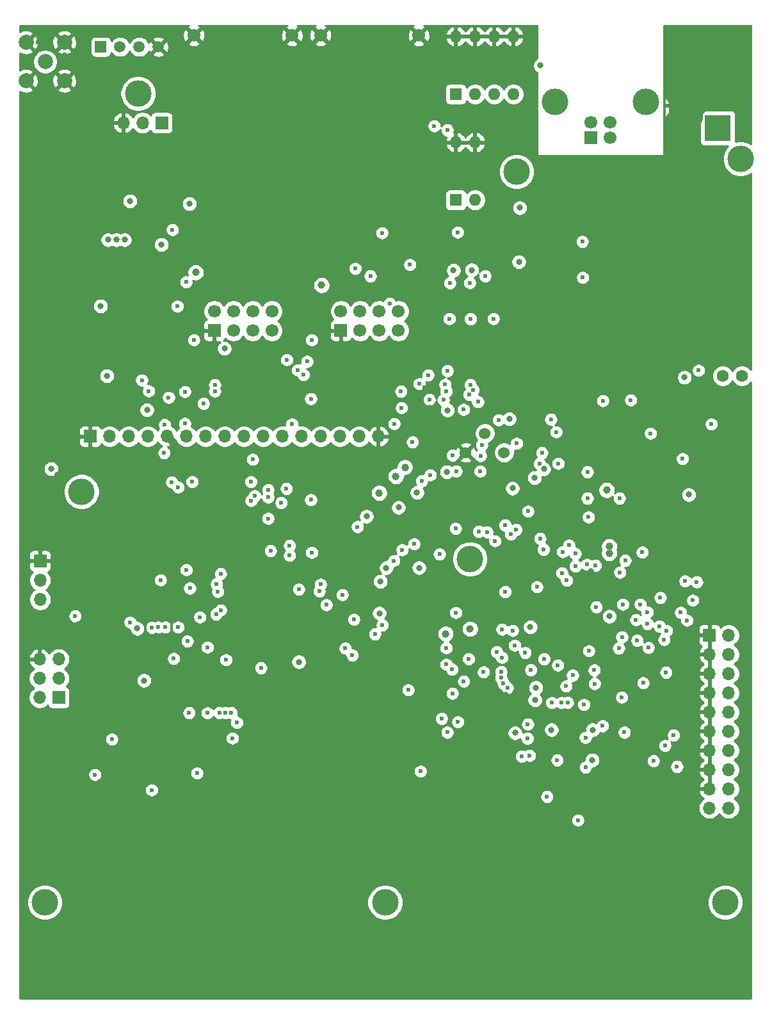
<source format=gbr>
G04 #@! TF.GenerationSoftware,KiCad,Pcbnew,(5.1.5)-3*
G04 #@! TF.CreationDate,2020-06-01T19:43:39+09:00*
G04 #@! TF.ProjectId,GPS___ ___ ver 1.1(__ __),47505370-7430-420a-91e0-302076657220,rev?*
G04 #@! TF.SameCoordinates,Original*
G04 #@! TF.FileFunction,Copper,L2,Inr*
G04 #@! TF.FilePolarity,Positive*
%FSLAX46Y46*%
G04 Gerber Fmt 4.6, Leading zero omitted, Abs format (unit mm)*
G04 Created by KiCad (PCBNEW (5.1.5)-3) date 2020-06-01 19:43:39*
%MOMM*%
%LPD*%
G04 APERTURE LIST*
G04 #@! TA.AperFunction,ViaPad*
%ADD10C,3.500000*%
G04 #@! TD*
G04 #@! TA.AperFunction,ViaPad*
%ADD11R,1.500000X1.500000*%
G04 #@! TD*
G04 #@! TA.AperFunction,ViaPad*
%ADD12C,1.500000*%
G04 #@! TD*
G04 #@! TA.AperFunction,ViaPad*
%ADD13R,1.700000X1.700000*%
G04 #@! TD*
G04 #@! TA.AperFunction,ViaPad*
%ADD14C,1.700000*%
G04 #@! TD*
G04 #@! TA.AperFunction,ViaPad*
%ADD15C,2.000000*%
G04 #@! TD*
G04 #@! TA.AperFunction,ViaPad*
%ADD16O,1.700000X1.700000*%
G04 #@! TD*
G04 #@! TA.AperFunction,ViaPad*
%ADD17R,3.500000X3.500000*%
G04 #@! TD*
G04 #@! TA.AperFunction,ViaPad*
%ADD18C,0.100000*%
G04 #@! TD*
G04 #@! TA.AperFunction,ViaPad*
%ADD19C,1.600000*%
G04 #@! TD*
G04 #@! TA.AperFunction,ViaPad*
%ADD20C,1.524000*%
G04 #@! TD*
G04 #@! TA.AperFunction,ViaPad*
%ADD21R,1.600000X1.600000*%
G04 #@! TD*
G04 #@! TA.AperFunction,ViaPad*
%ADD22O,1.600000X1.600000*%
G04 #@! TD*
G04 #@! TA.AperFunction,ViaPad*
%ADD23C,0.600000*%
G04 #@! TD*
G04 #@! TA.AperFunction,ViaPad*
%ADD24C,0.800000*%
G04 #@! TD*
G04 #@! TA.AperFunction,ViaPad*
%ADD25C,1.000000*%
G04 #@! TD*
G04 #@! TA.AperFunction,Conductor*
%ADD26C,3.000000*%
G04 #@! TD*
G04 #@! TA.AperFunction,Conductor*
%ADD27C,2.000000*%
G04 #@! TD*
G04 #@! TA.AperFunction,Conductor*
%ADD28C,1.500000*%
G04 #@! TD*
G04 #@! TA.AperFunction,Conductor*
%ADD29C,1.000000*%
G04 #@! TD*
G04 #@! TA.AperFunction,Conductor*
%ADD30C,0.300000*%
G04 #@! TD*
G04 #@! TA.AperFunction,Conductor*
%ADD31C,0.254000*%
G04 #@! TD*
G04 APERTURE END LIST*
D10*
G04 #@! TO.N,N/C*
G04 #@! TO.C, *
X152880000Y-97760000D03*
G04 #@! TD*
G04 #@! TO.N,N/C*
G04 #@! TO.C, *
X188650000Y-44880000D03*
G04 #@! TD*
G04 #@! TO.N,N/C*
G04 #@! TO.C, *
X159050000Y-46560000D03*
G04 #@! TD*
G04 #@! TO.N,N/C*
G04 #@! TO.C, *
X101500000Y-88860000D03*
G04 #@! TD*
G04 #@! TO.N,N/C*
G04 #@! TO.C, *
X141650000Y-143160000D03*
G04 #@! TD*
G04 #@! TO.N,N/C*
G04 #@! TO.C, *
X108975000Y-36235000D03*
G04 #@! TD*
G04 #@! TO.N,N/C*
G04 #@! TO.C, *
X186650000Y-143160000D03*
G04 #@! TD*
G04 #@! TO.N,N/C*
G04 #@! TO.C, *
X96650000Y-143160000D03*
G04 #@! TD*
D11*
G04 #@! TO.N,+5V*
G04 #@! TO.C,U2*
X104050000Y-30060000D03*
D12*
G04 #@! TO.N,ADHT22*
X106590000Y-30060000D03*
G04 #@! TO.N,Net-(U2-Pad3)*
X109130000Y-30060000D03*
G04 #@! TO.N,GND*
X111670000Y-30060000D03*
G04 #@! TD*
D13*
G04 #@! TO.N,Net-(USB1-Pad1)*
G04 #@! TO.C,USB1*
X168900000Y-42060000D03*
D14*
G04 #@! TO.N,d-*
X171400000Y-42060000D03*
G04 #@! TO.N,d+*
X171400000Y-40060000D03*
G04 #@! TO.N,GND*
X168900000Y-40060000D03*
D10*
G04 #@! TO.N,Net-(FB16-Pad1)*
X164130000Y-37350000D03*
X176170000Y-37350000D03*
G04 #@! TD*
D15*
G04 #@! TO.N,GND*
G04 #@! TO.C,ATN1*
X94150000Y-34560000D03*
G04 #@! TO.N,Net-(ATN1-Pad2)*
X96690000Y-32020000D03*
G04 #@! TO.N,GND*
X94150000Y-29480000D03*
X99230000Y-29480000D03*
X99230000Y-34560000D03*
G04 #@! TD*
D13*
G04 #@! TO.N,GND*
G04 #@! TO.C,CLCD1*
X102650000Y-81560000D03*
D16*
G04 #@! TO.N,+5V*
X105190000Y-81560000D03*
G04 #@! TO.N,VO*
X107730000Y-81560000D03*
G04 #@! TO.N,RS*
X110270000Y-81560000D03*
G04 #@! TO.N,GND*
X112810000Y-81560000D03*
G04 #@! TO.N,EN*
X115350000Y-81560000D03*
G04 #@! TO.N,Net-(CLCD1-Pad7)*
X117890000Y-81560000D03*
G04 #@! TO.N,Net-(CLCD1-Pad8)*
X120430000Y-81560000D03*
G04 #@! TO.N,Net-(CLCD1-Pad9)*
X122970000Y-81560000D03*
G04 #@! TO.N,Net-(CLCD1-Pad10)*
X125510000Y-81560000D03*
G04 #@! TO.N,D4*
X128050000Y-81560000D03*
G04 #@! TO.N,D5*
X130590000Y-81560000D03*
G04 #@! TO.N,D6*
X133130000Y-81560000D03*
G04 #@! TO.N,D7*
X135670000Y-81560000D03*
G04 #@! TO.N,LCD_Back_L*
X138210000Y-81560000D03*
G04 #@! TO.N,GND*
X140750000Y-81560000D03*
G04 #@! TD*
D17*
G04 #@! TO.N,Net-(FB1-Pad1)*
G04 #@! TO.C,J1*
X185650000Y-40810000D03*
G04 #@! TA.AperFunction,ViaPad*
D18*
G04 #@! TO.N,GND*
G36*
X186723513Y-33313611D02*
G01*
X186796318Y-33324411D01*
X186867714Y-33342295D01*
X186937013Y-33367090D01*
X187003548Y-33398559D01*
X187066678Y-33436398D01*
X187125795Y-33480242D01*
X187180330Y-33529670D01*
X187229758Y-33584205D01*
X187273602Y-33643322D01*
X187311441Y-33706452D01*
X187342910Y-33772987D01*
X187367705Y-33842286D01*
X187385589Y-33913682D01*
X187396389Y-33986487D01*
X187400000Y-34060000D01*
X187400000Y-35560000D01*
X187396389Y-35633513D01*
X187385589Y-35706318D01*
X187367705Y-35777714D01*
X187342910Y-35847013D01*
X187311441Y-35913548D01*
X187273602Y-35976678D01*
X187229758Y-36035795D01*
X187180330Y-36090330D01*
X187125795Y-36139758D01*
X187066678Y-36183602D01*
X187003548Y-36221441D01*
X186937013Y-36252910D01*
X186867714Y-36277705D01*
X186796318Y-36295589D01*
X186723513Y-36306389D01*
X186650000Y-36310000D01*
X184650000Y-36310000D01*
X184576487Y-36306389D01*
X184503682Y-36295589D01*
X184432286Y-36277705D01*
X184362987Y-36252910D01*
X184296452Y-36221441D01*
X184233322Y-36183602D01*
X184174205Y-36139758D01*
X184119670Y-36090330D01*
X184070242Y-36035795D01*
X184026398Y-35976678D01*
X183988559Y-35913548D01*
X183957090Y-35847013D01*
X183932295Y-35777714D01*
X183914411Y-35706318D01*
X183903611Y-35633513D01*
X183900000Y-35560000D01*
X183900000Y-34060000D01*
X183903611Y-33986487D01*
X183914411Y-33913682D01*
X183932295Y-33842286D01*
X183957090Y-33772987D01*
X183988559Y-33706452D01*
X184026398Y-33643322D01*
X184070242Y-33584205D01*
X184119670Y-33529670D01*
X184174205Y-33480242D01*
X184233322Y-33436398D01*
X184296452Y-33398559D01*
X184362987Y-33367090D01*
X184432286Y-33342295D01*
X184503682Y-33324411D01*
X184576487Y-33313611D01*
X184650000Y-33310000D01*
X186650000Y-33310000D01*
X186723513Y-33313611D01*
G37*
G04 #@! TD.AperFunction*
G04 #@! TA.AperFunction,ViaPad*
G36*
X181910765Y-36064213D02*
G01*
X181995704Y-36076813D01*
X182078999Y-36097677D01*
X182159848Y-36126605D01*
X182237472Y-36163319D01*
X182311124Y-36207464D01*
X182380094Y-36258616D01*
X182443718Y-36316282D01*
X182501384Y-36379906D01*
X182552536Y-36448876D01*
X182596681Y-36522528D01*
X182633395Y-36600152D01*
X182662323Y-36681001D01*
X182683187Y-36764296D01*
X182695787Y-36849235D01*
X182700000Y-36935000D01*
X182700000Y-38685000D01*
X182695787Y-38770765D01*
X182683187Y-38855704D01*
X182662323Y-38938999D01*
X182633395Y-39019848D01*
X182596681Y-39097472D01*
X182552536Y-39171124D01*
X182501384Y-39240094D01*
X182443718Y-39303718D01*
X182380094Y-39361384D01*
X182311124Y-39412536D01*
X182237472Y-39456681D01*
X182159848Y-39493395D01*
X182078999Y-39522323D01*
X181995704Y-39543187D01*
X181910765Y-39555787D01*
X181825000Y-39560000D01*
X180075000Y-39560000D01*
X179989235Y-39555787D01*
X179904296Y-39543187D01*
X179821001Y-39522323D01*
X179740152Y-39493395D01*
X179662528Y-39456681D01*
X179588876Y-39412536D01*
X179519906Y-39361384D01*
X179456282Y-39303718D01*
X179398616Y-39240094D01*
X179347464Y-39171124D01*
X179303319Y-39097472D01*
X179266605Y-39019848D01*
X179237677Y-38938999D01*
X179216813Y-38855704D01*
X179204213Y-38770765D01*
X179200000Y-38685000D01*
X179200000Y-36935000D01*
X179204213Y-36849235D01*
X179216813Y-36764296D01*
X179237677Y-36681001D01*
X179266605Y-36600152D01*
X179303319Y-36522528D01*
X179347464Y-36448876D01*
X179398616Y-36379906D01*
X179456282Y-36316282D01*
X179519906Y-36258616D01*
X179588876Y-36207464D01*
X179662528Y-36163319D01*
X179740152Y-36126605D01*
X179821001Y-36097677D01*
X179904296Y-36076813D01*
X179989235Y-36064213D01*
X180075000Y-36060000D01*
X181825000Y-36060000D01*
X181910765Y-36064213D01*
G37*
G04 #@! TD.AperFunction*
G04 #@! TD*
D13*
G04 #@! TO.N,AMISO*
G04 #@! TO.C,J2*
X98484000Y-116097800D03*
D16*
G04 #@! TO.N,+5V*
X95944000Y-116097800D03*
G04 #@! TO.N,ASCK*
X98484000Y-113557800D03*
G04 #@! TO.N,AMOSI*
X95944000Y-113557800D03*
G04 #@! TO.N,AReset*
X98484000Y-111017800D03*
G04 #@! TO.N,GND*
X95944000Y-111017800D03*
G04 #@! TD*
D13*
G04 #@! TO.N,GND*
G04 #@! TO.C,J3*
X96025000Y-98035000D03*
D16*
G04 #@! TO.N,Net-(J3-Pad2)*
X96025000Y-100575000D03*
G04 #@! TO.N,+3V3*
X96025000Y-103115000D03*
G04 #@! TD*
D13*
G04 #@! TO.N,GND*
G04 #@! TO.C,J4*
X184554000Y-107840000D03*
D16*
G04 #@! TO.N,Net-(J4-Pad2)*
X187094000Y-107840000D03*
G04 #@! TO.N,GND*
X184554000Y-110380000D03*
G04 #@! TO.N,Net-(J4-Pad4)*
X187094000Y-110380000D03*
G04 #@! TO.N,GND*
X184554000Y-112920000D03*
G04 #@! TO.N,Reset*
X187094000Y-112920000D03*
G04 #@! TO.N,GND*
X184554000Y-115460000D03*
G04 #@! TO.N,SWO*
X187094000Y-115460000D03*
G04 #@! TO.N,GND*
X184554000Y-118000000D03*
G04 #@! TO.N,Net-(J4-Pad10)*
X187094000Y-118000000D03*
G04 #@! TO.N,GND*
X184554000Y-120540000D03*
G04 #@! TO.N,SWCLK*
X187094000Y-120540000D03*
G04 #@! TO.N,GND*
X184554000Y-123080000D03*
G04 #@! TO.N,SWDIO*
X187094000Y-123080000D03*
G04 #@! TO.N,GND*
X184554000Y-125620000D03*
G04 #@! TO.N,Net-(J4-Pad16)*
X187094000Y-125620000D03*
G04 #@! TO.N,GND*
X184554000Y-128160000D03*
G04 #@! TO.N,Net-(J4-Pad18)*
X187094000Y-128160000D03*
G04 #@! TO.N,+3V3*
X184554000Y-130700000D03*
X187094000Y-130700000D03*
G04 #@! TD*
D19*
G04 #@! TO.N,+5V*
G04 #@! TO.C,RV1*
X188850000Y-73560000D03*
G04 #@! TO.N,CDS*
X186310000Y-73560000D03*
G04 #@! TD*
D20*
G04 #@! TO.N,GND*
G04 #@! TO.C,RV2*
X152310000Y-83700000D03*
G04 #@! TO.N,VO*
X154850000Y-81160000D03*
G04 #@! TO.N,+5V*
X157390000Y-83700000D03*
G04 #@! TD*
D21*
G04 #@! TO.N,ASW2*
G04 #@! TO.C,SW1*
X151000000Y-50310000D03*
D22*
G04 #@! TO.N,GND*
X153540000Y-42690000D03*
G04 #@! TO.N,ASW1*
X153540000Y-50310000D03*
G04 #@! TO.N,GND*
X151000000Y-42690000D03*
G04 #@! TD*
D21*
G04 #@! TO.N,AUTO*
G04 #@! TO.C,SW3*
X151000000Y-36310000D03*
D22*
G04 #@! TO.N,GND*
X158620000Y-28690000D03*
G04 #@! TO.N,SW3*
X153540000Y-36310000D03*
G04 #@! TO.N,GND*
X156080000Y-28690000D03*
G04 #@! TO.N,SW2*
X156080000Y-36310000D03*
G04 #@! TO.N,GND*
X153540000Y-28690000D03*
G04 #@! TO.N,SW1*
X158620000Y-36310000D03*
G04 #@! TO.N,GND*
X151000000Y-28690000D03*
G04 #@! TD*
D14*
G04 #@! TO.N,GND*
G04 #@! TO.C,U4*
X116350000Y-28560000D03*
X129350000Y-28560000D03*
G04 #@! TO.N,AIRQ*
X126670000Y-65020000D03*
G04 #@! TO.N,AMISO*
X126670000Y-67560000D03*
G04 #@! TO.N,AMOSI*
X124130000Y-65020000D03*
G04 #@! TO.N,ASCK*
X124130000Y-67560000D03*
G04 #@! TO.N,ACSN*
X121590000Y-65020000D03*
G04 #@! TO.N,ACE*
X121590000Y-67560000D03*
G04 #@! TO.N,+3V3*
X119050000Y-65020000D03*
D13*
G04 #@! TO.N,GND*
X119050000Y-67560000D03*
G04 #@! TD*
G04 #@! TO.N,GND*
G04 #@! TO.C,U7*
X135800000Y-67560000D03*
D14*
G04 #@! TO.N,+3V3*
X135800000Y-65020000D03*
G04 #@! TO.N,CE*
X138340000Y-67560000D03*
G04 #@! TO.N,CSN*
X138340000Y-65020000D03*
G04 #@! TO.N,SCK*
X140880000Y-67560000D03*
G04 #@! TO.N,MOSI*
X140880000Y-65020000D03*
G04 #@! TO.N,MISO*
X143420000Y-67560000D03*
G04 #@! TO.N,IRQ*
X143420000Y-65020000D03*
G04 #@! TO.N,GND*
X146100000Y-28560000D03*
X133100000Y-28560000D03*
G04 #@! TD*
D13*
G04 #@! TO.N,USART1_RX*
G04 #@! TO.C,J5*
X112100000Y-40110000D03*
D16*
G04 #@! TO.N,USART1_TX*
X109560000Y-40110000D03*
G04 #@! TO.N,GND*
X107020000Y-40110000D03*
G04 #@! TD*
D23*
G04 #@! TO.N,GND*
X97536000Y-43434000D03*
X95250000Y-43688000D03*
D24*
X173250000Y-105435000D03*
X167075000Y-129535000D03*
D25*
X136100000Y-61560000D03*
D24*
X162150000Y-113110000D03*
X189369840Y-89308160D03*
D25*
X180540800Y-80560400D03*
D12*
X162659200Y-46422800D03*
X162822000Y-54266000D03*
X139650000Y-154060000D03*
X144650000Y-154060000D03*
X149650000Y-154060000D03*
X154650000Y-154060000D03*
X139650000Y-151560000D03*
X144650000Y-151560000D03*
X149650000Y-151560000D03*
X154650000Y-151560000D03*
X154650000Y-149060000D03*
X149650000Y-149060000D03*
X144650000Y-149060000D03*
X139650000Y-149060000D03*
X139650000Y-146560000D03*
X144650000Y-146560000D03*
X149650000Y-146560000D03*
X154650000Y-146560000D03*
X94150000Y-68810000D03*
X94150000Y-71560000D03*
X96650000Y-71560000D03*
X96650000Y-68810000D03*
X99150000Y-68810000D03*
X99150000Y-71560000D03*
X107650000Y-71560000D03*
X107650000Y-68810000D03*
X110400000Y-68810000D03*
X110400000Y-71560000D03*
X112650000Y-71560000D03*
X112650000Y-68810000D03*
D24*
X130987500Y-113972500D03*
X160850000Y-104885000D03*
X154375000Y-115782000D03*
D23*
X156975000Y-118760000D03*
D24*
X157575000Y-115760000D03*
X104537500Y-62947500D03*
D25*
X119400000Y-59860000D03*
X165622000Y-51466000D03*
X154022000Y-54266000D03*
D24*
X140005000Y-103210000D03*
X113450000Y-86260000D03*
X153780000Y-67285000D03*
X155575000Y-99335000D03*
X154800000Y-90560000D03*
X135650000Y-96210000D03*
X132300000Y-93035000D03*
X156800000Y-86385000D03*
X162550000Y-88435000D03*
X175350000Y-88535000D03*
X174750000Y-94985000D03*
X179400000Y-100560000D03*
X184400000Y-104810000D03*
X176875000Y-117635000D03*
X172675000Y-124010000D03*
X150600000Y-126335000D03*
X148975000Y-123810000D03*
X159550000Y-131585000D03*
X156525000Y-131485000D03*
X100850000Y-119610000D03*
X118450000Y-90710000D03*
X123900000Y-94785000D03*
X111700000Y-94985000D03*
X105175000Y-87010000D03*
X132700000Y-55935000D03*
X110900000Y-49260000D03*
X189100000Y-67185000D03*
X163850000Y-114785000D03*
X167550000Y-107410000D03*
X168850000Y-99410000D03*
X121018000Y-113460000D03*
X116710000Y-113530000D03*
X117034000Y-115666000D03*
X121098000Y-115920000D03*
X117900000Y-120985000D03*
X118050000Y-124810000D03*
X110684000Y-126080000D03*
X118558000Y-78074000D03*
X126425000Y-78035000D03*
X134560000Y-83916000D03*
X135400000Y-87735000D03*
X126686000Y-84932000D03*
X147514000Y-77820000D03*
X150054000Y-90774000D03*
X149875000Y-64535000D03*
X149850000Y-63310000D03*
X149940000Y-57490000D03*
X181650000Y-29560000D03*
X183650000Y-29560000D03*
X185650000Y-29560000D03*
X187650000Y-29560000D03*
X189650000Y-29560000D03*
X181650000Y-27560000D03*
X183650000Y-27560000D03*
X185650000Y-27560000D03*
X187650000Y-27560000D03*
X189650000Y-27560000D03*
X160699700Y-38510300D03*
X156650000Y-39560000D03*
X160212500Y-42997500D03*
X129650000Y-108560000D03*
X128650000Y-106560000D03*
X129650000Y-106560000D03*
X128650000Y-108560000D03*
X127650000Y-102560000D03*
X127650000Y-103560000D03*
X129650000Y-103560000D03*
X94250000Y-86260000D03*
X113500000Y-93960000D03*
X113400000Y-104910000D03*
X113450000Y-101810000D03*
X111625000Y-88485000D03*
X111625000Y-99185000D03*
X123925000Y-109935000D03*
X123825000Y-106260000D03*
X123900000Y-103585000D03*
X123875000Y-102210000D03*
X123725000Y-96785000D03*
X132250000Y-91460000D03*
X133800000Y-91435000D03*
X133850000Y-93060000D03*
X139475000Y-96860000D03*
X137125000Y-96885000D03*
X155475000Y-103460000D03*
X155025000Y-106410000D03*
X151350000Y-109860000D03*
X122070000Y-103510000D03*
X119050000Y-106535000D03*
D25*
X112300000Y-34310000D03*
X112350000Y-36160000D03*
D24*
X168150000Y-83260000D03*
X162275000Y-79060000D03*
X147450000Y-100860000D03*
X150950000Y-103260000D03*
X147750000Y-106185000D03*
X186750000Y-91060000D03*
X186750000Y-92060000D03*
X187750000Y-92060000D03*
D25*
X114375000Y-57360000D03*
D24*
X162605600Y-99185000D03*
X159386130Y-95985582D03*
X122070000Y-95035000D03*
X116100000Y-97285000D03*
X116100000Y-92260000D03*
X122070000Y-108285000D03*
D23*
X176200000Y-120260000D03*
X181850000Y-120435000D03*
D24*
X174225000Y-110530000D03*
X186910000Y-49360000D03*
X189480000Y-76750000D03*
X152770000Y-95280000D03*
D23*
X154160000Y-39400000D03*
X133350000Y-109982000D03*
X133350000Y-113030000D03*
X134620000Y-113030000D03*
X135890000Y-113030000D03*
X134112000Y-110490000D03*
X94150000Y-32850000D03*
X94150000Y-32088000D03*
X94150000Y-31326000D03*
X95742000Y-29480000D03*
X96504000Y-29480000D03*
X97266000Y-29480000D03*
X99230000Y-31072000D03*
X99230000Y-31834000D03*
X99230000Y-32596000D03*
X98137000Y-35653000D03*
X97587500Y-36202500D03*
X97587500Y-37032500D03*
X97587500Y-37794500D03*
X97587500Y-40842500D03*
X97587500Y-41604500D03*
X97600000Y-42354000D03*
X97600000Y-44386000D03*
X97333999Y-45160001D03*
X96571999Y-45160001D03*
X95809999Y-45160001D03*
X95250000Y-44450000D03*
X95400000Y-42776000D03*
X95400000Y-41760000D03*
X95400000Y-40744000D03*
X95400000Y-39474000D03*
X95400000Y-38204000D03*
X95400000Y-37188000D03*
X95400000Y-36172000D03*
X148590000Y-120142000D03*
X145542000Y-123444000D03*
X144018000Y-121920000D03*
X143764000Y-125222000D03*
X136652000Y-121920000D03*
X106680000Y-57658000D03*
D24*
X118618000Y-86360000D03*
X118618000Y-84836000D03*
X118618000Y-83566000D03*
X123952000Y-119634000D03*
X124714000Y-118872000D03*
X103886000Y-127254000D03*
X103886000Y-130048000D03*
X107188000Y-130048000D03*
X107188000Y-132080000D03*
D23*
X150564635Y-52774635D03*
X146880000Y-75110000D03*
X122060000Y-84780000D03*
D24*
X126320000Y-94670000D03*
X144890000Y-99140000D03*
X143140000Y-99160000D03*
X109080000Y-108850000D03*
X104600000Y-113810000D03*
X101040000Y-106410000D03*
X101010000Y-112630000D03*
X106950000Y-127500000D03*
X107950000Y-99822000D03*
X98298000Y-86614000D03*
X109740700Y-86629240D03*
G04 #@! TO.N,+5V*
X181800000Y-89260000D03*
D25*
X140866000Y-89044000D03*
D24*
X109750000Y-113835000D03*
D25*
X144273500Y-85636500D03*
X143067000Y-86843000D03*
D24*
X112075000Y-56210000D03*
X104850000Y-73560000D03*
X115775000Y-50814390D03*
X159450000Y-51335000D03*
X159350000Y-58485000D03*
G04 #@! TO.N,+3V3*
X161475000Y-116410000D03*
X171300000Y-105360000D03*
X160850000Y-106760000D03*
D25*
X149650000Y-107660000D03*
X152875000Y-107010000D03*
D23*
X148150000Y-40510000D03*
D25*
X133250000Y-61560000D03*
X116600000Y-59885000D03*
D24*
X97475000Y-85860000D03*
X104025000Y-64335000D03*
X140884969Y-104944969D03*
X141025000Y-100735000D03*
X141805331Y-98940331D03*
X139200000Y-92135000D03*
X143425000Y-90960000D03*
X145873959Y-88983959D03*
D25*
X170950000Y-88660000D03*
X171300000Y-96110000D03*
X171300000Y-97010000D03*
D23*
G04 #@! TO.N,AReset*
X118144998Y-109435000D03*
X107925000Y-106135000D03*
X165025000Y-99610000D03*
X133125000Y-101110000D03*
X143902880Y-96557120D03*
X145475000Y-95785000D03*
X150975000Y-93735000D03*
D24*
G04 #@! TO.N,GNDA*
X163650000Y-120360000D03*
X158850000Y-120760000D03*
X169104000Y-120365000D03*
X169050000Y-124360000D03*
D23*
X164405000Y-124360000D03*
G04 #@! TO.N,Reset*
X163700000Y-116760105D03*
X105500000Y-121610000D03*
X103275000Y-126285000D03*
X163050000Y-129185000D03*
G04 #@! TO.N,RS*
X170425000Y-119835000D03*
X146325000Y-125835000D03*
X132950010Y-102010000D03*
X127900000Y-90335000D03*
X126175000Y-89610000D03*
X124408402Y-89422565D03*
X123900000Y-87560000D03*
X116125000Y-87560000D03*
X113425000Y-87610000D03*
G04 #@! TO.N,EN*
X160766789Y-123737451D03*
X150550000Y-115524473D03*
X144702831Y-115082169D03*
X137309540Y-110500300D03*
X115350000Y-99210000D03*
X115825000Y-101635000D03*
X119525000Y-102085000D03*
X119895000Y-104521246D03*
X136384620Y-109575380D03*
G04 #@! TO.N,D4*
X159725000Y-123860000D03*
X149125000Y-118860000D03*
X133875000Y-103835000D03*
X130225000Y-101785000D03*
X129025000Y-97310000D03*
X129025000Y-96010000D03*
X126175000Y-92410000D03*
X123925000Y-90060000D03*
X124125000Y-84610000D03*
G04 #@! TO.N,D5*
X160175000Y-110160000D03*
X157125000Y-107060000D03*
X138000000Y-93510000D03*
X131825000Y-89935000D03*
X128600000Y-88460000D03*
G04 #@! TO.N,D6*
X140300000Y-107685000D03*
X137525000Y-105760000D03*
X157831620Y-114819376D03*
G04 #@! TO.N,D7*
X157000000Y-112685000D03*
X154675000Y-112710000D03*
X142825000Y-98010000D03*
G04 #@! TO.N,AMISO*
X121320000Y-118110000D03*
D24*
X108875000Y-106960000D03*
X110150000Y-78060000D03*
X120400000Y-69935000D03*
D23*
G04 #@! TO.N,AMOSI*
X110775000Y-128310000D03*
X120520000Y-118110000D03*
X100650000Y-105310000D03*
X110375000Y-75560000D03*
X109475000Y-74135000D03*
X114175000Y-64360000D03*
X115325000Y-61160000D03*
G04 #@! TO.N,SWO*
X156400000Y-110060000D03*
G04 #@! TO.N,SWCLK*
X158792831Y-109177831D03*
G04 #@! TO.N,SWDIO*
X164500000Y-111810000D03*
D24*
G04 #@! TO.N,BOOT0*
X161603000Y-114777000D03*
D23*
G04 #@! TO.N,ISP*
X116775000Y-126085000D03*
X149875000Y-120685000D03*
X151275000Y-119310000D03*
X160925000Y-112435000D03*
G04 #@! TO.N,ADHT22*
X118144998Y-118135000D03*
X112600000Y-106785000D03*
X116350000Y-68810000D03*
X113525000Y-54235000D03*
G04 #@! TO.N,LED*
X149880000Y-72885000D03*
X147325000Y-73460000D03*
X146175000Y-74610000D03*
X117625000Y-77210000D03*
G04 #@! TO.N,Debug*
X164550000Y-85135000D03*
X162400000Y-83735000D03*
X156663988Y-79396012D03*
X152025000Y-78010000D03*
G04 #@! TO.N,ASW1*
X115500000Y-108635000D03*
X114250000Y-106785000D03*
X114275000Y-88285000D03*
X115150000Y-79860000D03*
X119125000Y-75585000D03*
X130850000Y-73410000D03*
X131950000Y-68810000D03*
X137700000Y-59360000D03*
G04 #@! TO.N,ASW2*
X113700000Y-110935000D03*
X110800000Y-106835000D03*
X112425000Y-83735000D03*
X112500000Y-80010000D03*
X113025000Y-76410000D03*
X115150000Y-75660000D03*
X119125000Y-74760000D03*
X130075000Y-72785000D03*
X131325000Y-71660000D03*
X139700000Y-60360000D03*
G04 #@! TO.N,LOW*
X156184620Y-95375380D03*
X158950000Y-93885000D03*
X162600000Y-96510000D03*
X165150000Y-96810000D03*
X166800000Y-97060000D03*
X173400000Y-97960000D03*
X175675000Y-96885000D03*
X181325000Y-100685000D03*
X182877680Y-100812680D03*
X179800000Y-121060000D03*
X180250000Y-125210000D03*
X165803292Y-116739762D03*
G04 #@! TO.N,MIN*
X168146197Y-121378986D03*
X168150000Y-125310000D03*
X177150000Y-124460000D03*
X178675000Y-122435000D03*
X182350000Y-103235000D03*
X160550000Y-91460000D03*
X154450000Y-82685000D03*
X142850000Y-79885000D03*
G04 #@! TO.N,HIGH*
X164975000Y-116760000D03*
X173300000Y-120685000D03*
X172650000Y-89744340D03*
X168400000Y-86260000D03*
X164275000Y-80985000D03*
X153324193Y-75453287D03*
X149725000Y-75610000D03*
X143825000Y-77785000D03*
G04 #@! TO.N,MAX*
X169350000Y-114260000D03*
X172550000Y-109560000D03*
X173100000Y-103760000D03*
X172700000Y-99535000D03*
X169450000Y-98635000D03*
X168400000Y-89735000D03*
X159045558Y-82489442D03*
X154275000Y-84110000D03*
X154225000Y-86162001D03*
X151050000Y-86162001D03*
X150575000Y-84060000D03*
X145275000Y-82310000D03*
X162075200Y-85160000D03*
X172975000Y-108085000D03*
G04 #@! TO.N,AUTO*
X160525000Y-119610000D03*
X160475000Y-121485000D03*
X167150000Y-132310000D03*
X184800000Y-79935000D03*
X167782169Y-60552831D03*
X167940380Y-117019620D03*
X167730000Y-55800000D03*
G04 #@! TO.N,SW2*
X183100000Y-72835000D03*
X180979442Y-84505558D03*
X168600000Y-109924473D03*
X178550000Y-108435000D03*
X176350000Y-106335000D03*
X176325000Y-104785000D03*
D24*
X162200000Y-32520000D03*
D23*
G04 #@! TO.N,SW3*
X165675000Y-100610000D03*
X158275000Y-94510000D03*
X141250000Y-54660000D03*
X144925000Y-58860000D03*
X142250000Y-63985000D03*
X143748272Y-75609891D03*
X146500000Y-87460000D03*
X147625000Y-86660000D03*
X155108635Y-94201365D03*
X157526616Y-93297823D03*
G04 #@! TO.N,SW1*
X166825000Y-98710000D03*
X168350000Y-98485000D03*
X168550000Y-92235000D03*
X176750000Y-81160000D03*
X174150000Y-76760000D03*
X154875000Y-60360000D03*
X151237820Y-54572180D03*
X149875000Y-41060000D03*
G04 #@! TO.N,SDA*
X157290028Y-114230580D03*
X150514473Y-112355380D03*
G04 #@! TO.N,SCL*
X149735680Y-109539260D03*
X151000000Y-104860000D03*
X157000000Y-113485003D03*
X149739620Y-111705380D03*
G04 #@! TO.N,Data*
X121450000Y-121460000D03*
X152047195Y-113935000D03*
X152702880Y-110982120D03*
X157100000Y-110810000D03*
G04 #@! TO.N,ACE*
X131825000Y-76585000D03*
X125225000Y-112185000D03*
X122050000Y-119410000D03*
G04 #@! TO.N,ACSN*
X119719997Y-118110000D03*
X119350000Y-101085000D03*
X129325000Y-79935000D03*
X128650000Y-71435000D03*
X119299161Y-105055079D03*
G04 #@! TO.N,USART3_TX*
X119895000Y-99710000D03*
X126500000Y-96685000D03*
X131944669Y-96904669D03*
X148843180Y-97128180D03*
X161725000Y-101460000D03*
X178050000Y-102885000D03*
X174825000Y-105810000D03*
X169325000Y-112460000D03*
G04 #@! TO.N,USART3_RX*
X162675000Y-110985000D03*
X141287420Y-106522420D03*
X141287420Y-106522420D03*
X136000000Y-102510000D03*
X117150001Y-105460000D03*
G04 #@! TO.N,SCK*
X147500000Y-76685000D03*
X149355000Y-76735000D03*
X152775000Y-76035000D03*
X153925000Y-76985000D03*
X162150000Y-95060000D03*
X181575000Y-105885000D03*
X178800000Y-112760000D03*
X175775000Y-114160000D03*
G04 #@! TO.N,MISO*
X176475000Y-109485000D03*
X178875000Y-107235000D03*
X180750000Y-104835000D03*
X165975000Y-95935000D03*
X155975000Y-66010000D03*
X152950000Y-66035000D03*
X150150000Y-66010000D03*
G04 #@! TO.N,MOSI*
X158525000Y-107235000D03*
X157525000Y-102110000D03*
X154025000Y-94135000D03*
X165600000Y-114585000D03*
G04 #@! TO.N,CSN*
X174975000Y-108535000D03*
X175400000Y-103760000D03*
X170450000Y-76835000D03*
X152850000Y-61260000D03*
X150225000Y-61285000D03*
G04 #@! TO.N,CE*
X152925000Y-74760000D03*
X169575000Y-104110000D03*
X149575000Y-74710000D03*
X163575000Y-79310000D03*
X166454994Y-113148863D03*
D24*
G04 #@! TO.N,USART1_TX*
X158072400Y-79242400D03*
X106100000Y-55560000D03*
X107900000Y-50435000D03*
G04 #@! TO.N,USART1_RX*
X104986400Y-55569600D03*
X161425200Y-87014800D03*
G04 #@! TO.N,BAT*
X153100000Y-59560000D03*
X150700000Y-59610000D03*
X107200000Y-55560000D03*
X149900000Y-78110000D03*
X149825000Y-86262001D03*
X146150000Y-98935000D03*
G04 #@! TO.N,CDS*
X130234000Y-111373400D03*
X158504200Y-88411800D03*
X162644400Y-85871800D03*
X181250000Y-73760000D03*
D23*
X120600000Y-111110000D03*
G04 #@! TO.N,FET*
X115725000Y-118110000D03*
X111650000Y-106785000D03*
X111950000Y-100560000D03*
X126175000Y-88635000D03*
G04 #@! TO.N,Net-(FB12-Pad2)*
X177935200Y-106674400D03*
X172950000Y-116060000D03*
G04 #@! TD*
D26*
G04 #@! TO.N,GND*
X182650000Y-37810000D02*
X185650000Y-34810000D01*
X180950000Y-37810000D02*
X182650000Y-37810000D01*
X181580000Y-34810000D02*
X184130000Y-34810000D01*
X180950000Y-34180000D02*
X181580000Y-34810000D01*
X184130000Y-34810000D02*
X187310000Y-31630000D01*
X187310000Y-31630000D02*
X186040000Y-32900000D01*
X186040000Y-32900000D02*
X183500000Y-32900000D01*
X186040000Y-32900000D02*
X188580000Y-35440000D01*
X188580000Y-35440000D02*
X187310000Y-36710000D01*
D27*
X181211500Y-39821500D02*
X181785500Y-39821500D01*
X180950000Y-39560000D02*
X181211500Y-39821500D01*
X180950000Y-37810000D02*
X180950000Y-39560000D01*
D26*
X181785500Y-39821500D02*
X180950000Y-41780000D01*
D27*
X182650000Y-39515800D02*
X182650000Y-37810000D01*
X182344300Y-39821500D02*
X182650000Y-39515800D01*
X181785500Y-39821500D02*
X182344300Y-39821500D01*
D26*
X180198000Y-36379800D02*
X180950000Y-34180000D01*
D27*
X180950000Y-37913800D02*
X180950000Y-37810000D01*
X180950000Y-39560000D02*
X180840900Y-39669100D01*
X180840900Y-39669100D02*
X179740800Y-39669100D01*
D28*
X180950000Y-37665200D02*
X179575700Y-36290900D01*
X180950000Y-37810000D02*
X180950000Y-37665200D01*
D27*
X179575700Y-36290900D02*
X180198000Y-36379800D01*
D29*
X113659999Y-82409999D02*
X113659999Y-82897199D01*
X112810000Y-81560000D02*
X113659999Y-82409999D01*
X113659999Y-82897199D02*
X114183400Y-83420600D01*
X114183400Y-85526600D02*
X113450000Y-86260000D01*
X114183400Y-83420600D02*
X114183400Y-85526600D01*
D26*
X187310000Y-31630000D02*
X187310000Y-31630000D01*
D30*
X113400000Y-104910000D02*
X113400000Y-107550000D01*
X113400000Y-107550000D02*
X111990000Y-108960000D01*
X111990000Y-108960000D02*
X111990000Y-111400000D01*
X114120000Y-113530000D02*
X116710000Y-113530000D01*
X111990000Y-111400000D02*
X114120000Y-113530000D01*
X116634001Y-115266001D02*
X114446001Y-115266001D01*
X117034000Y-115666000D02*
X116634001Y-115266001D01*
X114446001Y-115266001D02*
X109910000Y-110730000D01*
X109910000Y-110730000D02*
X109910000Y-106190000D01*
X113450000Y-102650000D02*
X113450000Y-101810000D01*
X109910000Y-106190000D02*
X113450000Y-102650000D01*
G04 #@! TD*
D31*
G04 #@! TO.N,GND*
G36*
X115578843Y-27282528D02*
G01*
X115501208Y-27531603D01*
X116350000Y-28380395D01*
X117198792Y-27531603D01*
X117121157Y-27282528D01*
X116990021Y-27220000D01*
X128695825Y-27220000D01*
X128578843Y-27282528D01*
X128501208Y-27531603D01*
X129350000Y-28380395D01*
X130198792Y-27531603D01*
X130121157Y-27282528D01*
X129990021Y-27220000D01*
X132445825Y-27220000D01*
X132328843Y-27282528D01*
X132251208Y-27531603D01*
X133100000Y-28380395D01*
X133948792Y-27531603D01*
X133871157Y-27282528D01*
X133740021Y-27220000D01*
X145445825Y-27220000D01*
X145328843Y-27282528D01*
X145251208Y-27531603D01*
X146100000Y-28380395D01*
X146948792Y-27531603D01*
X146871157Y-27282528D01*
X146740021Y-27220000D01*
X161783000Y-27220000D01*
X161783000Y-31572451D01*
X161709744Y-31602795D01*
X161540226Y-31716063D01*
X161396063Y-31860226D01*
X161282795Y-32029744D01*
X161204774Y-32218102D01*
X161165000Y-32418061D01*
X161165000Y-32621939D01*
X161204774Y-32821898D01*
X161282795Y-33010256D01*
X161396063Y-33179774D01*
X161540226Y-33323937D01*
X161709744Y-33437205D01*
X161783000Y-33467549D01*
X161783000Y-36924059D01*
X161745000Y-37115098D01*
X161745000Y-37584902D01*
X161783000Y-37775941D01*
X161783000Y-44330000D01*
X161785440Y-44354776D01*
X161792667Y-44378601D01*
X161804403Y-44400557D01*
X161820197Y-44419803D01*
X161839443Y-44435597D01*
X161861399Y-44447333D01*
X161885224Y-44454560D01*
X161910000Y-44457000D01*
X178420000Y-44457000D01*
X178444776Y-44454560D01*
X178468601Y-44447333D01*
X178490557Y-44435597D01*
X178509803Y-44419803D01*
X178525597Y-44400557D01*
X178537333Y-44378601D01*
X178544560Y-44354776D01*
X178547000Y-44330000D01*
X178547000Y-39560000D01*
X178561928Y-39560000D01*
X178574188Y-39684482D01*
X178610498Y-39804180D01*
X178669463Y-39914494D01*
X178748815Y-40011185D01*
X178845506Y-40090537D01*
X178955820Y-40149502D01*
X179075518Y-40185812D01*
X179200000Y-40198072D01*
X180664250Y-40195000D01*
X180823000Y-40036250D01*
X180823000Y-37937000D01*
X178723750Y-37937000D01*
X178565000Y-38095750D01*
X178561928Y-39560000D01*
X178547000Y-39560000D01*
X178547000Y-37625121D01*
X178555000Y-37584902D01*
X178555000Y-37115098D01*
X178547000Y-37074879D01*
X178547000Y-36060000D01*
X178561928Y-36060000D01*
X178565000Y-37524250D01*
X178723750Y-37683000D01*
X180823000Y-37683000D01*
X180823000Y-35583750D01*
X181077000Y-35583750D01*
X181077000Y-37683000D01*
X183176250Y-37683000D01*
X183335000Y-37524250D01*
X183336931Y-36603633D01*
X183369463Y-36664494D01*
X183448815Y-36761185D01*
X183545506Y-36840537D01*
X183655820Y-36899502D01*
X183775518Y-36935812D01*
X183900000Y-36948072D01*
X185364250Y-36945000D01*
X185523000Y-36786250D01*
X185523000Y-34937000D01*
X185777000Y-34937000D01*
X185777000Y-36786250D01*
X185935750Y-36945000D01*
X187400000Y-36948072D01*
X187524482Y-36935812D01*
X187644180Y-36899502D01*
X187754494Y-36840537D01*
X187851185Y-36761185D01*
X187930537Y-36664494D01*
X187989502Y-36554180D01*
X188025812Y-36434482D01*
X188038072Y-36310000D01*
X188035000Y-35095750D01*
X187876250Y-34937000D01*
X185777000Y-34937000D01*
X185523000Y-34937000D01*
X183423750Y-34937000D01*
X183265000Y-35095750D01*
X183263302Y-35766805D01*
X183230537Y-35705506D01*
X183151185Y-35608815D01*
X183054494Y-35529463D01*
X182944180Y-35470498D01*
X182824482Y-35434188D01*
X182700000Y-35421928D01*
X181235750Y-35425000D01*
X181077000Y-35583750D01*
X180823000Y-35583750D01*
X180664250Y-35425000D01*
X179200000Y-35421928D01*
X179075518Y-35434188D01*
X178955820Y-35470498D01*
X178845506Y-35529463D01*
X178748815Y-35608815D01*
X178669463Y-35705506D01*
X178610498Y-35815820D01*
X178574188Y-35935518D01*
X178561928Y-36060000D01*
X178547000Y-36060000D01*
X178547000Y-33310000D01*
X183261928Y-33310000D01*
X183265000Y-34524250D01*
X183423750Y-34683000D01*
X185523000Y-34683000D01*
X185523000Y-32833750D01*
X185777000Y-32833750D01*
X185777000Y-34683000D01*
X187876250Y-34683000D01*
X188035000Y-34524250D01*
X188038072Y-33310000D01*
X188025812Y-33185518D01*
X187989502Y-33065820D01*
X187930537Y-32955506D01*
X187851185Y-32858815D01*
X187754494Y-32779463D01*
X187644180Y-32720498D01*
X187524482Y-32684188D01*
X187400000Y-32671928D01*
X185935750Y-32675000D01*
X185777000Y-32833750D01*
X185523000Y-32833750D01*
X185364250Y-32675000D01*
X183900000Y-32671928D01*
X183775518Y-32684188D01*
X183655820Y-32720498D01*
X183545506Y-32779463D01*
X183448815Y-32858815D01*
X183369463Y-32955506D01*
X183310498Y-33065820D01*
X183274188Y-33185518D01*
X183261928Y-33310000D01*
X178547000Y-33310000D01*
X178547000Y-27220000D01*
X189990001Y-27220000D01*
X189990001Y-42906945D01*
X189779721Y-42766440D01*
X189345679Y-42586654D01*
X188884902Y-42495000D01*
X188415098Y-42495000D01*
X188037068Y-42570195D01*
X188038072Y-42560000D01*
X188038072Y-39060000D01*
X188025812Y-38935518D01*
X187989502Y-38815820D01*
X187930537Y-38705506D01*
X187851185Y-38608815D01*
X187754494Y-38529463D01*
X187644180Y-38470498D01*
X187524482Y-38434188D01*
X187400000Y-38421928D01*
X183900000Y-38421928D01*
X183775518Y-38434188D01*
X183655820Y-38470498D01*
X183545506Y-38529463D01*
X183448815Y-38608815D01*
X183369463Y-38705506D01*
X183336409Y-38767345D01*
X183335000Y-38095750D01*
X183176250Y-37937000D01*
X181077000Y-37937000D01*
X181077000Y-40036250D01*
X181235750Y-40195000D01*
X182700000Y-40198072D01*
X182824482Y-40185812D01*
X182944180Y-40149502D01*
X183054494Y-40090537D01*
X183151185Y-40011185D01*
X183230537Y-39914494D01*
X183261928Y-39855767D01*
X183261928Y-42560000D01*
X183274188Y-42684482D01*
X183310498Y-42804180D01*
X183369463Y-42914494D01*
X183448815Y-43011185D01*
X183545506Y-43090537D01*
X183655820Y-43149502D01*
X183775518Y-43185812D01*
X183900000Y-43198072D01*
X186959029Y-43198072D01*
X186797450Y-43359651D01*
X186536440Y-43750279D01*
X186356654Y-44184321D01*
X186265000Y-44645098D01*
X186265000Y-45114902D01*
X186356654Y-45575679D01*
X186536440Y-46009721D01*
X186797450Y-46400349D01*
X187129651Y-46732550D01*
X187520279Y-46993560D01*
X187954321Y-47173346D01*
X188415098Y-47265000D01*
X188884902Y-47265000D01*
X189345679Y-47173346D01*
X189779721Y-46993560D01*
X189990001Y-46853055D01*
X189990001Y-72683200D01*
X189964637Y-72645241D01*
X189764759Y-72445363D01*
X189529727Y-72288320D01*
X189268574Y-72180147D01*
X188991335Y-72125000D01*
X188708665Y-72125000D01*
X188431426Y-72180147D01*
X188170273Y-72288320D01*
X187935241Y-72445363D01*
X187735363Y-72645241D01*
X187580000Y-72877759D01*
X187424637Y-72645241D01*
X187224759Y-72445363D01*
X186989727Y-72288320D01*
X186728574Y-72180147D01*
X186451335Y-72125000D01*
X186168665Y-72125000D01*
X185891426Y-72180147D01*
X185630273Y-72288320D01*
X185395241Y-72445363D01*
X185195363Y-72645241D01*
X185038320Y-72880273D01*
X184930147Y-73141426D01*
X184875000Y-73418665D01*
X184875000Y-73701335D01*
X184930147Y-73978574D01*
X185038320Y-74239727D01*
X185195363Y-74474759D01*
X185395241Y-74674637D01*
X185630273Y-74831680D01*
X185891426Y-74939853D01*
X186168665Y-74995000D01*
X186451335Y-74995000D01*
X186728574Y-74939853D01*
X186989727Y-74831680D01*
X187224759Y-74674637D01*
X187424637Y-74474759D01*
X187580000Y-74242241D01*
X187735363Y-74474759D01*
X187935241Y-74674637D01*
X188170273Y-74831680D01*
X188431426Y-74939853D01*
X188708665Y-74995000D01*
X188991335Y-74995000D01*
X189268574Y-74939853D01*
X189529727Y-74831680D01*
X189764759Y-74674637D01*
X189964637Y-74474759D01*
X189990001Y-74436800D01*
X189990000Y-155900000D01*
X93310000Y-155900000D01*
X93310000Y-142925098D01*
X94265000Y-142925098D01*
X94265000Y-143394902D01*
X94356654Y-143855679D01*
X94536440Y-144289721D01*
X94797450Y-144680349D01*
X95129651Y-145012550D01*
X95520279Y-145273560D01*
X95954321Y-145453346D01*
X96415098Y-145545000D01*
X96884902Y-145545000D01*
X97345679Y-145453346D01*
X97779721Y-145273560D01*
X98170349Y-145012550D01*
X98502550Y-144680349D01*
X98763560Y-144289721D01*
X98943346Y-143855679D01*
X99035000Y-143394902D01*
X99035000Y-142925098D01*
X139265000Y-142925098D01*
X139265000Y-143394902D01*
X139356654Y-143855679D01*
X139536440Y-144289721D01*
X139797450Y-144680349D01*
X140129651Y-145012550D01*
X140520279Y-145273560D01*
X140954321Y-145453346D01*
X141415098Y-145545000D01*
X141884902Y-145545000D01*
X142345679Y-145453346D01*
X142779721Y-145273560D01*
X143170349Y-145012550D01*
X143502550Y-144680349D01*
X143763560Y-144289721D01*
X143943346Y-143855679D01*
X144035000Y-143394902D01*
X144035000Y-142925098D01*
X184265000Y-142925098D01*
X184265000Y-143394902D01*
X184356654Y-143855679D01*
X184536440Y-144289721D01*
X184797450Y-144680349D01*
X185129651Y-145012550D01*
X185520279Y-145273560D01*
X185954321Y-145453346D01*
X186415098Y-145545000D01*
X186884902Y-145545000D01*
X187345679Y-145453346D01*
X187779721Y-145273560D01*
X188170349Y-145012550D01*
X188502550Y-144680349D01*
X188763560Y-144289721D01*
X188943346Y-143855679D01*
X189035000Y-143394902D01*
X189035000Y-142925098D01*
X188943346Y-142464321D01*
X188763560Y-142030279D01*
X188502550Y-141639651D01*
X188170349Y-141307450D01*
X187779721Y-141046440D01*
X187345679Y-140866654D01*
X186884902Y-140775000D01*
X186415098Y-140775000D01*
X185954321Y-140866654D01*
X185520279Y-141046440D01*
X185129651Y-141307450D01*
X184797450Y-141639651D01*
X184536440Y-142030279D01*
X184356654Y-142464321D01*
X184265000Y-142925098D01*
X144035000Y-142925098D01*
X143943346Y-142464321D01*
X143763560Y-142030279D01*
X143502550Y-141639651D01*
X143170349Y-141307450D01*
X142779721Y-141046440D01*
X142345679Y-140866654D01*
X141884902Y-140775000D01*
X141415098Y-140775000D01*
X140954321Y-140866654D01*
X140520279Y-141046440D01*
X140129651Y-141307450D01*
X139797450Y-141639651D01*
X139536440Y-142030279D01*
X139356654Y-142464321D01*
X139265000Y-142925098D01*
X99035000Y-142925098D01*
X98943346Y-142464321D01*
X98763560Y-142030279D01*
X98502550Y-141639651D01*
X98170349Y-141307450D01*
X97779721Y-141046440D01*
X97345679Y-140866654D01*
X96884902Y-140775000D01*
X96415098Y-140775000D01*
X95954321Y-140866654D01*
X95520279Y-141046440D01*
X95129651Y-141307450D01*
X94797450Y-141639651D01*
X94536440Y-142030279D01*
X94356654Y-142464321D01*
X94265000Y-142925098D01*
X93310000Y-142925098D01*
X93310000Y-132217911D01*
X166215000Y-132217911D01*
X166215000Y-132402089D01*
X166250932Y-132582729D01*
X166321414Y-132752889D01*
X166423738Y-132906028D01*
X166553972Y-133036262D01*
X166707111Y-133138586D01*
X166877271Y-133209068D01*
X167057911Y-133245000D01*
X167242089Y-133245000D01*
X167422729Y-133209068D01*
X167592889Y-133138586D01*
X167746028Y-133036262D01*
X167876262Y-132906028D01*
X167978586Y-132752889D01*
X168049068Y-132582729D01*
X168085000Y-132402089D01*
X168085000Y-132217911D01*
X168049068Y-132037271D01*
X167978586Y-131867111D01*
X167876262Y-131713972D01*
X167746028Y-131583738D01*
X167592889Y-131481414D01*
X167422729Y-131410932D01*
X167242089Y-131375000D01*
X167057911Y-131375000D01*
X166877271Y-131410932D01*
X166707111Y-131481414D01*
X166553972Y-131583738D01*
X166423738Y-131713972D01*
X166321414Y-131867111D01*
X166250932Y-132037271D01*
X166215000Y-132217911D01*
X93310000Y-132217911D01*
X93310000Y-130553740D01*
X183069000Y-130553740D01*
X183069000Y-130846260D01*
X183126068Y-131133158D01*
X183238010Y-131403411D01*
X183400525Y-131646632D01*
X183607368Y-131853475D01*
X183850589Y-132015990D01*
X184120842Y-132127932D01*
X184407740Y-132185000D01*
X184700260Y-132185000D01*
X184987158Y-132127932D01*
X185257411Y-132015990D01*
X185500632Y-131853475D01*
X185707475Y-131646632D01*
X185824000Y-131472240D01*
X185940525Y-131646632D01*
X186147368Y-131853475D01*
X186390589Y-132015990D01*
X186660842Y-132127932D01*
X186947740Y-132185000D01*
X187240260Y-132185000D01*
X187527158Y-132127932D01*
X187797411Y-132015990D01*
X188040632Y-131853475D01*
X188247475Y-131646632D01*
X188409990Y-131403411D01*
X188521932Y-131133158D01*
X188579000Y-130846260D01*
X188579000Y-130553740D01*
X188521932Y-130266842D01*
X188409990Y-129996589D01*
X188247475Y-129753368D01*
X188040632Y-129546525D01*
X187866240Y-129430000D01*
X188040632Y-129313475D01*
X188247475Y-129106632D01*
X188409990Y-128863411D01*
X188521932Y-128593158D01*
X188579000Y-128306260D01*
X188579000Y-128013740D01*
X188521932Y-127726842D01*
X188409990Y-127456589D01*
X188247475Y-127213368D01*
X188040632Y-127006525D01*
X187866240Y-126890000D01*
X188040632Y-126773475D01*
X188247475Y-126566632D01*
X188409990Y-126323411D01*
X188521932Y-126053158D01*
X188579000Y-125766260D01*
X188579000Y-125473740D01*
X188521932Y-125186842D01*
X188409990Y-124916589D01*
X188247475Y-124673368D01*
X188040632Y-124466525D01*
X187866240Y-124350000D01*
X188040632Y-124233475D01*
X188247475Y-124026632D01*
X188409990Y-123783411D01*
X188521932Y-123513158D01*
X188579000Y-123226260D01*
X188579000Y-122933740D01*
X188521932Y-122646842D01*
X188409990Y-122376589D01*
X188247475Y-122133368D01*
X188040632Y-121926525D01*
X187866240Y-121810000D01*
X188040632Y-121693475D01*
X188247475Y-121486632D01*
X188409990Y-121243411D01*
X188521932Y-120973158D01*
X188579000Y-120686260D01*
X188579000Y-120393740D01*
X188521932Y-120106842D01*
X188409990Y-119836589D01*
X188247475Y-119593368D01*
X188040632Y-119386525D01*
X187866240Y-119270000D01*
X188040632Y-119153475D01*
X188247475Y-118946632D01*
X188409990Y-118703411D01*
X188521932Y-118433158D01*
X188579000Y-118146260D01*
X188579000Y-117853740D01*
X188521932Y-117566842D01*
X188409990Y-117296589D01*
X188247475Y-117053368D01*
X188040632Y-116846525D01*
X187866240Y-116730000D01*
X188040632Y-116613475D01*
X188247475Y-116406632D01*
X188409990Y-116163411D01*
X188521932Y-115893158D01*
X188579000Y-115606260D01*
X188579000Y-115313740D01*
X188521932Y-115026842D01*
X188409990Y-114756589D01*
X188247475Y-114513368D01*
X188040632Y-114306525D01*
X187866240Y-114190000D01*
X188040632Y-114073475D01*
X188247475Y-113866632D01*
X188409990Y-113623411D01*
X188521932Y-113353158D01*
X188579000Y-113066260D01*
X188579000Y-112773740D01*
X188521932Y-112486842D01*
X188409990Y-112216589D01*
X188247475Y-111973368D01*
X188040632Y-111766525D01*
X187866240Y-111650000D01*
X188040632Y-111533475D01*
X188247475Y-111326632D01*
X188409990Y-111083411D01*
X188521932Y-110813158D01*
X188579000Y-110526260D01*
X188579000Y-110233740D01*
X188521932Y-109946842D01*
X188409990Y-109676589D01*
X188247475Y-109433368D01*
X188040632Y-109226525D01*
X187866240Y-109110000D01*
X188040632Y-108993475D01*
X188247475Y-108786632D01*
X188409990Y-108543411D01*
X188521932Y-108273158D01*
X188579000Y-107986260D01*
X188579000Y-107693740D01*
X188521932Y-107406842D01*
X188409990Y-107136589D01*
X188247475Y-106893368D01*
X188040632Y-106686525D01*
X187797411Y-106524010D01*
X187527158Y-106412068D01*
X187240260Y-106355000D01*
X186947740Y-106355000D01*
X186660842Y-106412068D01*
X186390589Y-106524010D01*
X186147368Y-106686525D01*
X186015513Y-106818380D01*
X185993502Y-106745820D01*
X185934537Y-106635506D01*
X185855185Y-106538815D01*
X185758494Y-106459463D01*
X185648180Y-106400498D01*
X185528482Y-106364188D01*
X185404000Y-106351928D01*
X184839750Y-106355000D01*
X184681000Y-106513750D01*
X184681000Y-107713000D01*
X184701000Y-107713000D01*
X184701000Y-107967000D01*
X184681000Y-107967000D01*
X184681000Y-110253000D01*
X184701000Y-110253000D01*
X184701000Y-110507000D01*
X184681000Y-110507000D01*
X184681000Y-112793000D01*
X184701000Y-112793000D01*
X184701000Y-113047000D01*
X184681000Y-113047000D01*
X184681000Y-115333000D01*
X184701000Y-115333000D01*
X184701000Y-115587000D01*
X184681000Y-115587000D01*
X184681000Y-117873000D01*
X184701000Y-117873000D01*
X184701000Y-118127000D01*
X184681000Y-118127000D01*
X184681000Y-120413000D01*
X184701000Y-120413000D01*
X184701000Y-120667000D01*
X184681000Y-120667000D01*
X184681000Y-122953000D01*
X184701000Y-122953000D01*
X184701000Y-123207000D01*
X184681000Y-123207000D01*
X184681000Y-125493000D01*
X184701000Y-125493000D01*
X184701000Y-125747000D01*
X184681000Y-125747000D01*
X184681000Y-128033000D01*
X184701000Y-128033000D01*
X184701000Y-128287000D01*
X184681000Y-128287000D01*
X184681000Y-128307000D01*
X184427000Y-128307000D01*
X184427000Y-128287000D01*
X183233845Y-128287000D01*
X183112524Y-128516890D01*
X183157175Y-128664099D01*
X183282359Y-128926920D01*
X183456412Y-129160269D01*
X183672645Y-129355178D01*
X183789534Y-129424805D01*
X183607368Y-129546525D01*
X183400525Y-129753368D01*
X183238010Y-129996589D01*
X183126068Y-130266842D01*
X183069000Y-130553740D01*
X93310000Y-130553740D01*
X93310000Y-128217911D01*
X109840000Y-128217911D01*
X109840000Y-128402089D01*
X109875932Y-128582729D01*
X109946414Y-128752889D01*
X110048738Y-128906028D01*
X110178972Y-129036262D01*
X110332111Y-129138586D01*
X110502271Y-129209068D01*
X110682911Y-129245000D01*
X110867089Y-129245000D01*
X111047729Y-129209068D01*
X111217889Y-129138586D01*
X111286246Y-129092911D01*
X162115000Y-129092911D01*
X162115000Y-129277089D01*
X162150932Y-129457729D01*
X162221414Y-129627889D01*
X162323738Y-129781028D01*
X162453972Y-129911262D01*
X162607111Y-130013586D01*
X162777271Y-130084068D01*
X162957911Y-130120000D01*
X163142089Y-130120000D01*
X163322729Y-130084068D01*
X163492889Y-130013586D01*
X163646028Y-129911262D01*
X163776262Y-129781028D01*
X163878586Y-129627889D01*
X163949068Y-129457729D01*
X163985000Y-129277089D01*
X163985000Y-129092911D01*
X163949068Y-128912271D01*
X163878586Y-128742111D01*
X163776262Y-128588972D01*
X163646028Y-128458738D01*
X163492889Y-128356414D01*
X163322729Y-128285932D01*
X163142089Y-128250000D01*
X162957911Y-128250000D01*
X162777271Y-128285932D01*
X162607111Y-128356414D01*
X162453972Y-128458738D01*
X162323738Y-128588972D01*
X162221414Y-128742111D01*
X162150932Y-128912271D01*
X162115000Y-129092911D01*
X111286246Y-129092911D01*
X111371028Y-129036262D01*
X111501262Y-128906028D01*
X111603586Y-128752889D01*
X111674068Y-128582729D01*
X111710000Y-128402089D01*
X111710000Y-128217911D01*
X111674068Y-128037271D01*
X111603586Y-127867111D01*
X111501262Y-127713972D01*
X111371028Y-127583738D01*
X111217889Y-127481414D01*
X111047729Y-127410932D01*
X110867089Y-127375000D01*
X110682911Y-127375000D01*
X110502271Y-127410932D01*
X110332111Y-127481414D01*
X110178972Y-127583738D01*
X110048738Y-127713972D01*
X109946414Y-127867111D01*
X109875932Y-128037271D01*
X109840000Y-128217911D01*
X93310000Y-128217911D01*
X93310000Y-126192911D01*
X102340000Y-126192911D01*
X102340000Y-126377089D01*
X102375932Y-126557729D01*
X102446414Y-126727889D01*
X102548738Y-126881028D01*
X102678972Y-127011262D01*
X102832111Y-127113586D01*
X103002271Y-127184068D01*
X103182911Y-127220000D01*
X103367089Y-127220000D01*
X103547729Y-127184068D01*
X103717889Y-127113586D01*
X103871028Y-127011262D01*
X104001262Y-126881028D01*
X104103586Y-126727889D01*
X104174068Y-126557729D01*
X104210000Y-126377089D01*
X104210000Y-126192911D01*
X104174068Y-126012271D01*
X104166049Y-125992911D01*
X115840000Y-125992911D01*
X115840000Y-126177089D01*
X115875932Y-126357729D01*
X115946414Y-126527889D01*
X116048738Y-126681028D01*
X116178972Y-126811262D01*
X116332111Y-126913586D01*
X116502271Y-126984068D01*
X116682911Y-127020000D01*
X116867089Y-127020000D01*
X117047729Y-126984068D01*
X117217889Y-126913586D01*
X117371028Y-126811262D01*
X117501262Y-126681028D01*
X117603586Y-126527889D01*
X117674068Y-126357729D01*
X117710000Y-126177089D01*
X117710000Y-125992911D01*
X117674068Y-125812271D01*
X117645339Y-125742911D01*
X145390000Y-125742911D01*
X145390000Y-125927089D01*
X145425932Y-126107729D01*
X145496414Y-126277889D01*
X145598738Y-126431028D01*
X145728972Y-126561262D01*
X145882111Y-126663586D01*
X146052271Y-126734068D01*
X146232911Y-126770000D01*
X146417089Y-126770000D01*
X146597729Y-126734068D01*
X146767889Y-126663586D01*
X146921028Y-126561262D01*
X147051262Y-126431028D01*
X147153586Y-126277889D01*
X147224068Y-126107729D01*
X147260000Y-125927089D01*
X147260000Y-125742911D01*
X147224068Y-125562271D01*
X147153586Y-125392111D01*
X147051262Y-125238972D01*
X146921028Y-125108738D01*
X146767889Y-125006414D01*
X146597729Y-124935932D01*
X146417089Y-124900000D01*
X146232911Y-124900000D01*
X146052271Y-124935932D01*
X145882111Y-125006414D01*
X145728972Y-125108738D01*
X145598738Y-125238972D01*
X145496414Y-125392111D01*
X145425932Y-125562271D01*
X145390000Y-125742911D01*
X117645339Y-125742911D01*
X117603586Y-125642111D01*
X117501262Y-125488972D01*
X117371028Y-125358738D01*
X117217889Y-125256414D01*
X117047729Y-125185932D01*
X116867089Y-125150000D01*
X116682911Y-125150000D01*
X116502271Y-125185932D01*
X116332111Y-125256414D01*
X116178972Y-125358738D01*
X116048738Y-125488972D01*
X115946414Y-125642111D01*
X115875932Y-125812271D01*
X115840000Y-125992911D01*
X104166049Y-125992911D01*
X104103586Y-125842111D01*
X104001262Y-125688972D01*
X103871028Y-125558738D01*
X103717889Y-125456414D01*
X103547729Y-125385932D01*
X103367089Y-125350000D01*
X103182911Y-125350000D01*
X103002271Y-125385932D01*
X102832111Y-125456414D01*
X102678972Y-125558738D01*
X102548738Y-125688972D01*
X102446414Y-125842111D01*
X102375932Y-126012271D01*
X102340000Y-126192911D01*
X93310000Y-126192911D01*
X93310000Y-123767911D01*
X158790000Y-123767911D01*
X158790000Y-123952089D01*
X158825932Y-124132729D01*
X158896414Y-124302889D01*
X158998738Y-124456028D01*
X159128972Y-124586262D01*
X159282111Y-124688586D01*
X159452271Y-124759068D01*
X159632911Y-124795000D01*
X159817089Y-124795000D01*
X159997729Y-124759068D01*
X160167889Y-124688586D01*
X160321028Y-124586262D01*
X160336170Y-124571120D01*
X160494060Y-124636519D01*
X160674700Y-124672451D01*
X160858878Y-124672451D01*
X161039518Y-124636519D01*
X161209678Y-124566037D01*
X161362817Y-124463713D01*
X161493051Y-124333479D01*
X161536862Y-124267911D01*
X163470000Y-124267911D01*
X163470000Y-124452089D01*
X163505932Y-124632729D01*
X163576414Y-124802889D01*
X163678738Y-124956028D01*
X163808972Y-125086262D01*
X163962111Y-125188586D01*
X164132271Y-125259068D01*
X164312911Y-125295000D01*
X164497089Y-125295000D01*
X164677729Y-125259068D01*
X164777091Y-125217911D01*
X167215000Y-125217911D01*
X167215000Y-125402089D01*
X167250932Y-125582729D01*
X167321414Y-125752889D01*
X167423738Y-125906028D01*
X167553972Y-126036262D01*
X167707111Y-126138586D01*
X167877271Y-126209068D01*
X168057911Y-126245000D01*
X168242089Y-126245000D01*
X168422729Y-126209068D01*
X168592889Y-126138586D01*
X168746028Y-126036262D01*
X168876262Y-125906028D01*
X168978586Y-125752889D01*
X169049068Y-125582729D01*
X169085000Y-125402089D01*
X169085000Y-125395000D01*
X169151939Y-125395000D01*
X169351898Y-125355226D01*
X169540256Y-125277205D01*
X169709774Y-125163937D01*
X169853937Y-125019774D01*
X169967205Y-124850256D01*
X170045226Y-124661898D01*
X170085000Y-124461939D01*
X170085000Y-124367911D01*
X176215000Y-124367911D01*
X176215000Y-124552089D01*
X176250932Y-124732729D01*
X176321414Y-124902889D01*
X176423738Y-125056028D01*
X176553972Y-125186262D01*
X176707111Y-125288586D01*
X176877271Y-125359068D01*
X177057911Y-125395000D01*
X177242089Y-125395000D01*
X177422729Y-125359068D01*
X177592889Y-125288586D01*
X177746028Y-125186262D01*
X177814379Y-125117911D01*
X179315000Y-125117911D01*
X179315000Y-125302089D01*
X179350932Y-125482729D01*
X179421414Y-125652889D01*
X179523738Y-125806028D01*
X179653972Y-125936262D01*
X179807111Y-126038586D01*
X179977271Y-126109068D01*
X180157911Y-126145000D01*
X180342089Y-126145000D01*
X180522729Y-126109068D01*
X180692889Y-126038586D01*
X180785223Y-125976890D01*
X183112524Y-125976890D01*
X183157175Y-126124099D01*
X183282359Y-126386920D01*
X183456412Y-126620269D01*
X183672645Y-126815178D01*
X183798255Y-126890000D01*
X183672645Y-126964822D01*
X183456412Y-127159731D01*
X183282359Y-127393080D01*
X183157175Y-127655901D01*
X183112524Y-127803110D01*
X183233845Y-128033000D01*
X184427000Y-128033000D01*
X184427000Y-125747000D01*
X183233845Y-125747000D01*
X183112524Y-125976890D01*
X180785223Y-125976890D01*
X180846028Y-125936262D01*
X180976262Y-125806028D01*
X181078586Y-125652889D01*
X181149068Y-125482729D01*
X181185000Y-125302089D01*
X181185000Y-125117911D01*
X181149068Y-124937271D01*
X181078586Y-124767111D01*
X180976262Y-124613972D01*
X180846028Y-124483738D01*
X180692889Y-124381414D01*
X180522729Y-124310932D01*
X180342089Y-124275000D01*
X180157911Y-124275000D01*
X179977271Y-124310932D01*
X179807111Y-124381414D01*
X179653972Y-124483738D01*
X179523738Y-124613972D01*
X179421414Y-124767111D01*
X179350932Y-124937271D01*
X179315000Y-125117911D01*
X177814379Y-125117911D01*
X177876262Y-125056028D01*
X177978586Y-124902889D01*
X178049068Y-124732729D01*
X178085000Y-124552089D01*
X178085000Y-124367911D01*
X178049068Y-124187271D01*
X177978586Y-124017111D01*
X177876262Y-123863972D01*
X177746028Y-123733738D01*
X177592889Y-123631414D01*
X177422729Y-123560932D01*
X177242089Y-123525000D01*
X177057911Y-123525000D01*
X176877271Y-123560932D01*
X176707111Y-123631414D01*
X176553972Y-123733738D01*
X176423738Y-123863972D01*
X176321414Y-124017111D01*
X176250932Y-124187271D01*
X176215000Y-124367911D01*
X170085000Y-124367911D01*
X170085000Y-124258061D01*
X170045226Y-124058102D01*
X169967205Y-123869744D01*
X169853937Y-123700226D01*
X169709774Y-123556063D01*
X169540256Y-123442795D01*
X169526001Y-123436890D01*
X183112524Y-123436890D01*
X183157175Y-123584099D01*
X183282359Y-123846920D01*
X183456412Y-124080269D01*
X183672645Y-124275178D01*
X183798255Y-124350000D01*
X183672645Y-124424822D01*
X183456412Y-124619731D01*
X183282359Y-124853080D01*
X183157175Y-125115901D01*
X183112524Y-125263110D01*
X183233845Y-125493000D01*
X184427000Y-125493000D01*
X184427000Y-123207000D01*
X183233845Y-123207000D01*
X183112524Y-123436890D01*
X169526001Y-123436890D01*
X169351898Y-123364774D01*
X169151939Y-123325000D01*
X168948061Y-123325000D01*
X168748102Y-123364774D01*
X168559744Y-123442795D01*
X168390226Y-123556063D01*
X168246063Y-123700226D01*
X168132795Y-123869744D01*
X168054774Y-124058102D01*
X168015000Y-124258061D01*
X168015000Y-124383536D01*
X167877271Y-124410932D01*
X167707111Y-124481414D01*
X167553972Y-124583738D01*
X167423738Y-124713972D01*
X167321414Y-124867111D01*
X167250932Y-125037271D01*
X167215000Y-125217911D01*
X164777091Y-125217911D01*
X164847889Y-125188586D01*
X165001028Y-125086262D01*
X165131262Y-124956028D01*
X165233586Y-124802889D01*
X165304068Y-124632729D01*
X165340000Y-124452089D01*
X165340000Y-124267911D01*
X165304068Y-124087271D01*
X165233586Y-123917111D01*
X165131262Y-123763972D01*
X165001028Y-123633738D01*
X164847889Y-123531414D01*
X164677729Y-123460932D01*
X164497089Y-123425000D01*
X164312911Y-123425000D01*
X164132271Y-123460932D01*
X163962111Y-123531414D01*
X163808972Y-123633738D01*
X163678738Y-123763972D01*
X163576414Y-123917111D01*
X163505932Y-124087271D01*
X163470000Y-124267911D01*
X161536862Y-124267911D01*
X161595375Y-124180340D01*
X161665857Y-124010180D01*
X161701789Y-123829540D01*
X161701789Y-123645362D01*
X161665857Y-123464722D01*
X161595375Y-123294562D01*
X161493051Y-123141423D01*
X161362817Y-123011189D01*
X161209678Y-122908865D01*
X161039518Y-122838383D01*
X160858878Y-122802451D01*
X160674700Y-122802451D01*
X160494060Y-122838383D01*
X160323900Y-122908865D01*
X160170761Y-123011189D01*
X160155619Y-123026331D01*
X159997729Y-122960932D01*
X159817089Y-122925000D01*
X159632911Y-122925000D01*
X159452271Y-122960932D01*
X159282111Y-123031414D01*
X159128972Y-123133738D01*
X158998738Y-123263972D01*
X158896414Y-123417111D01*
X158825932Y-123587271D01*
X158790000Y-123767911D01*
X93310000Y-123767911D01*
X93310000Y-121517911D01*
X104565000Y-121517911D01*
X104565000Y-121702089D01*
X104600932Y-121882729D01*
X104671414Y-122052889D01*
X104773738Y-122206028D01*
X104903972Y-122336262D01*
X105057111Y-122438586D01*
X105227271Y-122509068D01*
X105407911Y-122545000D01*
X105592089Y-122545000D01*
X105772729Y-122509068D01*
X105942889Y-122438586D01*
X106096028Y-122336262D01*
X106226262Y-122206028D01*
X106328586Y-122052889D01*
X106399068Y-121882729D01*
X106435000Y-121702089D01*
X106435000Y-121517911D01*
X106405163Y-121367911D01*
X120515000Y-121367911D01*
X120515000Y-121552089D01*
X120550932Y-121732729D01*
X120621414Y-121902889D01*
X120723738Y-122056028D01*
X120853972Y-122186262D01*
X121007111Y-122288586D01*
X121177271Y-122359068D01*
X121357911Y-122395000D01*
X121542089Y-122395000D01*
X121722729Y-122359068D01*
X121892889Y-122288586D01*
X122046028Y-122186262D01*
X122176262Y-122056028D01*
X122278586Y-121902889D01*
X122349068Y-121732729D01*
X122385000Y-121552089D01*
X122385000Y-121367911D01*
X122349068Y-121187271D01*
X122278586Y-121017111D01*
X122176262Y-120863972D01*
X122046028Y-120733738D01*
X121892889Y-120631414D01*
X121799934Y-120592911D01*
X148940000Y-120592911D01*
X148940000Y-120777089D01*
X148975932Y-120957729D01*
X149046414Y-121127889D01*
X149148738Y-121281028D01*
X149278972Y-121411262D01*
X149432111Y-121513586D01*
X149602271Y-121584068D01*
X149782911Y-121620000D01*
X149967089Y-121620000D01*
X150147729Y-121584068D01*
X150317889Y-121513586D01*
X150471028Y-121411262D01*
X150601262Y-121281028D01*
X150703586Y-121127889D01*
X150774068Y-120957729D01*
X150810000Y-120777089D01*
X150810000Y-120658061D01*
X157815000Y-120658061D01*
X157815000Y-120861939D01*
X157854774Y-121061898D01*
X157932795Y-121250256D01*
X158046063Y-121419774D01*
X158190226Y-121563937D01*
X158359744Y-121677205D01*
X158548102Y-121755226D01*
X158748061Y-121795000D01*
X158951939Y-121795000D01*
X159151898Y-121755226D01*
X159340256Y-121677205D01*
X159509774Y-121563937D01*
X159540000Y-121533711D01*
X159540000Y-121577089D01*
X159575932Y-121757729D01*
X159646414Y-121927889D01*
X159748738Y-122081028D01*
X159878972Y-122211262D01*
X160032111Y-122313586D01*
X160202271Y-122384068D01*
X160382911Y-122420000D01*
X160567089Y-122420000D01*
X160747729Y-122384068D01*
X160847091Y-122342911D01*
X177740000Y-122342911D01*
X177740000Y-122527089D01*
X177775932Y-122707729D01*
X177846414Y-122877889D01*
X177948738Y-123031028D01*
X178078972Y-123161262D01*
X178232111Y-123263586D01*
X178402271Y-123334068D01*
X178582911Y-123370000D01*
X178767089Y-123370000D01*
X178947729Y-123334068D01*
X179117889Y-123263586D01*
X179271028Y-123161262D01*
X179401262Y-123031028D01*
X179503586Y-122877889D01*
X179574068Y-122707729D01*
X179610000Y-122527089D01*
X179610000Y-122342911D01*
X179574068Y-122162271D01*
X179503586Y-121992111D01*
X179463995Y-121932858D01*
X179527271Y-121959068D01*
X179707911Y-121995000D01*
X179892089Y-121995000D01*
X180072729Y-121959068D01*
X180242889Y-121888586D01*
X180396028Y-121786262D01*
X180526262Y-121656028D01*
X180628586Y-121502889D01*
X180699068Y-121332729D01*
X180735000Y-121152089D01*
X180735000Y-120967911D01*
X180720873Y-120896890D01*
X183112524Y-120896890D01*
X183157175Y-121044099D01*
X183282359Y-121306920D01*
X183456412Y-121540269D01*
X183672645Y-121735178D01*
X183798255Y-121810000D01*
X183672645Y-121884822D01*
X183456412Y-122079731D01*
X183282359Y-122313080D01*
X183157175Y-122575901D01*
X183112524Y-122723110D01*
X183233845Y-122953000D01*
X184427000Y-122953000D01*
X184427000Y-120667000D01*
X183233845Y-120667000D01*
X183112524Y-120896890D01*
X180720873Y-120896890D01*
X180699068Y-120787271D01*
X180628586Y-120617111D01*
X180526262Y-120463972D01*
X180396028Y-120333738D01*
X180242889Y-120231414D01*
X180072729Y-120160932D01*
X179892089Y-120125000D01*
X179707911Y-120125000D01*
X179527271Y-120160932D01*
X179357111Y-120231414D01*
X179203972Y-120333738D01*
X179073738Y-120463972D01*
X178971414Y-120617111D01*
X178900932Y-120787271D01*
X178865000Y-120967911D01*
X178865000Y-121152089D01*
X178900932Y-121332729D01*
X178971414Y-121502889D01*
X179011005Y-121562142D01*
X178947729Y-121535932D01*
X178767089Y-121500000D01*
X178582911Y-121500000D01*
X178402271Y-121535932D01*
X178232111Y-121606414D01*
X178078972Y-121708738D01*
X177948738Y-121838972D01*
X177846414Y-121992111D01*
X177775932Y-122162271D01*
X177740000Y-122342911D01*
X160847091Y-122342911D01*
X160917889Y-122313586D01*
X161071028Y-122211262D01*
X161201262Y-122081028D01*
X161303586Y-121927889D01*
X161374068Y-121757729D01*
X161410000Y-121577089D01*
X161410000Y-121392911D01*
X161374068Y-121212271D01*
X161303586Y-121042111D01*
X161201262Y-120888972D01*
X161071028Y-120758738D01*
X160917889Y-120656414D01*
X160747729Y-120585932D01*
X160567089Y-120550000D01*
X160382911Y-120550000D01*
X160202271Y-120585932D01*
X160032111Y-120656414D01*
X159885000Y-120754710D01*
X159885000Y-120658061D01*
X159845226Y-120458102D01*
X159767205Y-120269744D01*
X159653937Y-120100226D01*
X159509774Y-119956063D01*
X159340256Y-119842795D01*
X159151898Y-119764774D01*
X158951939Y-119725000D01*
X158748061Y-119725000D01*
X158548102Y-119764774D01*
X158359744Y-119842795D01*
X158190226Y-119956063D01*
X158046063Y-120100226D01*
X157932795Y-120269744D01*
X157854774Y-120458102D01*
X157815000Y-120658061D01*
X150810000Y-120658061D01*
X150810000Y-120592911D01*
X150774068Y-120412271D01*
X150703586Y-120242111D01*
X150601262Y-120088972D01*
X150471028Y-119958738D01*
X150317889Y-119856414D01*
X150147729Y-119785932D01*
X149967089Y-119750000D01*
X149782911Y-119750000D01*
X149602271Y-119785932D01*
X149432111Y-119856414D01*
X149278972Y-119958738D01*
X149148738Y-120088972D01*
X149046414Y-120242111D01*
X148975932Y-120412271D01*
X148940000Y-120592911D01*
X121799934Y-120592911D01*
X121722729Y-120560932D01*
X121542089Y-120525000D01*
X121357911Y-120525000D01*
X121177271Y-120560932D01*
X121007111Y-120631414D01*
X120853972Y-120733738D01*
X120723738Y-120863972D01*
X120621414Y-121017111D01*
X120550932Y-121187271D01*
X120515000Y-121367911D01*
X106405163Y-121367911D01*
X106399068Y-121337271D01*
X106328586Y-121167111D01*
X106226262Y-121013972D01*
X106096028Y-120883738D01*
X105942889Y-120781414D01*
X105772729Y-120710932D01*
X105592089Y-120675000D01*
X105407911Y-120675000D01*
X105227271Y-120710932D01*
X105057111Y-120781414D01*
X104903972Y-120883738D01*
X104773738Y-121013972D01*
X104671414Y-121167111D01*
X104600932Y-121337271D01*
X104565000Y-121517911D01*
X93310000Y-121517911D01*
X93310000Y-118017911D01*
X114790000Y-118017911D01*
X114790000Y-118202089D01*
X114825932Y-118382729D01*
X114896414Y-118552889D01*
X114998738Y-118706028D01*
X115128972Y-118836262D01*
X115282111Y-118938586D01*
X115452271Y-119009068D01*
X115632911Y-119045000D01*
X115817089Y-119045000D01*
X115997729Y-119009068D01*
X116167889Y-118938586D01*
X116321028Y-118836262D01*
X116451262Y-118706028D01*
X116553586Y-118552889D01*
X116624068Y-118382729D01*
X116660000Y-118202089D01*
X116660000Y-118042911D01*
X117209998Y-118042911D01*
X117209998Y-118227089D01*
X117245930Y-118407729D01*
X117316412Y-118577889D01*
X117418736Y-118731028D01*
X117548970Y-118861262D01*
X117702109Y-118963586D01*
X117872269Y-119034068D01*
X118052909Y-119070000D01*
X118237087Y-119070000D01*
X118417727Y-119034068D01*
X118587887Y-118963586D01*
X118741026Y-118861262D01*
X118871260Y-118731028D01*
X118940850Y-118626879D01*
X118993735Y-118706028D01*
X119123969Y-118836262D01*
X119277108Y-118938586D01*
X119447268Y-119009068D01*
X119627908Y-119045000D01*
X119812086Y-119045000D01*
X119992726Y-119009068D01*
X120119999Y-118956350D01*
X120247271Y-119009068D01*
X120427911Y-119045000D01*
X120612089Y-119045000D01*
X120792729Y-119009068D01*
X120920000Y-118956351D01*
X121047271Y-119009068D01*
X121192102Y-119037877D01*
X121150932Y-119137271D01*
X121115000Y-119317911D01*
X121115000Y-119502089D01*
X121150932Y-119682729D01*
X121221414Y-119852889D01*
X121323738Y-120006028D01*
X121453972Y-120136262D01*
X121607111Y-120238586D01*
X121777271Y-120309068D01*
X121957911Y-120345000D01*
X122142089Y-120345000D01*
X122322729Y-120309068D01*
X122492889Y-120238586D01*
X122646028Y-120136262D01*
X122776262Y-120006028D01*
X122878586Y-119852889D01*
X122949068Y-119682729D01*
X122985000Y-119502089D01*
X122985000Y-119317911D01*
X122949068Y-119137271D01*
X122878586Y-118967111D01*
X122776262Y-118813972D01*
X122730201Y-118767911D01*
X148190000Y-118767911D01*
X148190000Y-118952089D01*
X148225932Y-119132729D01*
X148296414Y-119302889D01*
X148398738Y-119456028D01*
X148528972Y-119586262D01*
X148682111Y-119688586D01*
X148852271Y-119759068D01*
X149032911Y-119795000D01*
X149217089Y-119795000D01*
X149397729Y-119759068D01*
X149567889Y-119688586D01*
X149721028Y-119586262D01*
X149851262Y-119456028D01*
X149953586Y-119302889D01*
X149988784Y-119217911D01*
X150340000Y-119217911D01*
X150340000Y-119402089D01*
X150375932Y-119582729D01*
X150446414Y-119752889D01*
X150548738Y-119906028D01*
X150678972Y-120036262D01*
X150832111Y-120138586D01*
X151002271Y-120209068D01*
X151182911Y-120245000D01*
X151367089Y-120245000D01*
X151547729Y-120209068D01*
X151717889Y-120138586D01*
X151871028Y-120036262D01*
X152001262Y-119906028D01*
X152103586Y-119752889D01*
X152174068Y-119582729D01*
X152186961Y-119517911D01*
X159590000Y-119517911D01*
X159590000Y-119702089D01*
X159625932Y-119882729D01*
X159696414Y-120052889D01*
X159798738Y-120206028D01*
X159928972Y-120336262D01*
X160082111Y-120438586D01*
X160252271Y-120509068D01*
X160432911Y-120545000D01*
X160617089Y-120545000D01*
X160797729Y-120509068D01*
X160967889Y-120438586D01*
X161121028Y-120336262D01*
X161199229Y-120258061D01*
X162615000Y-120258061D01*
X162615000Y-120461939D01*
X162654774Y-120661898D01*
X162732795Y-120850256D01*
X162846063Y-121019774D01*
X162990226Y-121163937D01*
X163159744Y-121277205D01*
X163348102Y-121355226D01*
X163548061Y-121395000D01*
X163751939Y-121395000D01*
X163951898Y-121355226D01*
X164116857Y-121286897D01*
X167211197Y-121286897D01*
X167211197Y-121471075D01*
X167247129Y-121651715D01*
X167317611Y-121821875D01*
X167419935Y-121975014D01*
X167550169Y-122105248D01*
X167703308Y-122207572D01*
X167873468Y-122278054D01*
X168054108Y-122313986D01*
X168238286Y-122313986D01*
X168418926Y-122278054D01*
X168589086Y-122207572D01*
X168742225Y-122105248D01*
X168872459Y-121975014D01*
X168974783Y-121821875D01*
X169045265Y-121651715D01*
X169081197Y-121471075D01*
X169081197Y-121400000D01*
X169205939Y-121400000D01*
X169405898Y-121360226D01*
X169594256Y-121282205D01*
X169763774Y-121168937D01*
X169907937Y-121024774D01*
X170021205Y-120855256D01*
X170083246Y-120705477D01*
X170152271Y-120734068D01*
X170332911Y-120770000D01*
X170517089Y-120770000D01*
X170697729Y-120734068D01*
X170867889Y-120663586D01*
X170973661Y-120592911D01*
X172365000Y-120592911D01*
X172365000Y-120777089D01*
X172400932Y-120957729D01*
X172471414Y-121127889D01*
X172573738Y-121281028D01*
X172703972Y-121411262D01*
X172857111Y-121513586D01*
X173027271Y-121584068D01*
X173207911Y-121620000D01*
X173392089Y-121620000D01*
X173572729Y-121584068D01*
X173742889Y-121513586D01*
X173896028Y-121411262D01*
X174026262Y-121281028D01*
X174128586Y-121127889D01*
X174199068Y-120957729D01*
X174235000Y-120777089D01*
X174235000Y-120592911D01*
X174199068Y-120412271D01*
X174128586Y-120242111D01*
X174026262Y-120088972D01*
X173896028Y-119958738D01*
X173742889Y-119856414D01*
X173572729Y-119785932D01*
X173392089Y-119750000D01*
X173207911Y-119750000D01*
X173027271Y-119785932D01*
X172857111Y-119856414D01*
X172703972Y-119958738D01*
X172573738Y-120088972D01*
X172471414Y-120242111D01*
X172400932Y-120412271D01*
X172365000Y-120592911D01*
X170973661Y-120592911D01*
X171021028Y-120561262D01*
X171151262Y-120431028D01*
X171253586Y-120277889D01*
X171324068Y-120107729D01*
X171360000Y-119927089D01*
X171360000Y-119742911D01*
X171324068Y-119562271D01*
X171253586Y-119392111D01*
X171151262Y-119238972D01*
X171021028Y-119108738D01*
X170867889Y-119006414D01*
X170697729Y-118935932D01*
X170517089Y-118900000D01*
X170332911Y-118900000D01*
X170152271Y-118935932D01*
X169982111Y-119006414D01*
X169828972Y-119108738D01*
X169698738Y-119238972D01*
X169596414Y-119392111D01*
X169576411Y-119440403D01*
X169405898Y-119369774D01*
X169205939Y-119330000D01*
X169002061Y-119330000D01*
X168802102Y-119369774D01*
X168613744Y-119447795D01*
X168444226Y-119561063D01*
X168300063Y-119705226D01*
X168186795Y-119874744D01*
X168108774Y-120063102D01*
X168069000Y-120263061D01*
X168069000Y-120443986D01*
X168054108Y-120443986D01*
X167873468Y-120479918D01*
X167703308Y-120550400D01*
X167550169Y-120652724D01*
X167419935Y-120782958D01*
X167317611Y-120936097D01*
X167247129Y-121106257D01*
X167211197Y-121286897D01*
X164116857Y-121286897D01*
X164140256Y-121277205D01*
X164309774Y-121163937D01*
X164453937Y-121019774D01*
X164567205Y-120850256D01*
X164645226Y-120661898D01*
X164685000Y-120461939D01*
X164685000Y-120258061D01*
X164645226Y-120058102D01*
X164567205Y-119869744D01*
X164453937Y-119700226D01*
X164309774Y-119556063D01*
X164140256Y-119442795D01*
X163951898Y-119364774D01*
X163751939Y-119325000D01*
X163548061Y-119325000D01*
X163348102Y-119364774D01*
X163159744Y-119442795D01*
X162990226Y-119556063D01*
X162846063Y-119700226D01*
X162732795Y-119869744D01*
X162654774Y-120058102D01*
X162615000Y-120258061D01*
X161199229Y-120258061D01*
X161251262Y-120206028D01*
X161353586Y-120052889D01*
X161424068Y-119882729D01*
X161460000Y-119702089D01*
X161460000Y-119517911D01*
X161424068Y-119337271D01*
X161353586Y-119167111D01*
X161251262Y-119013972D01*
X161121028Y-118883738D01*
X160967889Y-118781414D01*
X160797729Y-118710932D01*
X160617089Y-118675000D01*
X160432911Y-118675000D01*
X160252271Y-118710932D01*
X160082111Y-118781414D01*
X159928972Y-118883738D01*
X159798738Y-119013972D01*
X159696414Y-119167111D01*
X159625932Y-119337271D01*
X159590000Y-119517911D01*
X152186961Y-119517911D01*
X152210000Y-119402089D01*
X152210000Y-119217911D01*
X152174068Y-119037271D01*
X152103586Y-118867111D01*
X152001262Y-118713972D01*
X151871028Y-118583738D01*
X151717889Y-118481414D01*
X151547729Y-118410932D01*
X151367089Y-118375000D01*
X151182911Y-118375000D01*
X151002271Y-118410932D01*
X150832111Y-118481414D01*
X150678972Y-118583738D01*
X150548738Y-118713972D01*
X150446414Y-118867111D01*
X150375932Y-119037271D01*
X150340000Y-119217911D01*
X149988784Y-119217911D01*
X150024068Y-119132729D01*
X150060000Y-118952089D01*
X150060000Y-118767911D01*
X150024068Y-118587271D01*
X149953586Y-118417111D01*
X149913348Y-118356890D01*
X183112524Y-118356890D01*
X183157175Y-118504099D01*
X183282359Y-118766920D01*
X183456412Y-119000269D01*
X183672645Y-119195178D01*
X183798255Y-119270000D01*
X183672645Y-119344822D01*
X183456412Y-119539731D01*
X183282359Y-119773080D01*
X183157175Y-120035901D01*
X183112524Y-120183110D01*
X183233845Y-120413000D01*
X184427000Y-120413000D01*
X184427000Y-118127000D01*
X183233845Y-118127000D01*
X183112524Y-118356890D01*
X149913348Y-118356890D01*
X149851262Y-118263972D01*
X149721028Y-118133738D01*
X149567889Y-118031414D01*
X149397729Y-117960932D01*
X149217089Y-117925000D01*
X149032911Y-117925000D01*
X148852271Y-117960932D01*
X148682111Y-118031414D01*
X148528972Y-118133738D01*
X148398738Y-118263972D01*
X148296414Y-118417111D01*
X148225932Y-118587271D01*
X148190000Y-118767911D01*
X122730201Y-118767911D01*
X122646028Y-118683738D01*
X122492889Y-118581414D01*
X122322729Y-118510932D01*
X122177898Y-118482123D01*
X122219068Y-118382729D01*
X122255000Y-118202089D01*
X122255000Y-118017911D01*
X122219068Y-117837271D01*
X122148586Y-117667111D01*
X122046262Y-117513972D01*
X121916028Y-117383738D01*
X121762889Y-117281414D01*
X121592729Y-117210932D01*
X121412089Y-117175000D01*
X121227911Y-117175000D01*
X121047271Y-117210932D01*
X120920000Y-117263649D01*
X120792729Y-117210932D01*
X120612089Y-117175000D01*
X120427911Y-117175000D01*
X120247271Y-117210932D01*
X120119999Y-117263650D01*
X119992726Y-117210932D01*
X119812086Y-117175000D01*
X119627908Y-117175000D01*
X119447268Y-117210932D01*
X119277108Y-117281414D01*
X119123969Y-117383738D01*
X118993735Y-117513972D01*
X118924145Y-117618121D01*
X118871260Y-117538972D01*
X118741026Y-117408738D01*
X118587887Y-117306414D01*
X118417727Y-117235932D01*
X118237087Y-117200000D01*
X118052909Y-117200000D01*
X117872269Y-117235932D01*
X117702109Y-117306414D01*
X117548970Y-117408738D01*
X117418736Y-117538972D01*
X117316412Y-117692111D01*
X117245930Y-117862271D01*
X117209998Y-118042911D01*
X116660000Y-118042911D01*
X116660000Y-118017911D01*
X116624068Y-117837271D01*
X116553586Y-117667111D01*
X116451262Y-117513972D01*
X116321028Y-117383738D01*
X116167889Y-117281414D01*
X115997729Y-117210932D01*
X115817089Y-117175000D01*
X115632911Y-117175000D01*
X115452271Y-117210932D01*
X115282111Y-117281414D01*
X115128972Y-117383738D01*
X114998738Y-117513972D01*
X114896414Y-117667111D01*
X114825932Y-117837271D01*
X114790000Y-118017911D01*
X93310000Y-118017911D01*
X93310000Y-113411540D01*
X94459000Y-113411540D01*
X94459000Y-113704060D01*
X94516068Y-113990958D01*
X94628010Y-114261211D01*
X94790525Y-114504432D01*
X94997368Y-114711275D01*
X95171760Y-114827800D01*
X94997368Y-114944325D01*
X94790525Y-115151168D01*
X94628010Y-115394389D01*
X94516068Y-115664642D01*
X94459000Y-115951540D01*
X94459000Y-116244060D01*
X94516068Y-116530958D01*
X94628010Y-116801211D01*
X94790525Y-117044432D01*
X94997368Y-117251275D01*
X95240589Y-117413790D01*
X95510842Y-117525732D01*
X95797740Y-117582800D01*
X96090260Y-117582800D01*
X96377158Y-117525732D01*
X96647411Y-117413790D01*
X96890632Y-117251275D01*
X97022487Y-117119420D01*
X97044498Y-117191980D01*
X97103463Y-117302294D01*
X97182815Y-117398985D01*
X97279506Y-117478337D01*
X97389820Y-117537302D01*
X97509518Y-117573612D01*
X97634000Y-117585872D01*
X99334000Y-117585872D01*
X99458482Y-117573612D01*
X99578180Y-117537302D01*
X99688494Y-117478337D01*
X99785185Y-117398985D01*
X99864537Y-117302294D01*
X99923502Y-117191980D01*
X99959812Y-117072282D01*
X99972072Y-116947800D01*
X99972072Y-115247800D01*
X99959812Y-115123318D01*
X99923502Y-115003620D01*
X99916265Y-114990080D01*
X143767831Y-114990080D01*
X143767831Y-115174258D01*
X143803763Y-115354898D01*
X143874245Y-115525058D01*
X143976569Y-115678197D01*
X144106803Y-115808431D01*
X144259942Y-115910755D01*
X144430102Y-115981237D01*
X144610742Y-116017169D01*
X144794920Y-116017169D01*
X144975560Y-115981237D01*
X145145720Y-115910755D01*
X145298859Y-115808431D01*
X145429093Y-115678197D01*
X145531417Y-115525058D01*
X145569803Y-115432384D01*
X149615000Y-115432384D01*
X149615000Y-115616562D01*
X149650932Y-115797202D01*
X149721414Y-115967362D01*
X149823738Y-116120501D01*
X149953972Y-116250735D01*
X150107111Y-116353059D01*
X150277271Y-116423541D01*
X150457911Y-116459473D01*
X150642089Y-116459473D01*
X150822729Y-116423541D01*
X150992889Y-116353059D01*
X151060233Y-116308061D01*
X160440000Y-116308061D01*
X160440000Y-116511939D01*
X160479774Y-116711898D01*
X160557795Y-116900256D01*
X160671063Y-117069774D01*
X160815226Y-117213937D01*
X160984744Y-117327205D01*
X161173102Y-117405226D01*
X161373061Y-117445000D01*
X161576939Y-117445000D01*
X161776898Y-117405226D01*
X161965256Y-117327205D01*
X162134774Y-117213937D01*
X162278937Y-117069774D01*
X162392205Y-116900256D01*
X162470226Y-116711898D01*
X162478954Y-116668016D01*
X162765000Y-116668016D01*
X162765000Y-116852194D01*
X162800932Y-117032834D01*
X162871414Y-117202994D01*
X162973738Y-117356133D01*
X163103972Y-117486367D01*
X163257111Y-117588691D01*
X163427271Y-117659173D01*
X163607911Y-117695105D01*
X163792089Y-117695105D01*
X163972729Y-117659173D01*
X164142889Y-117588691D01*
X164296028Y-117486367D01*
X164337553Y-117444843D01*
X164378972Y-117486262D01*
X164532111Y-117588586D01*
X164702271Y-117659068D01*
X164882911Y-117695000D01*
X165067089Y-117695000D01*
X165247729Y-117659068D01*
X165413576Y-117590373D01*
X165530563Y-117638830D01*
X165711203Y-117674762D01*
X165895381Y-117674762D01*
X166076021Y-117638830D01*
X166246181Y-117568348D01*
X166399320Y-117466024D01*
X166529554Y-117335790D01*
X166631878Y-117182651D01*
X166702360Y-117012491D01*
X166719259Y-116927531D01*
X167005380Y-116927531D01*
X167005380Y-117111709D01*
X167041312Y-117292349D01*
X167111794Y-117462509D01*
X167214118Y-117615648D01*
X167344352Y-117745882D01*
X167497491Y-117848206D01*
X167667651Y-117918688D01*
X167848291Y-117954620D01*
X168032469Y-117954620D01*
X168213109Y-117918688D01*
X168383269Y-117848206D01*
X168536408Y-117745882D01*
X168666642Y-117615648D01*
X168768966Y-117462509D01*
X168839448Y-117292349D01*
X168875380Y-117111709D01*
X168875380Y-116927531D01*
X168839448Y-116746891D01*
X168768966Y-116576731D01*
X168666642Y-116423592D01*
X168536408Y-116293358D01*
X168383269Y-116191034D01*
X168213109Y-116120552D01*
X168032469Y-116084620D01*
X167848291Y-116084620D01*
X167667651Y-116120552D01*
X167497491Y-116191034D01*
X167344352Y-116293358D01*
X167214118Y-116423592D01*
X167111794Y-116576731D01*
X167041312Y-116746891D01*
X167005380Y-116927531D01*
X166719259Y-116927531D01*
X166738292Y-116831851D01*
X166738292Y-116647673D01*
X166702360Y-116467033D01*
X166631878Y-116296873D01*
X166529554Y-116143734D01*
X166399320Y-116013500D01*
X166331092Y-115967911D01*
X172015000Y-115967911D01*
X172015000Y-116152089D01*
X172050932Y-116332729D01*
X172121414Y-116502889D01*
X172223738Y-116656028D01*
X172353972Y-116786262D01*
X172507111Y-116888586D01*
X172677271Y-116959068D01*
X172857911Y-116995000D01*
X173042089Y-116995000D01*
X173222729Y-116959068D01*
X173392889Y-116888586D01*
X173546028Y-116786262D01*
X173676262Y-116656028D01*
X173778586Y-116502889D01*
X173849068Y-116332729D01*
X173885000Y-116152089D01*
X173885000Y-115967911D01*
X173854960Y-115816890D01*
X183112524Y-115816890D01*
X183157175Y-115964099D01*
X183282359Y-116226920D01*
X183456412Y-116460269D01*
X183672645Y-116655178D01*
X183798255Y-116730000D01*
X183672645Y-116804822D01*
X183456412Y-116999731D01*
X183282359Y-117233080D01*
X183157175Y-117495901D01*
X183112524Y-117643110D01*
X183233845Y-117873000D01*
X184427000Y-117873000D01*
X184427000Y-115587000D01*
X183233845Y-115587000D01*
X183112524Y-115816890D01*
X173854960Y-115816890D01*
X173849068Y-115787271D01*
X173778586Y-115617111D01*
X173676262Y-115463972D01*
X173546028Y-115333738D01*
X173392889Y-115231414D01*
X173222729Y-115160932D01*
X173042089Y-115125000D01*
X172857911Y-115125000D01*
X172677271Y-115160932D01*
X172507111Y-115231414D01*
X172353972Y-115333738D01*
X172223738Y-115463972D01*
X172121414Y-115617111D01*
X172050932Y-115787271D01*
X172015000Y-115967911D01*
X166331092Y-115967911D01*
X166246181Y-115911176D01*
X166076021Y-115840694D01*
X165895381Y-115804762D01*
X165711203Y-115804762D01*
X165530563Y-115840694D01*
X165364716Y-115909389D01*
X165247729Y-115860932D01*
X165067089Y-115825000D01*
X164882911Y-115825000D01*
X164702271Y-115860932D01*
X164532111Y-115931414D01*
X164378972Y-116033738D01*
X164337448Y-116075263D01*
X164296028Y-116033843D01*
X164142889Y-115931519D01*
X163972729Y-115861037D01*
X163792089Y-115825105D01*
X163607911Y-115825105D01*
X163427271Y-115861037D01*
X163257111Y-115931519D01*
X163103972Y-116033843D01*
X162973738Y-116164077D01*
X162871414Y-116317216D01*
X162800932Y-116487376D01*
X162765000Y-116668016D01*
X162478954Y-116668016D01*
X162510000Y-116511939D01*
X162510000Y-116308061D01*
X162470226Y-116108102D01*
X162392205Y-115919744D01*
X162278937Y-115750226D01*
X162170982Y-115642271D01*
X162262774Y-115580937D01*
X162406937Y-115436774D01*
X162520205Y-115267256D01*
X162598226Y-115078898D01*
X162638000Y-114878939D01*
X162638000Y-114675061D01*
X162601769Y-114492911D01*
X164665000Y-114492911D01*
X164665000Y-114677089D01*
X164700932Y-114857729D01*
X164771414Y-115027889D01*
X164873738Y-115181028D01*
X165003972Y-115311262D01*
X165157111Y-115413586D01*
X165327271Y-115484068D01*
X165507911Y-115520000D01*
X165692089Y-115520000D01*
X165872729Y-115484068D01*
X166042889Y-115413586D01*
X166196028Y-115311262D01*
X166326262Y-115181028D01*
X166428586Y-115027889D01*
X166499068Y-114857729D01*
X166535000Y-114677089D01*
X166535000Y-114492911D01*
X166499068Y-114312271D01*
X166428586Y-114142111D01*
X166389666Y-114083863D01*
X166547083Y-114083863D01*
X166727723Y-114047931D01*
X166897883Y-113977449D01*
X167051022Y-113875125D01*
X167181256Y-113744891D01*
X167283580Y-113591752D01*
X167354062Y-113421592D01*
X167389994Y-113240952D01*
X167389994Y-113056774D01*
X167354062Y-112876134D01*
X167283580Y-112705974D01*
X167181256Y-112552835D01*
X167051022Y-112422601D01*
X166969173Y-112367911D01*
X168390000Y-112367911D01*
X168390000Y-112552089D01*
X168425932Y-112732729D01*
X168496414Y-112902889D01*
X168598738Y-113056028D01*
X168728972Y-113186262D01*
X168882111Y-113288586D01*
X169052271Y-113359068D01*
X169072200Y-113363032D01*
X168907111Y-113431414D01*
X168753972Y-113533738D01*
X168623738Y-113663972D01*
X168521414Y-113817111D01*
X168450932Y-113987271D01*
X168415000Y-114167911D01*
X168415000Y-114352089D01*
X168450932Y-114532729D01*
X168521414Y-114702889D01*
X168623738Y-114856028D01*
X168753972Y-114986262D01*
X168907111Y-115088586D01*
X169077271Y-115159068D01*
X169257911Y-115195000D01*
X169442089Y-115195000D01*
X169622729Y-115159068D01*
X169792889Y-115088586D01*
X169946028Y-114986262D01*
X170076262Y-114856028D01*
X170178586Y-114702889D01*
X170249068Y-114532729D01*
X170285000Y-114352089D01*
X170285000Y-114167911D01*
X170265109Y-114067911D01*
X174840000Y-114067911D01*
X174840000Y-114252089D01*
X174875932Y-114432729D01*
X174946414Y-114602889D01*
X175048738Y-114756028D01*
X175178972Y-114886262D01*
X175332111Y-114988586D01*
X175502271Y-115059068D01*
X175682911Y-115095000D01*
X175867089Y-115095000D01*
X176047729Y-115059068D01*
X176217889Y-114988586D01*
X176371028Y-114886262D01*
X176501262Y-114756028D01*
X176603586Y-114602889D01*
X176674068Y-114432729D01*
X176710000Y-114252089D01*
X176710000Y-114067911D01*
X176674068Y-113887271D01*
X176603586Y-113717111D01*
X176501262Y-113563972D01*
X176371028Y-113433738D01*
X176217889Y-113331414D01*
X176047729Y-113260932D01*
X175867089Y-113225000D01*
X175682911Y-113225000D01*
X175502271Y-113260932D01*
X175332111Y-113331414D01*
X175178972Y-113433738D01*
X175048738Y-113563972D01*
X174946414Y-113717111D01*
X174875932Y-113887271D01*
X174840000Y-114067911D01*
X170265109Y-114067911D01*
X170249068Y-113987271D01*
X170178586Y-113817111D01*
X170076262Y-113663972D01*
X169946028Y-113533738D01*
X169792889Y-113431414D01*
X169622729Y-113360932D01*
X169602800Y-113356968D01*
X169767889Y-113288586D01*
X169921028Y-113186262D01*
X170051262Y-113056028D01*
X170153586Y-112902889D01*
X170224068Y-112732729D01*
X170236961Y-112667911D01*
X177865000Y-112667911D01*
X177865000Y-112852089D01*
X177900932Y-113032729D01*
X177971414Y-113202889D01*
X178073738Y-113356028D01*
X178203972Y-113486262D01*
X178357111Y-113588586D01*
X178527271Y-113659068D01*
X178707911Y-113695000D01*
X178892089Y-113695000D01*
X179072729Y-113659068D01*
X179242889Y-113588586D01*
X179396028Y-113486262D01*
X179526262Y-113356028D01*
X179579140Y-113276890D01*
X183112524Y-113276890D01*
X183157175Y-113424099D01*
X183282359Y-113686920D01*
X183456412Y-113920269D01*
X183672645Y-114115178D01*
X183798255Y-114190000D01*
X183672645Y-114264822D01*
X183456412Y-114459731D01*
X183282359Y-114693080D01*
X183157175Y-114955901D01*
X183112524Y-115103110D01*
X183233845Y-115333000D01*
X184427000Y-115333000D01*
X184427000Y-113047000D01*
X183233845Y-113047000D01*
X183112524Y-113276890D01*
X179579140Y-113276890D01*
X179628586Y-113202889D01*
X179699068Y-113032729D01*
X179735000Y-112852089D01*
X179735000Y-112667911D01*
X179699068Y-112487271D01*
X179628586Y-112317111D01*
X179526262Y-112163972D01*
X179396028Y-112033738D01*
X179242889Y-111931414D01*
X179072729Y-111860932D01*
X178892089Y-111825000D01*
X178707911Y-111825000D01*
X178527271Y-111860932D01*
X178357111Y-111931414D01*
X178203972Y-112033738D01*
X178073738Y-112163972D01*
X177971414Y-112317111D01*
X177900932Y-112487271D01*
X177865000Y-112667911D01*
X170236961Y-112667911D01*
X170260000Y-112552089D01*
X170260000Y-112367911D01*
X170224068Y-112187271D01*
X170153586Y-112017111D01*
X170051262Y-111863972D01*
X169921028Y-111733738D01*
X169767889Y-111631414D01*
X169597729Y-111560932D01*
X169417089Y-111525000D01*
X169232911Y-111525000D01*
X169052271Y-111560932D01*
X168882111Y-111631414D01*
X168728972Y-111733738D01*
X168598738Y-111863972D01*
X168496414Y-112017111D01*
X168425932Y-112187271D01*
X168390000Y-112367911D01*
X166969173Y-112367911D01*
X166897883Y-112320277D01*
X166727723Y-112249795D01*
X166547083Y-112213863D01*
X166362905Y-112213863D01*
X166182265Y-112249795D01*
X166012105Y-112320277D01*
X165858966Y-112422601D01*
X165728732Y-112552835D01*
X165626408Y-112705974D01*
X165555926Y-112876134D01*
X165519994Y-113056774D01*
X165519994Y-113240952D01*
X165555926Y-113421592D01*
X165626408Y-113591752D01*
X165665328Y-113650000D01*
X165507911Y-113650000D01*
X165327271Y-113685932D01*
X165157111Y-113756414D01*
X165003972Y-113858738D01*
X164873738Y-113988972D01*
X164771414Y-114142111D01*
X164700932Y-114312271D01*
X164665000Y-114492911D01*
X162601769Y-114492911D01*
X162598226Y-114475102D01*
X162520205Y-114286744D01*
X162406937Y-114117226D01*
X162262774Y-113973063D01*
X162093256Y-113859795D01*
X161904898Y-113781774D01*
X161704939Y-113742000D01*
X161501061Y-113742000D01*
X161301102Y-113781774D01*
X161112744Y-113859795D01*
X160943226Y-113973063D01*
X160799063Y-114117226D01*
X160685795Y-114286744D01*
X160607774Y-114475102D01*
X160568000Y-114675061D01*
X160568000Y-114878939D01*
X160607774Y-115078898D01*
X160685795Y-115267256D01*
X160799063Y-115436774D01*
X160907018Y-115544729D01*
X160815226Y-115606063D01*
X160671063Y-115750226D01*
X160557795Y-115919744D01*
X160479774Y-116108102D01*
X160440000Y-116308061D01*
X151060233Y-116308061D01*
X151146028Y-116250735D01*
X151276262Y-116120501D01*
X151378586Y-115967362D01*
X151449068Y-115797202D01*
X151485000Y-115616562D01*
X151485000Y-115432384D01*
X151449068Y-115251744D01*
X151378586Y-115081584D01*
X151276262Y-114928445D01*
X151146028Y-114798211D01*
X150992889Y-114695887D01*
X150822729Y-114625405D01*
X150642089Y-114589473D01*
X150457911Y-114589473D01*
X150277271Y-114625405D01*
X150107111Y-114695887D01*
X149953972Y-114798211D01*
X149823738Y-114928445D01*
X149721414Y-115081584D01*
X149650932Y-115251744D01*
X149615000Y-115432384D01*
X145569803Y-115432384D01*
X145601899Y-115354898D01*
X145637831Y-115174258D01*
X145637831Y-114990080D01*
X145601899Y-114809440D01*
X145531417Y-114639280D01*
X145429093Y-114486141D01*
X145298859Y-114355907D01*
X145145720Y-114253583D01*
X144975560Y-114183101D01*
X144794920Y-114147169D01*
X144610742Y-114147169D01*
X144430102Y-114183101D01*
X144259942Y-114253583D01*
X144106803Y-114355907D01*
X143976569Y-114486141D01*
X143874245Y-114639280D01*
X143803763Y-114809440D01*
X143767831Y-114990080D01*
X99916265Y-114990080D01*
X99864537Y-114893306D01*
X99785185Y-114796615D01*
X99688494Y-114717263D01*
X99578180Y-114658298D01*
X99505620Y-114636287D01*
X99637475Y-114504432D01*
X99799990Y-114261211D01*
X99911932Y-113990958D01*
X99963231Y-113733061D01*
X108715000Y-113733061D01*
X108715000Y-113936939D01*
X108754774Y-114136898D01*
X108832795Y-114325256D01*
X108946063Y-114494774D01*
X109090226Y-114638937D01*
X109259744Y-114752205D01*
X109448102Y-114830226D01*
X109648061Y-114870000D01*
X109851939Y-114870000D01*
X110051898Y-114830226D01*
X110240256Y-114752205D01*
X110409774Y-114638937D01*
X110553937Y-114494774D01*
X110667205Y-114325256D01*
X110745226Y-114136898D01*
X110785000Y-113936939D01*
X110785000Y-113842911D01*
X151112195Y-113842911D01*
X151112195Y-114027089D01*
X151148127Y-114207729D01*
X151218609Y-114377889D01*
X151320933Y-114531028D01*
X151451167Y-114661262D01*
X151604306Y-114763586D01*
X151774466Y-114834068D01*
X151955106Y-114870000D01*
X152139284Y-114870000D01*
X152319924Y-114834068D01*
X152490084Y-114763586D01*
X152643223Y-114661262D01*
X152773457Y-114531028D01*
X152875781Y-114377889D01*
X152946263Y-114207729D01*
X152982195Y-114027089D01*
X152982195Y-113842911D01*
X152946263Y-113662271D01*
X152875781Y-113492111D01*
X152773457Y-113338972D01*
X152643223Y-113208738D01*
X152490084Y-113106414D01*
X152319924Y-113035932D01*
X152139284Y-113000000D01*
X151955106Y-113000000D01*
X151774466Y-113035932D01*
X151604306Y-113106414D01*
X151451167Y-113208738D01*
X151320933Y-113338972D01*
X151218609Y-113492111D01*
X151148127Y-113662271D01*
X151112195Y-113842911D01*
X110785000Y-113842911D01*
X110785000Y-113733061D01*
X110745226Y-113533102D01*
X110667205Y-113344744D01*
X110553937Y-113175226D01*
X110409774Y-113031063D01*
X110240256Y-112917795D01*
X110051898Y-112839774D01*
X109851939Y-112800000D01*
X109648061Y-112800000D01*
X109448102Y-112839774D01*
X109259744Y-112917795D01*
X109090226Y-113031063D01*
X108946063Y-113175226D01*
X108832795Y-113344744D01*
X108754774Y-113533102D01*
X108715000Y-113733061D01*
X99963231Y-113733061D01*
X99969000Y-113704060D01*
X99969000Y-113411540D01*
X99911932Y-113124642D01*
X99799990Y-112854389D01*
X99637475Y-112611168D01*
X99430632Y-112404325D01*
X99256240Y-112287800D01*
X99430632Y-112171275D01*
X99508996Y-112092911D01*
X124290000Y-112092911D01*
X124290000Y-112277089D01*
X124325932Y-112457729D01*
X124396414Y-112627889D01*
X124498738Y-112781028D01*
X124628972Y-112911262D01*
X124782111Y-113013586D01*
X124952271Y-113084068D01*
X125132911Y-113120000D01*
X125317089Y-113120000D01*
X125497729Y-113084068D01*
X125667889Y-113013586D01*
X125821028Y-112911262D01*
X125951262Y-112781028D01*
X126053586Y-112627889D01*
X126124068Y-112457729D01*
X126160000Y-112277089D01*
X126160000Y-112092911D01*
X126124068Y-111912271D01*
X126053586Y-111742111D01*
X125951262Y-111588972D01*
X125821028Y-111458738D01*
X125667889Y-111356414D01*
X125497729Y-111285932D01*
X125424980Y-111271461D01*
X129199000Y-111271461D01*
X129199000Y-111475339D01*
X129238774Y-111675298D01*
X129316795Y-111863656D01*
X129430063Y-112033174D01*
X129574226Y-112177337D01*
X129743744Y-112290605D01*
X129932102Y-112368626D01*
X130132061Y-112408400D01*
X130335939Y-112408400D01*
X130535898Y-112368626D01*
X130724256Y-112290605D01*
X130893774Y-112177337D01*
X131037937Y-112033174D01*
X131151205Y-111863656D01*
X131229226Y-111675298D01*
X131241559Y-111613291D01*
X148804620Y-111613291D01*
X148804620Y-111797469D01*
X148840552Y-111978109D01*
X148911034Y-112148269D01*
X149013358Y-112301408D01*
X149143592Y-112431642D01*
X149296731Y-112533966D01*
X149466891Y-112604448D01*
X149618060Y-112634518D01*
X149685887Y-112798269D01*
X149788211Y-112951408D01*
X149918445Y-113081642D01*
X150071584Y-113183966D01*
X150241744Y-113254448D01*
X150422384Y-113290380D01*
X150606562Y-113290380D01*
X150787202Y-113254448D01*
X150957362Y-113183966D01*
X151110501Y-113081642D01*
X151240735Y-112951408D01*
X151343059Y-112798269D01*
X151413541Y-112628109D01*
X151415569Y-112617911D01*
X153740000Y-112617911D01*
X153740000Y-112802089D01*
X153775932Y-112982729D01*
X153846414Y-113152889D01*
X153948738Y-113306028D01*
X154078972Y-113436262D01*
X154232111Y-113538586D01*
X154402271Y-113609068D01*
X154582911Y-113645000D01*
X154767089Y-113645000D01*
X154947729Y-113609068D01*
X155117889Y-113538586D01*
X155271028Y-113436262D01*
X155401262Y-113306028D01*
X155503586Y-113152889D01*
X155574068Y-112982729D01*
X155610000Y-112802089D01*
X155610000Y-112617911D01*
X155605028Y-112592911D01*
X156065000Y-112592911D01*
X156065000Y-112777089D01*
X156100932Y-112957729D01*
X156153650Y-113085002D01*
X156100932Y-113212274D01*
X156065000Y-113392914D01*
X156065000Y-113577092D01*
X156100932Y-113757732D01*
X156171414Y-113927892D01*
X156273738Y-114081031D01*
X156355028Y-114162321D01*
X156355028Y-114322669D01*
X156390960Y-114503309D01*
X156461442Y-114673469D01*
X156563766Y-114826608D01*
X156694000Y-114956842D01*
X156847139Y-115059166D01*
X156933772Y-115095050D01*
X157003034Y-115262265D01*
X157105358Y-115415404D01*
X157235592Y-115545638D01*
X157388731Y-115647962D01*
X157558891Y-115718444D01*
X157739531Y-115754376D01*
X157923709Y-115754376D01*
X158104349Y-115718444D01*
X158274509Y-115647962D01*
X158427648Y-115545638D01*
X158557882Y-115415404D01*
X158660206Y-115262265D01*
X158730688Y-115092105D01*
X158766620Y-114911465D01*
X158766620Y-114727287D01*
X158730688Y-114546647D01*
X158660206Y-114376487D01*
X158557882Y-114223348D01*
X158427648Y-114093114D01*
X158274509Y-113990790D01*
X158187876Y-113954906D01*
X158118614Y-113787691D01*
X158016290Y-113634552D01*
X157935000Y-113553262D01*
X157935000Y-113392914D01*
X157899068Y-113212274D01*
X157846350Y-113085002D01*
X157899068Y-112957729D01*
X157935000Y-112777089D01*
X157935000Y-112592911D01*
X157899068Y-112412271D01*
X157870339Y-112342911D01*
X159990000Y-112342911D01*
X159990000Y-112527089D01*
X160025932Y-112707729D01*
X160096414Y-112877889D01*
X160198738Y-113031028D01*
X160328972Y-113161262D01*
X160482111Y-113263586D01*
X160652271Y-113334068D01*
X160832911Y-113370000D01*
X161017089Y-113370000D01*
X161197729Y-113334068D01*
X161367889Y-113263586D01*
X161521028Y-113161262D01*
X161651262Y-113031028D01*
X161753586Y-112877889D01*
X161824068Y-112707729D01*
X161860000Y-112527089D01*
X161860000Y-112342911D01*
X161824068Y-112162271D01*
X161753586Y-111992111D01*
X161651262Y-111838972D01*
X161521028Y-111708738D01*
X161367889Y-111606414D01*
X161197729Y-111535932D01*
X161017089Y-111500000D01*
X160832911Y-111500000D01*
X160652271Y-111535932D01*
X160482111Y-111606414D01*
X160328972Y-111708738D01*
X160198738Y-111838972D01*
X160096414Y-111992111D01*
X160025932Y-112162271D01*
X159990000Y-112342911D01*
X157870339Y-112342911D01*
X157828586Y-112242111D01*
X157726262Y-112088972D01*
X157596028Y-111958738D01*
X157442889Y-111856414D01*
X157272729Y-111785932D01*
X157092089Y-111750000D01*
X156907911Y-111750000D01*
X156727271Y-111785932D01*
X156557111Y-111856414D01*
X156403972Y-111958738D01*
X156273738Y-112088972D01*
X156171414Y-112242111D01*
X156100932Y-112412271D01*
X156065000Y-112592911D01*
X155605028Y-112592911D01*
X155574068Y-112437271D01*
X155503586Y-112267111D01*
X155401262Y-112113972D01*
X155271028Y-111983738D01*
X155117889Y-111881414D01*
X154947729Y-111810932D01*
X154767089Y-111775000D01*
X154582911Y-111775000D01*
X154402271Y-111810932D01*
X154232111Y-111881414D01*
X154078972Y-111983738D01*
X153948738Y-112113972D01*
X153846414Y-112267111D01*
X153775932Y-112437271D01*
X153740000Y-112617911D01*
X151415569Y-112617911D01*
X151449473Y-112447469D01*
X151449473Y-112263291D01*
X151413541Y-112082651D01*
X151343059Y-111912491D01*
X151240735Y-111759352D01*
X151110501Y-111629118D01*
X150957362Y-111526794D01*
X150787202Y-111456312D01*
X150636033Y-111426242D01*
X150568206Y-111262491D01*
X150465882Y-111109352D01*
X150335648Y-110979118D01*
X150202320Y-110890031D01*
X151767880Y-110890031D01*
X151767880Y-111074209D01*
X151803812Y-111254849D01*
X151874294Y-111425009D01*
X151976618Y-111578148D01*
X152106852Y-111708382D01*
X152259991Y-111810706D01*
X152430151Y-111881188D01*
X152610791Y-111917120D01*
X152794969Y-111917120D01*
X152975609Y-111881188D01*
X153145769Y-111810706D01*
X153298908Y-111708382D01*
X153429142Y-111578148D01*
X153531466Y-111425009D01*
X153601948Y-111254849D01*
X153637880Y-111074209D01*
X153637880Y-110890031D01*
X153601948Y-110709391D01*
X153531466Y-110539231D01*
X153429142Y-110386092D01*
X153298908Y-110255858D01*
X153145769Y-110153534D01*
X152975609Y-110083052D01*
X152794969Y-110047120D01*
X152610791Y-110047120D01*
X152430151Y-110083052D01*
X152259991Y-110153534D01*
X152106852Y-110255858D01*
X151976618Y-110386092D01*
X151874294Y-110539231D01*
X151803812Y-110709391D01*
X151767880Y-110890031D01*
X150202320Y-110890031D01*
X150182509Y-110876794D01*
X150012349Y-110806312D01*
X149831709Y-110770380D01*
X149647531Y-110770380D01*
X149466891Y-110806312D01*
X149296731Y-110876794D01*
X149143592Y-110979118D01*
X149013358Y-111109352D01*
X148911034Y-111262491D01*
X148840552Y-111432651D01*
X148804620Y-111613291D01*
X131241559Y-111613291D01*
X131269000Y-111475339D01*
X131269000Y-111271461D01*
X131229226Y-111071502D01*
X131151205Y-110883144D01*
X131037937Y-110713626D01*
X130893774Y-110569463D01*
X130724256Y-110456195D01*
X130535898Y-110378174D01*
X130335939Y-110338400D01*
X130132061Y-110338400D01*
X129932102Y-110378174D01*
X129743744Y-110456195D01*
X129574226Y-110569463D01*
X129430063Y-110713626D01*
X129316795Y-110883144D01*
X129238774Y-111071502D01*
X129199000Y-111271461D01*
X125424980Y-111271461D01*
X125317089Y-111250000D01*
X125132911Y-111250000D01*
X124952271Y-111285932D01*
X124782111Y-111356414D01*
X124628972Y-111458738D01*
X124498738Y-111588972D01*
X124396414Y-111742111D01*
X124325932Y-111912271D01*
X124290000Y-112092911D01*
X99508996Y-112092911D01*
X99637475Y-111964432D01*
X99799990Y-111721211D01*
X99911932Y-111450958D01*
X99969000Y-111164060D01*
X99969000Y-110871540D01*
X99963306Y-110842911D01*
X112765000Y-110842911D01*
X112765000Y-111027089D01*
X112800932Y-111207729D01*
X112871414Y-111377889D01*
X112973738Y-111531028D01*
X113103972Y-111661262D01*
X113257111Y-111763586D01*
X113427271Y-111834068D01*
X113607911Y-111870000D01*
X113792089Y-111870000D01*
X113972729Y-111834068D01*
X114142889Y-111763586D01*
X114296028Y-111661262D01*
X114426262Y-111531028D01*
X114528586Y-111377889D01*
X114599068Y-111207729D01*
X114635000Y-111027089D01*
X114635000Y-111017911D01*
X119665000Y-111017911D01*
X119665000Y-111202089D01*
X119700932Y-111382729D01*
X119771414Y-111552889D01*
X119873738Y-111706028D01*
X120003972Y-111836262D01*
X120157111Y-111938586D01*
X120327271Y-112009068D01*
X120507911Y-112045000D01*
X120692089Y-112045000D01*
X120872729Y-112009068D01*
X121042889Y-111938586D01*
X121196028Y-111836262D01*
X121326262Y-111706028D01*
X121428586Y-111552889D01*
X121499068Y-111382729D01*
X121535000Y-111202089D01*
X121535000Y-111017911D01*
X121499068Y-110837271D01*
X121428586Y-110667111D01*
X121326262Y-110513972D01*
X121196028Y-110383738D01*
X121042889Y-110281414D01*
X120872729Y-110210932D01*
X120692089Y-110175000D01*
X120507911Y-110175000D01*
X120327271Y-110210932D01*
X120157111Y-110281414D01*
X120003972Y-110383738D01*
X119873738Y-110513972D01*
X119771414Y-110667111D01*
X119700932Y-110837271D01*
X119665000Y-111017911D01*
X114635000Y-111017911D01*
X114635000Y-110842911D01*
X114599068Y-110662271D01*
X114528586Y-110492111D01*
X114426262Y-110338972D01*
X114296028Y-110208738D01*
X114142889Y-110106414D01*
X113972729Y-110035932D01*
X113792089Y-110000000D01*
X113607911Y-110000000D01*
X113427271Y-110035932D01*
X113257111Y-110106414D01*
X113103972Y-110208738D01*
X112973738Y-110338972D01*
X112871414Y-110492111D01*
X112800932Y-110662271D01*
X112765000Y-110842911D01*
X99963306Y-110842911D01*
X99911932Y-110584642D01*
X99799990Y-110314389D01*
X99637475Y-110071168D01*
X99430632Y-109864325D01*
X99187411Y-109701810D01*
X98917158Y-109589868D01*
X98630260Y-109532800D01*
X98337740Y-109532800D01*
X98050842Y-109589868D01*
X97780589Y-109701810D01*
X97537368Y-109864325D01*
X97330525Y-110071168D01*
X97212900Y-110247206D01*
X97041588Y-110017531D01*
X96825355Y-109822622D01*
X96575252Y-109673643D01*
X96300891Y-109576319D01*
X96071000Y-109696986D01*
X96071000Y-110890800D01*
X96091000Y-110890800D01*
X96091000Y-111144800D01*
X96071000Y-111144800D01*
X96071000Y-111164800D01*
X95817000Y-111164800D01*
X95817000Y-111144800D01*
X94623845Y-111144800D01*
X94502524Y-111374690D01*
X94547175Y-111521899D01*
X94672359Y-111784720D01*
X94846412Y-112018069D01*
X95062645Y-112212978D01*
X95179534Y-112282605D01*
X94997368Y-112404325D01*
X94790525Y-112611168D01*
X94628010Y-112854389D01*
X94516068Y-113124642D01*
X94459000Y-113411540D01*
X93310000Y-113411540D01*
X93310000Y-110660910D01*
X94502524Y-110660910D01*
X94623845Y-110890800D01*
X95817000Y-110890800D01*
X95817000Y-109696986D01*
X95587109Y-109576319D01*
X95312748Y-109673643D01*
X95062645Y-109822622D01*
X94846412Y-110017531D01*
X94672359Y-110250880D01*
X94547175Y-110513701D01*
X94502524Y-110660910D01*
X93310000Y-110660910D01*
X93310000Y-108542911D01*
X114565000Y-108542911D01*
X114565000Y-108727089D01*
X114600932Y-108907729D01*
X114671414Y-109077889D01*
X114773738Y-109231028D01*
X114903972Y-109361262D01*
X115057111Y-109463586D01*
X115227271Y-109534068D01*
X115407911Y-109570000D01*
X115592089Y-109570000D01*
X115772729Y-109534068D01*
X115942889Y-109463586D01*
X116096028Y-109361262D01*
X116114379Y-109342911D01*
X117209998Y-109342911D01*
X117209998Y-109527089D01*
X117245930Y-109707729D01*
X117316412Y-109877889D01*
X117418736Y-110031028D01*
X117548970Y-110161262D01*
X117702109Y-110263586D01*
X117872269Y-110334068D01*
X118052909Y-110370000D01*
X118237087Y-110370000D01*
X118417727Y-110334068D01*
X118587887Y-110263586D01*
X118741026Y-110161262D01*
X118871260Y-110031028D01*
X118973584Y-109877889D01*
X119044066Y-109707729D01*
X119079998Y-109527089D01*
X119079998Y-109483291D01*
X135449620Y-109483291D01*
X135449620Y-109667469D01*
X135485552Y-109848109D01*
X135556034Y-110018269D01*
X135658358Y-110171408D01*
X135788592Y-110301642D01*
X135941731Y-110403966D01*
X136111891Y-110474448D01*
X136292531Y-110510380D01*
X136374540Y-110510380D01*
X136374540Y-110592389D01*
X136410472Y-110773029D01*
X136480954Y-110943189D01*
X136583278Y-111096328D01*
X136713512Y-111226562D01*
X136866651Y-111328886D01*
X137036811Y-111399368D01*
X137217451Y-111435300D01*
X137401629Y-111435300D01*
X137582269Y-111399368D01*
X137752429Y-111328886D01*
X137905568Y-111226562D01*
X138035802Y-111096328D01*
X138138126Y-110943189D01*
X138208608Y-110773029D01*
X138244540Y-110592389D01*
X138244540Y-110408211D01*
X138208608Y-110227571D01*
X138138126Y-110057411D01*
X138035802Y-109904272D01*
X137905568Y-109774038D01*
X137752429Y-109671714D01*
X137582269Y-109601232D01*
X137401629Y-109565300D01*
X137319620Y-109565300D01*
X137319620Y-109483291D01*
X137283688Y-109302651D01*
X137213206Y-109132491D01*
X137110882Y-108979352D01*
X136980648Y-108849118D01*
X136827509Y-108746794D01*
X136657349Y-108676312D01*
X136476709Y-108640380D01*
X136292531Y-108640380D01*
X136111891Y-108676312D01*
X135941731Y-108746794D01*
X135788592Y-108849118D01*
X135658358Y-108979352D01*
X135556034Y-109132491D01*
X135485552Y-109302651D01*
X135449620Y-109483291D01*
X119079998Y-109483291D01*
X119079998Y-109342911D01*
X119044066Y-109162271D01*
X118973584Y-108992111D01*
X118871260Y-108838972D01*
X118741026Y-108708738D01*
X118587887Y-108606414D01*
X118417727Y-108535932D01*
X118237087Y-108500000D01*
X118052909Y-108500000D01*
X117872269Y-108535932D01*
X117702109Y-108606414D01*
X117548970Y-108708738D01*
X117418736Y-108838972D01*
X117316412Y-108992111D01*
X117245930Y-109162271D01*
X117209998Y-109342911D01*
X116114379Y-109342911D01*
X116226262Y-109231028D01*
X116328586Y-109077889D01*
X116399068Y-108907729D01*
X116435000Y-108727089D01*
X116435000Y-108542911D01*
X116399068Y-108362271D01*
X116328586Y-108192111D01*
X116226262Y-108038972D01*
X116096028Y-107908738D01*
X115942889Y-107806414D01*
X115772729Y-107735932D01*
X115592089Y-107700000D01*
X115407911Y-107700000D01*
X115227271Y-107735932D01*
X115057111Y-107806414D01*
X114903972Y-107908738D01*
X114773738Y-108038972D01*
X114671414Y-108192111D01*
X114600932Y-108362271D01*
X114565000Y-108542911D01*
X93310000Y-108542911D01*
X93310000Y-105217911D01*
X99715000Y-105217911D01*
X99715000Y-105402089D01*
X99750932Y-105582729D01*
X99821414Y-105752889D01*
X99923738Y-105906028D01*
X100053972Y-106036262D01*
X100207111Y-106138586D01*
X100377271Y-106209068D01*
X100557911Y-106245000D01*
X100742089Y-106245000D01*
X100922729Y-106209068D01*
X101092889Y-106138586D01*
X101236077Y-106042911D01*
X106990000Y-106042911D01*
X106990000Y-106227089D01*
X107025932Y-106407729D01*
X107096414Y-106577889D01*
X107198738Y-106731028D01*
X107328972Y-106861262D01*
X107482111Y-106963586D01*
X107652271Y-107034068D01*
X107832911Y-107070000D01*
X107841603Y-107070000D01*
X107879774Y-107261898D01*
X107957795Y-107450256D01*
X108071063Y-107619774D01*
X108215226Y-107763937D01*
X108384744Y-107877205D01*
X108573102Y-107955226D01*
X108773061Y-107995000D01*
X108976939Y-107995000D01*
X109176898Y-107955226D01*
X109365256Y-107877205D01*
X109534774Y-107763937D01*
X109678937Y-107619774D01*
X109792205Y-107450256D01*
X109870226Y-107261898D01*
X109900912Y-107107628D01*
X109900932Y-107107729D01*
X109971414Y-107277889D01*
X110073738Y-107431028D01*
X110203972Y-107561262D01*
X110357111Y-107663586D01*
X110527271Y-107734068D01*
X110707911Y-107770000D01*
X110892089Y-107770000D01*
X111072729Y-107734068D01*
X111242889Y-107663586D01*
X111275392Y-107641869D01*
X111377271Y-107684068D01*
X111557911Y-107720000D01*
X111742089Y-107720000D01*
X111922729Y-107684068D01*
X112092889Y-107613586D01*
X112125000Y-107592130D01*
X112157111Y-107613586D01*
X112327271Y-107684068D01*
X112507911Y-107720000D01*
X112692089Y-107720000D01*
X112872729Y-107684068D01*
X113042889Y-107613586D01*
X113196028Y-107511262D01*
X113326262Y-107381028D01*
X113425000Y-107233256D01*
X113523738Y-107381028D01*
X113653972Y-107511262D01*
X113807111Y-107613586D01*
X113977271Y-107684068D01*
X114157911Y-107720000D01*
X114342089Y-107720000D01*
X114522729Y-107684068D01*
X114692889Y-107613586D01*
X114723831Y-107592911D01*
X139365000Y-107592911D01*
X139365000Y-107777089D01*
X139400932Y-107957729D01*
X139471414Y-108127889D01*
X139573738Y-108281028D01*
X139703972Y-108411262D01*
X139857111Y-108513586D01*
X140027271Y-108584068D01*
X140207911Y-108620000D01*
X140392089Y-108620000D01*
X140572729Y-108584068D01*
X140742889Y-108513586D01*
X140896028Y-108411262D01*
X141026262Y-108281028D01*
X141128586Y-108127889D01*
X141199068Y-107957729D01*
X141235000Y-107777089D01*
X141235000Y-107592911D01*
X141226109Y-107548212D01*
X148515000Y-107548212D01*
X148515000Y-107771788D01*
X148558617Y-107991067D01*
X148644176Y-108197624D01*
X148768388Y-108383520D01*
X148926480Y-108541612D01*
X149112376Y-108665824D01*
X149265185Y-108729120D01*
X149139652Y-108812998D01*
X149009418Y-108943232D01*
X148907094Y-109096371D01*
X148836612Y-109266531D01*
X148800680Y-109447171D01*
X148800680Y-109631349D01*
X148836612Y-109811989D01*
X148907094Y-109982149D01*
X149009418Y-110135288D01*
X149139652Y-110265522D01*
X149292791Y-110367846D01*
X149462951Y-110438328D01*
X149643591Y-110474260D01*
X149827769Y-110474260D01*
X150008409Y-110438328D01*
X150178569Y-110367846D01*
X150331708Y-110265522D01*
X150461942Y-110135288D01*
X150564266Y-109982149D01*
X150570163Y-109967911D01*
X155465000Y-109967911D01*
X155465000Y-110152089D01*
X155500932Y-110332729D01*
X155571414Y-110502889D01*
X155673738Y-110656028D01*
X155803972Y-110786262D01*
X155957111Y-110888586D01*
X156127271Y-110959068D01*
X156178355Y-110969229D01*
X156200932Y-111082729D01*
X156271414Y-111252889D01*
X156373738Y-111406028D01*
X156503972Y-111536262D01*
X156657111Y-111638586D01*
X156827271Y-111709068D01*
X157007911Y-111745000D01*
X157192089Y-111745000D01*
X157372729Y-111709068D01*
X157542889Y-111638586D01*
X157696028Y-111536262D01*
X157826262Y-111406028D01*
X157928586Y-111252889D01*
X157999068Y-111082729D01*
X158035000Y-110902089D01*
X158035000Y-110717911D01*
X157999068Y-110537271D01*
X157928586Y-110367111D01*
X157826262Y-110213972D01*
X157696028Y-110083738D01*
X157542889Y-109981414D01*
X157372729Y-109910932D01*
X157321645Y-109900771D01*
X157299068Y-109787271D01*
X157228586Y-109617111D01*
X157126262Y-109463972D01*
X156996028Y-109333738D01*
X156842889Y-109231414D01*
X156672729Y-109160932D01*
X156492089Y-109125000D01*
X156307911Y-109125000D01*
X156127271Y-109160932D01*
X155957111Y-109231414D01*
X155803972Y-109333738D01*
X155673738Y-109463972D01*
X155571414Y-109617111D01*
X155500932Y-109787271D01*
X155465000Y-109967911D01*
X150570163Y-109967911D01*
X150634748Y-109811989D01*
X150670680Y-109631349D01*
X150670680Y-109447171D01*
X150634748Y-109266531D01*
X150564266Y-109096371D01*
X150557164Y-109085742D01*
X157857831Y-109085742D01*
X157857831Y-109269920D01*
X157893763Y-109450560D01*
X157964245Y-109620720D01*
X158066569Y-109773859D01*
X158196803Y-109904093D01*
X158349942Y-110006417D01*
X158520102Y-110076899D01*
X158700742Y-110112831D01*
X158884920Y-110112831D01*
X159065560Y-110076899D01*
X159235720Y-110006417D01*
X159254763Y-109993693D01*
X159240000Y-110067911D01*
X159240000Y-110252089D01*
X159275932Y-110432729D01*
X159346414Y-110602889D01*
X159448738Y-110756028D01*
X159578972Y-110886262D01*
X159732111Y-110988586D01*
X159902271Y-111059068D01*
X160082911Y-111095000D01*
X160267089Y-111095000D01*
X160447729Y-111059068D01*
X160617889Y-110988586D01*
X160761077Y-110892911D01*
X161740000Y-110892911D01*
X161740000Y-111077089D01*
X161775932Y-111257729D01*
X161846414Y-111427889D01*
X161948738Y-111581028D01*
X162078972Y-111711262D01*
X162232111Y-111813586D01*
X162402271Y-111884068D01*
X162582911Y-111920000D01*
X162767089Y-111920000D01*
X162947729Y-111884068D01*
X163117889Y-111813586D01*
X163261077Y-111717911D01*
X163565000Y-111717911D01*
X163565000Y-111902089D01*
X163600932Y-112082729D01*
X163671414Y-112252889D01*
X163773738Y-112406028D01*
X163903972Y-112536262D01*
X164057111Y-112638586D01*
X164227271Y-112709068D01*
X164407911Y-112745000D01*
X164592089Y-112745000D01*
X164772729Y-112709068D01*
X164942889Y-112638586D01*
X165096028Y-112536262D01*
X165226262Y-112406028D01*
X165328586Y-112252889D01*
X165399068Y-112082729D01*
X165435000Y-111902089D01*
X165435000Y-111717911D01*
X165399068Y-111537271D01*
X165328586Y-111367111D01*
X165226262Y-111213972D01*
X165096028Y-111083738D01*
X164942889Y-110981414D01*
X164772729Y-110910932D01*
X164592089Y-110875000D01*
X164407911Y-110875000D01*
X164227271Y-110910932D01*
X164057111Y-110981414D01*
X163903972Y-111083738D01*
X163773738Y-111213972D01*
X163671414Y-111367111D01*
X163600932Y-111537271D01*
X163565000Y-111717911D01*
X163261077Y-111717911D01*
X163271028Y-111711262D01*
X163401262Y-111581028D01*
X163503586Y-111427889D01*
X163574068Y-111257729D01*
X163610000Y-111077089D01*
X163610000Y-110892911D01*
X163574068Y-110712271D01*
X163503586Y-110542111D01*
X163401262Y-110388972D01*
X163271028Y-110258738D01*
X163117889Y-110156414D01*
X162947729Y-110085932D01*
X162767089Y-110050000D01*
X162582911Y-110050000D01*
X162402271Y-110085932D01*
X162232111Y-110156414D01*
X162078972Y-110258738D01*
X161948738Y-110388972D01*
X161846414Y-110542111D01*
X161775932Y-110712271D01*
X161740000Y-110892911D01*
X160761077Y-110892911D01*
X160771028Y-110886262D01*
X160901262Y-110756028D01*
X161003586Y-110602889D01*
X161074068Y-110432729D01*
X161110000Y-110252089D01*
X161110000Y-110067911D01*
X161074068Y-109887271D01*
X161051334Y-109832384D01*
X167665000Y-109832384D01*
X167665000Y-110016562D01*
X167700932Y-110197202D01*
X167771414Y-110367362D01*
X167873738Y-110520501D01*
X168003972Y-110650735D01*
X168157111Y-110753059D01*
X168327271Y-110823541D01*
X168507911Y-110859473D01*
X168692089Y-110859473D01*
X168872729Y-110823541D01*
X169042889Y-110753059D01*
X169067087Y-110736890D01*
X183112524Y-110736890D01*
X183157175Y-110884099D01*
X183282359Y-111146920D01*
X183456412Y-111380269D01*
X183672645Y-111575178D01*
X183798255Y-111650000D01*
X183672645Y-111724822D01*
X183456412Y-111919731D01*
X183282359Y-112153080D01*
X183157175Y-112415901D01*
X183112524Y-112563110D01*
X183233845Y-112793000D01*
X184427000Y-112793000D01*
X184427000Y-110507000D01*
X183233845Y-110507000D01*
X183112524Y-110736890D01*
X169067087Y-110736890D01*
X169196028Y-110650735D01*
X169326262Y-110520501D01*
X169428586Y-110367362D01*
X169499068Y-110197202D01*
X169535000Y-110016562D01*
X169535000Y-109832384D01*
X169499068Y-109651744D01*
X169428586Y-109481584D01*
X169419451Y-109467911D01*
X171615000Y-109467911D01*
X171615000Y-109652089D01*
X171650932Y-109832729D01*
X171721414Y-110002889D01*
X171823738Y-110156028D01*
X171953972Y-110286262D01*
X172107111Y-110388586D01*
X172277271Y-110459068D01*
X172457911Y-110495000D01*
X172642089Y-110495000D01*
X172822729Y-110459068D01*
X172992889Y-110388586D01*
X173146028Y-110286262D01*
X173276262Y-110156028D01*
X173378586Y-110002889D01*
X173449068Y-109832729D01*
X173485000Y-109652089D01*
X173485000Y-109467911D01*
X173449068Y-109287271D01*
X173378586Y-109117111D01*
X173280594Y-108970455D01*
X173417889Y-108913586D01*
X173571028Y-108811262D01*
X173701262Y-108681028D01*
X173803586Y-108527889D01*
X173838784Y-108442911D01*
X174040000Y-108442911D01*
X174040000Y-108627089D01*
X174075932Y-108807729D01*
X174146414Y-108977889D01*
X174248738Y-109131028D01*
X174378972Y-109261262D01*
X174532111Y-109363586D01*
X174702271Y-109434068D01*
X174882911Y-109470000D01*
X175067089Y-109470000D01*
X175247729Y-109434068D01*
X175417889Y-109363586D01*
X175565445Y-109264992D01*
X175540000Y-109392911D01*
X175540000Y-109577089D01*
X175575932Y-109757729D01*
X175646414Y-109927889D01*
X175748738Y-110081028D01*
X175878972Y-110211262D01*
X176032111Y-110313586D01*
X176202271Y-110384068D01*
X176382911Y-110420000D01*
X176567089Y-110420000D01*
X176747729Y-110384068D01*
X176917889Y-110313586D01*
X177071028Y-110211262D01*
X177201262Y-110081028D01*
X177303586Y-109927889D01*
X177374068Y-109757729D01*
X177410000Y-109577089D01*
X177410000Y-109392911D01*
X177374068Y-109212271D01*
X177303586Y-109042111D01*
X177201262Y-108888972D01*
X177071028Y-108758738D01*
X176917889Y-108656414D01*
X176747729Y-108585932D01*
X176567089Y-108550000D01*
X176382911Y-108550000D01*
X176202271Y-108585932D01*
X176032111Y-108656414D01*
X175884555Y-108755008D01*
X175910000Y-108627089D01*
X175910000Y-108442911D01*
X175874068Y-108262271D01*
X175803586Y-108092111D01*
X175701262Y-107938972D01*
X175571028Y-107808738D01*
X175417889Y-107706414D01*
X175247729Y-107635932D01*
X175067089Y-107600000D01*
X174882911Y-107600000D01*
X174702271Y-107635932D01*
X174532111Y-107706414D01*
X174378972Y-107808738D01*
X174248738Y-107938972D01*
X174146414Y-108092111D01*
X174075932Y-108262271D01*
X174040000Y-108442911D01*
X173838784Y-108442911D01*
X173874068Y-108357729D01*
X173910000Y-108177089D01*
X173910000Y-107992911D01*
X173874068Y-107812271D01*
X173803586Y-107642111D01*
X173701262Y-107488972D01*
X173571028Y-107358738D01*
X173417889Y-107256414D01*
X173247729Y-107185932D01*
X173067089Y-107150000D01*
X172882911Y-107150000D01*
X172702271Y-107185932D01*
X172532111Y-107256414D01*
X172378972Y-107358738D01*
X172248738Y-107488972D01*
X172146414Y-107642111D01*
X172075932Y-107812271D01*
X172040000Y-107992911D01*
X172040000Y-108177089D01*
X172075932Y-108357729D01*
X172146414Y-108527889D01*
X172244406Y-108674545D01*
X172107111Y-108731414D01*
X171953972Y-108833738D01*
X171823738Y-108963972D01*
X171721414Y-109117111D01*
X171650932Y-109287271D01*
X171615000Y-109467911D01*
X169419451Y-109467911D01*
X169326262Y-109328445D01*
X169196028Y-109198211D01*
X169042889Y-109095887D01*
X168872729Y-109025405D01*
X168692089Y-108989473D01*
X168507911Y-108989473D01*
X168327271Y-109025405D01*
X168157111Y-109095887D01*
X168003972Y-109198211D01*
X167873738Y-109328445D01*
X167771414Y-109481584D01*
X167700932Y-109651744D01*
X167665000Y-109832384D01*
X161051334Y-109832384D01*
X161003586Y-109717111D01*
X160901262Y-109563972D01*
X160771028Y-109433738D01*
X160617889Y-109331414D01*
X160447729Y-109260932D01*
X160267089Y-109225000D01*
X160082911Y-109225000D01*
X159902271Y-109260932D01*
X159732111Y-109331414D01*
X159713068Y-109344138D01*
X159727831Y-109269920D01*
X159727831Y-109085742D01*
X159691899Y-108905102D01*
X159621417Y-108734942D01*
X159519093Y-108581803D01*
X159388859Y-108451569D01*
X159235720Y-108349245D01*
X159065560Y-108278763D01*
X158884920Y-108242831D01*
X158700742Y-108242831D01*
X158520102Y-108278763D01*
X158349942Y-108349245D01*
X158196803Y-108451569D01*
X158066569Y-108581803D01*
X157964245Y-108734942D01*
X157893763Y-108905102D01*
X157857831Y-109085742D01*
X150557164Y-109085742D01*
X150461942Y-108943232D01*
X150331708Y-108812998D01*
X150178569Y-108710674D01*
X150128958Y-108690124D01*
X150187624Y-108665824D01*
X150373520Y-108541612D01*
X150531612Y-108383520D01*
X150655824Y-108197624D01*
X150741383Y-107991067D01*
X150785000Y-107771788D01*
X150785000Y-107548212D01*
X150741383Y-107328933D01*
X150655824Y-107122376D01*
X150531612Y-106936480D01*
X150493344Y-106898212D01*
X151740000Y-106898212D01*
X151740000Y-107121788D01*
X151783617Y-107341067D01*
X151869176Y-107547624D01*
X151993388Y-107733520D01*
X152151480Y-107891612D01*
X152337376Y-108015824D01*
X152543933Y-108101383D01*
X152763212Y-108145000D01*
X152986788Y-108145000D01*
X153206067Y-108101383D01*
X153412624Y-108015824D01*
X153598520Y-107891612D01*
X153756612Y-107733520D01*
X153880824Y-107547624D01*
X153966383Y-107341067D01*
X154010000Y-107121788D01*
X154010000Y-106967911D01*
X156190000Y-106967911D01*
X156190000Y-107152089D01*
X156225932Y-107332729D01*
X156296414Y-107502889D01*
X156398738Y-107656028D01*
X156528972Y-107786262D01*
X156682111Y-107888586D01*
X156852271Y-107959068D01*
X157032911Y-107995000D01*
X157217089Y-107995000D01*
X157397729Y-107959068D01*
X157567889Y-107888586D01*
X157721028Y-107786262D01*
X157749681Y-107757609D01*
X157798738Y-107831028D01*
X157928972Y-107961262D01*
X158082111Y-108063586D01*
X158252271Y-108134068D01*
X158432911Y-108170000D01*
X158617089Y-108170000D01*
X158797729Y-108134068D01*
X158967889Y-108063586D01*
X159121028Y-107961262D01*
X159251262Y-107831028D01*
X159353586Y-107677889D01*
X159424068Y-107507729D01*
X159460000Y-107327089D01*
X159460000Y-107142911D01*
X159424068Y-106962271D01*
X159353586Y-106792111D01*
X159264017Y-106658061D01*
X159815000Y-106658061D01*
X159815000Y-106861939D01*
X159854774Y-107061898D01*
X159932795Y-107250256D01*
X160046063Y-107419774D01*
X160190226Y-107563937D01*
X160359744Y-107677205D01*
X160548102Y-107755226D01*
X160748061Y-107795000D01*
X160951939Y-107795000D01*
X161151898Y-107755226D01*
X161340256Y-107677205D01*
X161509774Y-107563937D01*
X161653937Y-107419774D01*
X161767205Y-107250256D01*
X161845226Y-107061898D01*
X161885000Y-106861939D01*
X161885000Y-106658061D01*
X161845226Y-106458102D01*
X161767205Y-106269744D01*
X161653937Y-106100226D01*
X161509774Y-105956063D01*
X161340256Y-105842795D01*
X161151898Y-105764774D01*
X160951939Y-105725000D01*
X160748061Y-105725000D01*
X160548102Y-105764774D01*
X160359744Y-105842795D01*
X160190226Y-105956063D01*
X160046063Y-106100226D01*
X159932795Y-106269744D01*
X159854774Y-106458102D01*
X159815000Y-106658061D01*
X159264017Y-106658061D01*
X159251262Y-106638972D01*
X159121028Y-106508738D01*
X158967889Y-106406414D01*
X158797729Y-106335932D01*
X158617089Y-106300000D01*
X158432911Y-106300000D01*
X158252271Y-106335932D01*
X158082111Y-106406414D01*
X157928972Y-106508738D01*
X157900319Y-106537391D01*
X157851262Y-106463972D01*
X157721028Y-106333738D01*
X157567889Y-106231414D01*
X157397729Y-106160932D01*
X157217089Y-106125000D01*
X157032911Y-106125000D01*
X156852271Y-106160932D01*
X156682111Y-106231414D01*
X156528972Y-106333738D01*
X156398738Y-106463972D01*
X156296414Y-106617111D01*
X156225932Y-106787271D01*
X156190000Y-106967911D01*
X154010000Y-106967911D01*
X154010000Y-106898212D01*
X153966383Y-106678933D01*
X153880824Y-106472376D01*
X153756612Y-106286480D01*
X153598520Y-106128388D01*
X153412624Y-106004176D01*
X153206067Y-105918617D01*
X152986788Y-105875000D01*
X152763212Y-105875000D01*
X152543933Y-105918617D01*
X152337376Y-106004176D01*
X152151480Y-106128388D01*
X151993388Y-106286480D01*
X151869176Y-106472376D01*
X151783617Y-106678933D01*
X151740000Y-106898212D01*
X150493344Y-106898212D01*
X150373520Y-106778388D01*
X150187624Y-106654176D01*
X149981067Y-106568617D01*
X149761788Y-106525000D01*
X149538212Y-106525000D01*
X149318933Y-106568617D01*
X149112376Y-106654176D01*
X148926480Y-106778388D01*
X148768388Y-106936480D01*
X148644176Y-107122376D01*
X148558617Y-107328933D01*
X148515000Y-107548212D01*
X141226109Y-107548212D01*
X141208049Y-107457420D01*
X141379509Y-107457420D01*
X141560149Y-107421488D01*
X141730309Y-107351006D01*
X141883448Y-107248682D01*
X142013682Y-107118448D01*
X142116006Y-106965309D01*
X142186488Y-106795149D01*
X142222420Y-106614509D01*
X142222420Y-106430331D01*
X142186488Y-106249691D01*
X142116006Y-106079531D01*
X142013682Y-105926392D01*
X141883448Y-105796158D01*
X141730309Y-105693834D01*
X141638036Y-105655613D01*
X141688906Y-105604743D01*
X141802174Y-105435225D01*
X141880195Y-105246867D01*
X141919969Y-105046908D01*
X141919969Y-104843030D01*
X141905028Y-104767911D01*
X150065000Y-104767911D01*
X150065000Y-104952089D01*
X150100932Y-105132729D01*
X150171414Y-105302889D01*
X150273738Y-105456028D01*
X150403972Y-105586262D01*
X150557111Y-105688586D01*
X150727271Y-105759068D01*
X150907911Y-105795000D01*
X151092089Y-105795000D01*
X151272729Y-105759068D01*
X151442889Y-105688586D01*
X151596028Y-105586262D01*
X151726262Y-105456028D01*
X151828586Y-105302889D01*
X151847154Y-105258061D01*
X170265000Y-105258061D01*
X170265000Y-105461939D01*
X170304774Y-105661898D01*
X170382795Y-105850256D01*
X170496063Y-106019774D01*
X170640226Y-106163937D01*
X170809744Y-106277205D01*
X170998102Y-106355226D01*
X171198061Y-106395000D01*
X171401939Y-106395000D01*
X171601898Y-106355226D01*
X171790256Y-106277205D01*
X171959774Y-106163937D01*
X172103937Y-106019774D01*
X172217205Y-105850256D01*
X172272024Y-105717911D01*
X173890000Y-105717911D01*
X173890000Y-105902089D01*
X173925932Y-106082729D01*
X173996414Y-106252889D01*
X174098738Y-106406028D01*
X174228972Y-106536262D01*
X174382111Y-106638586D01*
X174552271Y-106709068D01*
X174732911Y-106745000D01*
X174917089Y-106745000D01*
X175097729Y-106709068D01*
X175267889Y-106638586D01*
X175421028Y-106536262D01*
X175434113Y-106523177D01*
X175450932Y-106607729D01*
X175521414Y-106777889D01*
X175623738Y-106931028D01*
X175753972Y-107061262D01*
X175907111Y-107163586D01*
X176077271Y-107234068D01*
X176257911Y-107270000D01*
X176442089Y-107270000D01*
X176622729Y-107234068D01*
X176792889Y-107163586D01*
X176946028Y-107061262D01*
X177043170Y-106964120D01*
X177106614Y-107117289D01*
X177208938Y-107270428D01*
X177339172Y-107400662D01*
X177492311Y-107502986D01*
X177662471Y-107573468D01*
X177843111Y-107609400D01*
X178018045Y-107609400D01*
X178036383Y-107653673D01*
X177953972Y-107708738D01*
X177823738Y-107838972D01*
X177721414Y-107992111D01*
X177650932Y-108162271D01*
X177615000Y-108342911D01*
X177615000Y-108527089D01*
X177650932Y-108707729D01*
X177721414Y-108877889D01*
X177823738Y-109031028D01*
X177953972Y-109161262D01*
X178107111Y-109263586D01*
X178277271Y-109334068D01*
X178457911Y-109370000D01*
X178642089Y-109370000D01*
X178822729Y-109334068D01*
X178992889Y-109263586D01*
X179146028Y-109161262D01*
X179276262Y-109031028D01*
X179378586Y-108877889D01*
X179449068Y-108707729D01*
X179452594Y-108690000D01*
X183065928Y-108690000D01*
X183078188Y-108814482D01*
X183114498Y-108934180D01*
X183173463Y-109044494D01*
X183252815Y-109141185D01*
X183349506Y-109220537D01*
X183459820Y-109279502D01*
X183540466Y-109303966D01*
X183456412Y-109379731D01*
X183282359Y-109613080D01*
X183157175Y-109875901D01*
X183112524Y-110023110D01*
X183233845Y-110253000D01*
X184427000Y-110253000D01*
X184427000Y-107967000D01*
X183227750Y-107967000D01*
X183069000Y-108125750D01*
X183065928Y-108690000D01*
X179452594Y-108690000D01*
X179485000Y-108527089D01*
X179485000Y-108342911D01*
X179449068Y-108162271D01*
X179388617Y-108016327D01*
X179471028Y-107961262D01*
X179601262Y-107831028D01*
X179703586Y-107677889D01*
X179774068Y-107507729D01*
X179810000Y-107327089D01*
X179810000Y-107142911D01*
X179779584Y-106990000D01*
X183065928Y-106990000D01*
X183069000Y-107554250D01*
X183227750Y-107713000D01*
X184427000Y-107713000D01*
X184427000Y-106513750D01*
X184268250Y-106355000D01*
X183704000Y-106351928D01*
X183579518Y-106364188D01*
X183459820Y-106400498D01*
X183349506Y-106459463D01*
X183252815Y-106538815D01*
X183173463Y-106635506D01*
X183114498Y-106745820D01*
X183078188Y-106865518D01*
X183065928Y-106990000D01*
X179779584Y-106990000D01*
X179774068Y-106962271D01*
X179703586Y-106792111D01*
X179601262Y-106638972D01*
X179471028Y-106508738D01*
X179317889Y-106406414D01*
X179147729Y-106335932D01*
X178967089Y-106300000D01*
X178792155Y-106300000D01*
X178763786Y-106231511D01*
X178661462Y-106078372D01*
X178531228Y-105948138D01*
X178378089Y-105845814D01*
X178207929Y-105775332D01*
X178027289Y-105739400D01*
X177843111Y-105739400D01*
X177662471Y-105775332D01*
X177492311Y-105845814D01*
X177339172Y-105948138D01*
X177242030Y-106045280D01*
X177178586Y-105892111D01*
X177076262Y-105738972D01*
X176946028Y-105608738D01*
X176860586Y-105551648D01*
X176921028Y-105511262D01*
X177051262Y-105381028D01*
X177153586Y-105227889D01*
X177224068Y-105057729D01*
X177260000Y-104877089D01*
X177260000Y-104742911D01*
X179815000Y-104742911D01*
X179815000Y-104927089D01*
X179850932Y-105107729D01*
X179921414Y-105277889D01*
X180023738Y-105431028D01*
X180153972Y-105561262D01*
X180307111Y-105663586D01*
X180477271Y-105734068D01*
X180645066Y-105767445D01*
X180640000Y-105792911D01*
X180640000Y-105977089D01*
X180675932Y-106157729D01*
X180746414Y-106327889D01*
X180848738Y-106481028D01*
X180978972Y-106611262D01*
X181132111Y-106713586D01*
X181302271Y-106784068D01*
X181482911Y-106820000D01*
X181667089Y-106820000D01*
X181847729Y-106784068D01*
X182017889Y-106713586D01*
X182171028Y-106611262D01*
X182301262Y-106481028D01*
X182403586Y-106327889D01*
X182474068Y-106157729D01*
X182510000Y-105977089D01*
X182510000Y-105792911D01*
X182474068Y-105612271D01*
X182403586Y-105442111D01*
X182301262Y-105288972D01*
X182171028Y-105158738D01*
X182017889Y-105056414D01*
X181847729Y-104985932D01*
X181679934Y-104952555D01*
X181685000Y-104927089D01*
X181685000Y-104742911D01*
X181649068Y-104562271D01*
X181578586Y-104392111D01*
X181476262Y-104238972D01*
X181346028Y-104108738D01*
X181192889Y-104006414D01*
X181022729Y-103935932D01*
X180842089Y-103900000D01*
X180657911Y-103900000D01*
X180477271Y-103935932D01*
X180307111Y-104006414D01*
X180153972Y-104108738D01*
X180023738Y-104238972D01*
X179921414Y-104392111D01*
X179850932Y-104562271D01*
X179815000Y-104742911D01*
X177260000Y-104742911D01*
X177260000Y-104692911D01*
X177224068Y-104512271D01*
X177153586Y-104342111D01*
X177051262Y-104188972D01*
X176921028Y-104058738D01*
X176767889Y-103956414D01*
X176597729Y-103885932D01*
X176417089Y-103850000D01*
X176335000Y-103850000D01*
X176335000Y-103667911D01*
X176299068Y-103487271D01*
X176228586Y-103317111D01*
X176126262Y-103163972D01*
X175996028Y-103033738D01*
X175842889Y-102931414D01*
X175672729Y-102860932D01*
X175492089Y-102825000D01*
X175307911Y-102825000D01*
X175127271Y-102860932D01*
X174957111Y-102931414D01*
X174803972Y-103033738D01*
X174673738Y-103163972D01*
X174571414Y-103317111D01*
X174500932Y-103487271D01*
X174465000Y-103667911D01*
X174465000Y-103852089D01*
X174500932Y-104032729D01*
X174571414Y-104202889D01*
X174673738Y-104356028D01*
X174803972Y-104486262D01*
X174957111Y-104588586D01*
X175127271Y-104659068D01*
X175307911Y-104695000D01*
X175390000Y-104695000D01*
X175390000Y-104877089D01*
X175425932Y-105057729D01*
X175447790Y-105110500D01*
X175421028Y-105083738D01*
X175267889Y-104981414D01*
X175097729Y-104910932D01*
X174917089Y-104875000D01*
X174732911Y-104875000D01*
X174552271Y-104910932D01*
X174382111Y-104981414D01*
X174228972Y-105083738D01*
X174098738Y-105213972D01*
X173996414Y-105367111D01*
X173925932Y-105537271D01*
X173890000Y-105717911D01*
X172272024Y-105717911D01*
X172295226Y-105661898D01*
X172335000Y-105461939D01*
X172335000Y-105258061D01*
X172295226Y-105058102D01*
X172217205Y-104869744D01*
X172103937Y-104700226D01*
X171959774Y-104556063D01*
X171790256Y-104442795D01*
X171601898Y-104364774D01*
X171401939Y-104325000D01*
X171198061Y-104325000D01*
X170998102Y-104364774D01*
X170809744Y-104442795D01*
X170640226Y-104556063D01*
X170496063Y-104700226D01*
X170382795Y-104869744D01*
X170304774Y-105058102D01*
X170265000Y-105258061D01*
X151847154Y-105258061D01*
X151899068Y-105132729D01*
X151935000Y-104952089D01*
X151935000Y-104767911D01*
X151899068Y-104587271D01*
X151828586Y-104417111D01*
X151726262Y-104263972D01*
X151596028Y-104133738D01*
X151442889Y-104031414D01*
X151410290Y-104017911D01*
X168640000Y-104017911D01*
X168640000Y-104202089D01*
X168675932Y-104382729D01*
X168746414Y-104552889D01*
X168848738Y-104706028D01*
X168978972Y-104836262D01*
X169132111Y-104938586D01*
X169302271Y-105009068D01*
X169482911Y-105045000D01*
X169667089Y-105045000D01*
X169847729Y-105009068D01*
X170017889Y-104938586D01*
X170171028Y-104836262D01*
X170301262Y-104706028D01*
X170403586Y-104552889D01*
X170474068Y-104382729D01*
X170510000Y-104202089D01*
X170510000Y-104017911D01*
X170474068Y-103837271D01*
X170403918Y-103667911D01*
X172165000Y-103667911D01*
X172165000Y-103852089D01*
X172200932Y-104032729D01*
X172271414Y-104202889D01*
X172373738Y-104356028D01*
X172503972Y-104486262D01*
X172657111Y-104588586D01*
X172827271Y-104659068D01*
X173007911Y-104695000D01*
X173192089Y-104695000D01*
X173372729Y-104659068D01*
X173542889Y-104588586D01*
X173696028Y-104486262D01*
X173826262Y-104356028D01*
X173928586Y-104202889D01*
X173999068Y-104032729D01*
X174035000Y-103852089D01*
X174035000Y-103667911D01*
X173999068Y-103487271D01*
X173928586Y-103317111D01*
X173826262Y-103163972D01*
X173696028Y-103033738D01*
X173542889Y-102931414D01*
X173372729Y-102860932D01*
X173192089Y-102825000D01*
X173007911Y-102825000D01*
X172827271Y-102860932D01*
X172657111Y-102931414D01*
X172503972Y-103033738D01*
X172373738Y-103163972D01*
X172271414Y-103317111D01*
X172200932Y-103487271D01*
X172165000Y-103667911D01*
X170403918Y-103667911D01*
X170403586Y-103667111D01*
X170301262Y-103513972D01*
X170171028Y-103383738D01*
X170017889Y-103281414D01*
X169847729Y-103210932D01*
X169667089Y-103175000D01*
X169482911Y-103175000D01*
X169302271Y-103210932D01*
X169132111Y-103281414D01*
X168978972Y-103383738D01*
X168848738Y-103513972D01*
X168746414Y-103667111D01*
X168675932Y-103837271D01*
X168640000Y-104017911D01*
X151410290Y-104017911D01*
X151272729Y-103960932D01*
X151092089Y-103925000D01*
X150907911Y-103925000D01*
X150727271Y-103960932D01*
X150557111Y-104031414D01*
X150403972Y-104133738D01*
X150273738Y-104263972D01*
X150171414Y-104417111D01*
X150100932Y-104587271D01*
X150065000Y-104767911D01*
X141905028Y-104767911D01*
X141880195Y-104643071D01*
X141802174Y-104454713D01*
X141688906Y-104285195D01*
X141544743Y-104141032D01*
X141375225Y-104027764D01*
X141186867Y-103949743D01*
X140986908Y-103909969D01*
X140783030Y-103909969D01*
X140583071Y-103949743D01*
X140394713Y-104027764D01*
X140225195Y-104141032D01*
X140081032Y-104285195D01*
X139967764Y-104454713D01*
X139889743Y-104643071D01*
X139849969Y-104843030D01*
X139849969Y-105046908D01*
X139889743Y-105246867D01*
X139967764Y-105435225D01*
X140081032Y-105604743D01*
X140225195Y-105748906D01*
X140394713Y-105862174D01*
X140558685Y-105930094D01*
X140458834Y-106079531D01*
X140388352Y-106249691D01*
X140352420Y-106430331D01*
X140352420Y-106614509D01*
X140379371Y-106750000D01*
X140207911Y-106750000D01*
X140027271Y-106785932D01*
X139857111Y-106856414D01*
X139703972Y-106958738D01*
X139573738Y-107088972D01*
X139471414Y-107242111D01*
X139400932Y-107412271D01*
X139365000Y-107592911D01*
X114723831Y-107592911D01*
X114846028Y-107511262D01*
X114976262Y-107381028D01*
X115078586Y-107227889D01*
X115149068Y-107057729D01*
X115185000Y-106877089D01*
X115185000Y-106692911D01*
X115149068Y-106512271D01*
X115078586Y-106342111D01*
X114976262Y-106188972D01*
X114846028Y-106058738D01*
X114692889Y-105956414D01*
X114522729Y-105885932D01*
X114342089Y-105850000D01*
X114157911Y-105850000D01*
X113977271Y-105885932D01*
X113807111Y-105956414D01*
X113653972Y-106058738D01*
X113523738Y-106188972D01*
X113425000Y-106336744D01*
X113326262Y-106188972D01*
X113196028Y-106058738D01*
X113042889Y-105956414D01*
X112872729Y-105885932D01*
X112692089Y-105850000D01*
X112507911Y-105850000D01*
X112327271Y-105885932D01*
X112157111Y-105956414D01*
X112125000Y-105977870D01*
X112092889Y-105956414D01*
X111922729Y-105885932D01*
X111742089Y-105850000D01*
X111557911Y-105850000D01*
X111377271Y-105885932D01*
X111207111Y-105956414D01*
X111174608Y-105978131D01*
X111072729Y-105935932D01*
X110892089Y-105900000D01*
X110707911Y-105900000D01*
X110527271Y-105935932D01*
X110357111Y-106006414D01*
X110203972Y-106108738D01*
X110073738Y-106238972D01*
X109971414Y-106392111D01*
X109900932Y-106562271D01*
X109876048Y-106687371D01*
X109870226Y-106658102D01*
X109792205Y-106469744D01*
X109678937Y-106300226D01*
X109534774Y-106156063D01*
X109365256Y-106042795D01*
X109176898Y-105964774D01*
X108976939Y-105925000D01*
X108836546Y-105925000D01*
X108824068Y-105862271D01*
X108753586Y-105692111D01*
X108651262Y-105538972D01*
X108521028Y-105408738D01*
X108459926Y-105367911D01*
X116215001Y-105367911D01*
X116215001Y-105552089D01*
X116250933Y-105732729D01*
X116321415Y-105902889D01*
X116423739Y-106056028D01*
X116553973Y-106186262D01*
X116707112Y-106288586D01*
X116877272Y-106359068D01*
X117057912Y-106395000D01*
X117242090Y-106395000D01*
X117422730Y-106359068D01*
X117592890Y-106288586D01*
X117746029Y-106186262D01*
X117876263Y-106056028D01*
X117978587Y-105902889D01*
X118049069Y-105732729D01*
X118085001Y-105552089D01*
X118085001Y-105367911D01*
X118049069Y-105187271D01*
X117978587Y-105017111D01*
X117942425Y-104962990D01*
X118364161Y-104962990D01*
X118364161Y-105147168D01*
X118400093Y-105327808D01*
X118470575Y-105497968D01*
X118572899Y-105651107D01*
X118703133Y-105781341D01*
X118856272Y-105883665D01*
X119026432Y-105954147D01*
X119207072Y-105990079D01*
X119391250Y-105990079D01*
X119571890Y-105954147D01*
X119742050Y-105883665D01*
X119895189Y-105781341D01*
X120008619Y-105667911D01*
X136590000Y-105667911D01*
X136590000Y-105852089D01*
X136625932Y-106032729D01*
X136696414Y-106202889D01*
X136798738Y-106356028D01*
X136928972Y-106486262D01*
X137082111Y-106588586D01*
X137252271Y-106659068D01*
X137432911Y-106695000D01*
X137617089Y-106695000D01*
X137797729Y-106659068D01*
X137967889Y-106588586D01*
X138121028Y-106486262D01*
X138251262Y-106356028D01*
X138353586Y-106202889D01*
X138424068Y-106032729D01*
X138460000Y-105852089D01*
X138460000Y-105667911D01*
X138424068Y-105487271D01*
X138353586Y-105317111D01*
X138251262Y-105163972D01*
X138121028Y-105033738D01*
X137967889Y-104931414D01*
X137797729Y-104860932D01*
X137617089Y-104825000D01*
X137432911Y-104825000D01*
X137252271Y-104860932D01*
X137082111Y-104931414D01*
X136928972Y-105033738D01*
X136798738Y-105163972D01*
X136696414Y-105317111D01*
X136625932Y-105487271D01*
X136590000Y-105667911D01*
X120008619Y-105667911D01*
X120025423Y-105651107D01*
X120127747Y-105497968D01*
X120159210Y-105422009D01*
X120167729Y-105420314D01*
X120337889Y-105349832D01*
X120491028Y-105247508D01*
X120621262Y-105117274D01*
X120723586Y-104964135D01*
X120794068Y-104793975D01*
X120830000Y-104613335D01*
X120830000Y-104429157D01*
X120794068Y-104248517D01*
X120723586Y-104078357D01*
X120621262Y-103925218D01*
X120491028Y-103794984D01*
X120413096Y-103742911D01*
X132940000Y-103742911D01*
X132940000Y-103927089D01*
X132975932Y-104107729D01*
X133046414Y-104277889D01*
X133148738Y-104431028D01*
X133278972Y-104561262D01*
X133432111Y-104663586D01*
X133602271Y-104734068D01*
X133782911Y-104770000D01*
X133967089Y-104770000D01*
X134147729Y-104734068D01*
X134317889Y-104663586D01*
X134471028Y-104561262D01*
X134601262Y-104431028D01*
X134703586Y-104277889D01*
X134774068Y-104107729D01*
X134810000Y-103927089D01*
X134810000Y-103742911D01*
X134774068Y-103562271D01*
X134703586Y-103392111D01*
X134601262Y-103238972D01*
X134471028Y-103108738D01*
X134317889Y-103006414D01*
X134147729Y-102935932D01*
X133967089Y-102900000D01*
X133782911Y-102900000D01*
X133602271Y-102935932D01*
X133432111Y-103006414D01*
X133278972Y-103108738D01*
X133148738Y-103238972D01*
X133046414Y-103392111D01*
X132975932Y-103562271D01*
X132940000Y-103742911D01*
X120413096Y-103742911D01*
X120337889Y-103692660D01*
X120167729Y-103622178D01*
X119987089Y-103586246D01*
X119802911Y-103586246D01*
X119622271Y-103622178D01*
X119452111Y-103692660D01*
X119298972Y-103794984D01*
X119168738Y-103925218D01*
X119066414Y-104078357D01*
X119034951Y-104154316D01*
X119026432Y-104156011D01*
X118856272Y-104226493D01*
X118703133Y-104328817D01*
X118572899Y-104459051D01*
X118470575Y-104612190D01*
X118400093Y-104782350D01*
X118364161Y-104962990D01*
X117942425Y-104962990D01*
X117876263Y-104863972D01*
X117746029Y-104733738D01*
X117592890Y-104631414D01*
X117422730Y-104560932D01*
X117242090Y-104525000D01*
X117057912Y-104525000D01*
X116877272Y-104560932D01*
X116707112Y-104631414D01*
X116553973Y-104733738D01*
X116423739Y-104863972D01*
X116321415Y-105017111D01*
X116250933Y-105187271D01*
X116215001Y-105367911D01*
X108459926Y-105367911D01*
X108367889Y-105306414D01*
X108197729Y-105235932D01*
X108017089Y-105200000D01*
X107832911Y-105200000D01*
X107652271Y-105235932D01*
X107482111Y-105306414D01*
X107328972Y-105408738D01*
X107198738Y-105538972D01*
X107096414Y-105692111D01*
X107025932Y-105862271D01*
X106990000Y-106042911D01*
X101236077Y-106042911D01*
X101246028Y-106036262D01*
X101376262Y-105906028D01*
X101478586Y-105752889D01*
X101549068Y-105582729D01*
X101585000Y-105402089D01*
X101585000Y-105217911D01*
X101549068Y-105037271D01*
X101478586Y-104867111D01*
X101376262Y-104713972D01*
X101246028Y-104583738D01*
X101092889Y-104481414D01*
X100922729Y-104410932D01*
X100742089Y-104375000D01*
X100557911Y-104375000D01*
X100377271Y-104410932D01*
X100207111Y-104481414D01*
X100053972Y-104583738D01*
X99923738Y-104713972D01*
X99821414Y-104867111D01*
X99750932Y-105037271D01*
X99715000Y-105217911D01*
X93310000Y-105217911D01*
X93310000Y-98885000D01*
X94536928Y-98885000D01*
X94549188Y-99009482D01*
X94585498Y-99129180D01*
X94644463Y-99239494D01*
X94723815Y-99336185D01*
X94820506Y-99415537D01*
X94930820Y-99474502D01*
X95003380Y-99496513D01*
X94871525Y-99628368D01*
X94709010Y-99871589D01*
X94597068Y-100141842D01*
X94540000Y-100428740D01*
X94540000Y-100721260D01*
X94597068Y-101008158D01*
X94709010Y-101278411D01*
X94871525Y-101521632D01*
X95078368Y-101728475D01*
X95252760Y-101845000D01*
X95078368Y-101961525D01*
X94871525Y-102168368D01*
X94709010Y-102411589D01*
X94597068Y-102681842D01*
X94540000Y-102968740D01*
X94540000Y-103261260D01*
X94597068Y-103548158D01*
X94709010Y-103818411D01*
X94871525Y-104061632D01*
X95078368Y-104268475D01*
X95321589Y-104430990D01*
X95591842Y-104542932D01*
X95878740Y-104600000D01*
X96171260Y-104600000D01*
X96458158Y-104542932D01*
X96728411Y-104430990D01*
X96971632Y-104268475D01*
X97178475Y-104061632D01*
X97340990Y-103818411D01*
X97452932Y-103548158D01*
X97510000Y-103261260D01*
X97510000Y-102968740D01*
X97452932Y-102681842D01*
X97340990Y-102411589D01*
X97178475Y-102168368D01*
X96971632Y-101961525D01*
X96797240Y-101845000D01*
X96971632Y-101728475D01*
X97157196Y-101542911D01*
X114890000Y-101542911D01*
X114890000Y-101727089D01*
X114925932Y-101907729D01*
X114996414Y-102077889D01*
X115098738Y-102231028D01*
X115228972Y-102361262D01*
X115382111Y-102463586D01*
X115552271Y-102534068D01*
X115732911Y-102570000D01*
X115917089Y-102570000D01*
X116097729Y-102534068D01*
X116267889Y-102463586D01*
X116421028Y-102361262D01*
X116551262Y-102231028D01*
X116653586Y-102077889D01*
X116724068Y-101907729D01*
X116760000Y-101727089D01*
X116760000Y-101542911D01*
X116724068Y-101362271D01*
X116653586Y-101192111D01*
X116551262Y-101038972D01*
X116505201Y-100992911D01*
X118415000Y-100992911D01*
X118415000Y-101177089D01*
X118450932Y-101357729D01*
X118521414Y-101527889D01*
X118623738Y-101681028D01*
X118663729Y-101721019D01*
X118625932Y-101812271D01*
X118590000Y-101992911D01*
X118590000Y-102177089D01*
X118625932Y-102357729D01*
X118696414Y-102527889D01*
X118798738Y-102681028D01*
X118928972Y-102811262D01*
X119082111Y-102913586D01*
X119252271Y-102984068D01*
X119432911Y-103020000D01*
X119617089Y-103020000D01*
X119797729Y-102984068D01*
X119967889Y-102913586D01*
X120121028Y-102811262D01*
X120251262Y-102681028D01*
X120353586Y-102527889D01*
X120424068Y-102357729D01*
X120460000Y-102177089D01*
X120460000Y-101992911D01*
X120424068Y-101812271D01*
X120374628Y-101692911D01*
X129290000Y-101692911D01*
X129290000Y-101877089D01*
X129325932Y-102057729D01*
X129396414Y-102227889D01*
X129498738Y-102381028D01*
X129628972Y-102511262D01*
X129782111Y-102613586D01*
X129952271Y-102684068D01*
X130132911Y-102720000D01*
X130317089Y-102720000D01*
X130497729Y-102684068D01*
X130667889Y-102613586D01*
X130821028Y-102511262D01*
X130951262Y-102381028D01*
X131053586Y-102227889D01*
X131124068Y-102057729D01*
X131151879Y-101917911D01*
X132015010Y-101917911D01*
X132015010Y-102102089D01*
X132050942Y-102282729D01*
X132121424Y-102452889D01*
X132223748Y-102606028D01*
X132353982Y-102736262D01*
X132507121Y-102838586D01*
X132677281Y-102909068D01*
X132857921Y-102945000D01*
X133042099Y-102945000D01*
X133222739Y-102909068D01*
X133392899Y-102838586D01*
X133546038Y-102736262D01*
X133676272Y-102606028D01*
X133778596Y-102452889D01*
X133793084Y-102417911D01*
X135065000Y-102417911D01*
X135065000Y-102602089D01*
X135100932Y-102782729D01*
X135171414Y-102952889D01*
X135273738Y-103106028D01*
X135403972Y-103236262D01*
X135557111Y-103338586D01*
X135727271Y-103409068D01*
X135907911Y-103445000D01*
X136092089Y-103445000D01*
X136272729Y-103409068D01*
X136442889Y-103338586D01*
X136596028Y-103236262D01*
X136726262Y-103106028D01*
X136828586Y-102952889D01*
X136899068Y-102782729D01*
X136935000Y-102602089D01*
X136935000Y-102417911D01*
X136899068Y-102237271D01*
X136828586Y-102067111D01*
X136795712Y-102017911D01*
X156590000Y-102017911D01*
X156590000Y-102202089D01*
X156625932Y-102382729D01*
X156696414Y-102552889D01*
X156798738Y-102706028D01*
X156928972Y-102836262D01*
X157082111Y-102938586D01*
X157252271Y-103009068D01*
X157432911Y-103045000D01*
X157617089Y-103045000D01*
X157797729Y-103009068D01*
X157967889Y-102938586D01*
X158121028Y-102836262D01*
X158164379Y-102792911D01*
X177115000Y-102792911D01*
X177115000Y-102977089D01*
X177150932Y-103157729D01*
X177221414Y-103327889D01*
X177323738Y-103481028D01*
X177453972Y-103611262D01*
X177607111Y-103713586D01*
X177777271Y-103784068D01*
X177957911Y-103820000D01*
X178142089Y-103820000D01*
X178322729Y-103784068D01*
X178492889Y-103713586D01*
X178646028Y-103611262D01*
X178776262Y-103481028D01*
X178878586Y-103327889D01*
X178949068Y-103157729D01*
X178952015Y-103142911D01*
X181415000Y-103142911D01*
X181415000Y-103327089D01*
X181450932Y-103507729D01*
X181521414Y-103677889D01*
X181623738Y-103831028D01*
X181753972Y-103961262D01*
X181907111Y-104063586D01*
X182077271Y-104134068D01*
X182257911Y-104170000D01*
X182442089Y-104170000D01*
X182622729Y-104134068D01*
X182792889Y-104063586D01*
X182946028Y-103961262D01*
X183076262Y-103831028D01*
X183178586Y-103677889D01*
X183249068Y-103507729D01*
X183285000Y-103327089D01*
X183285000Y-103142911D01*
X183249068Y-102962271D01*
X183178586Y-102792111D01*
X183076262Y-102638972D01*
X182946028Y-102508738D01*
X182792889Y-102406414D01*
X182622729Y-102335932D01*
X182442089Y-102300000D01*
X182257911Y-102300000D01*
X182077271Y-102335932D01*
X181907111Y-102406414D01*
X181753972Y-102508738D01*
X181623738Y-102638972D01*
X181521414Y-102792111D01*
X181450932Y-102962271D01*
X181415000Y-103142911D01*
X178952015Y-103142911D01*
X178985000Y-102977089D01*
X178985000Y-102792911D01*
X178949068Y-102612271D01*
X178878586Y-102442111D01*
X178776262Y-102288972D01*
X178646028Y-102158738D01*
X178492889Y-102056414D01*
X178322729Y-101985932D01*
X178142089Y-101950000D01*
X177957911Y-101950000D01*
X177777271Y-101985932D01*
X177607111Y-102056414D01*
X177453972Y-102158738D01*
X177323738Y-102288972D01*
X177221414Y-102442111D01*
X177150932Y-102612271D01*
X177115000Y-102792911D01*
X158164379Y-102792911D01*
X158251262Y-102706028D01*
X158353586Y-102552889D01*
X158424068Y-102382729D01*
X158460000Y-102202089D01*
X158460000Y-102017911D01*
X158424068Y-101837271D01*
X158353586Y-101667111D01*
X158251262Y-101513972D01*
X158121028Y-101383738D01*
X158097342Y-101367911D01*
X160790000Y-101367911D01*
X160790000Y-101552089D01*
X160825932Y-101732729D01*
X160896414Y-101902889D01*
X160998738Y-102056028D01*
X161128972Y-102186262D01*
X161282111Y-102288586D01*
X161452271Y-102359068D01*
X161632911Y-102395000D01*
X161817089Y-102395000D01*
X161997729Y-102359068D01*
X162167889Y-102288586D01*
X162321028Y-102186262D01*
X162451262Y-102056028D01*
X162553586Y-101902889D01*
X162624068Y-101732729D01*
X162660000Y-101552089D01*
X162660000Y-101367911D01*
X162624068Y-101187271D01*
X162553586Y-101017111D01*
X162451262Y-100863972D01*
X162321028Y-100733738D01*
X162167889Y-100631414D01*
X161997729Y-100560932D01*
X161817089Y-100525000D01*
X161632911Y-100525000D01*
X161452271Y-100560932D01*
X161282111Y-100631414D01*
X161128972Y-100733738D01*
X160998738Y-100863972D01*
X160896414Y-101017111D01*
X160825932Y-101187271D01*
X160790000Y-101367911D01*
X158097342Y-101367911D01*
X157967889Y-101281414D01*
X157797729Y-101210932D01*
X157617089Y-101175000D01*
X157432911Y-101175000D01*
X157252271Y-101210932D01*
X157082111Y-101281414D01*
X156928972Y-101383738D01*
X156798738Y-101513972D01*
X156696414Y-101667111D01*
X156625932Y-101837271D01*
X156590000Y-102017911D01*
X136795712Y-102017911D01*
X136726262Y-101913972D01*
X136596028Y-101783738D01*
X136442889Y-101681414D01*
X136272729Y-101610932D01*
X136092089Y-101575000D01*
X135907911Y-101575000D01*
X135727271Y-101610932D01*
X135557111Y-101681414D01*
X135403972Y-101783738D01*
X135273738Y-101913972D01*
X135171414Y-102067111D01*
X135100932Y-102237271D01*
X135065000Y-102417911D01*
X133793084Y-102417911D01*
X133849078Y-102282729D01*
X133885010Y-102102089D01*
X133885010Y-101917911D01*
X133849078Y-101737271D01*
X133840567Y-101716723D01*
X133851262Y-101706028D01*
X133953586Y-101552889D01*
X134024068Y-101382729D01*
X134060000Y-101202089D01*
X134060000Y-101017911D01*
X134024068Y-100837271D01*
X133953586Y-100667111D01*
X133930835Y-100633061D01*
X139990000Y-100633061D01*
X139990000Y-100836939D01*
X140029774Y-101036898D01*
X140107795Y-101225256D01*
X140221063Y-101394774D01*
X140365226Y-101538937D01*
X140534744Y-101652205D01*
X140723102Y-101730226D01*
X140923061Y-101770000D01*
X141126939Y-101770000D01*
X141326898Y-101730226D01*
X141515256Y-101652205D01*
X141684774Y-101538937D01*
X141828937Y-101394774D01*
X141942205Y-101225256D01*
X142020226Y-101036898D01*
X142060000Y-100836939D01*
X142060000Y-100633061D01*
X142020226Y-100433102D01*
X141942205Y-100244744D01*
X141828937Y-100075226D01*
X141729042Y-99975331D01*
X141907270Y-99975331D01*
X142107229Y-99935557D01*
X142295587Y-99857536D01*
X142465105Y-99744268D01*
X142609268Y-99600105D01*
X142722536Y-99430587D01*
X142800557Y-99242229D01*
X142840331Y-99042270D01*
X142840331Y-98945000D01*
X142917089Y-98945000D01*
X143097729Y-98909068D01*
X143267889Y-98838586D01*
X143276157Y-98833061D01*
X145115000Y-98833061D01*
X145115000Y-99036939D01*
X145154774Y-99236898D01*
X145232795Y-99425256D01*
X145346063Y-99594774D01*
X145490226Y-99738937D01*
X145659744Y-99852205D01*
X145848102Y-99930226D01*
X146048061Y-99970000D01*
X146251939Y-99970000D01*
X146451898Y-99930226D01*
X146640256Y-99852205D01*
X146809774Y-99738937D01*
X146953937Y-99594774D01*
X147067205Y-99425256D01*
X147145226Y-99236898D01*
X147185000Y-99036939D01*
X147185000Y-98833061D01*
X147145226Y-98633102D01*
X147067205Y-98444744D01*
X146953937Y-98275226D01*
X146809774Y-98131063D01*
X146640256Y-98017795D01*
X146451898Y-97939774D01*
X146251939Y-97900000D01*
X146048061Y-97900000D01*
X145848102Y-97939774D01*
X145659744Y-98017795D01*
X145490226Y-98131063D01*
X145346063Y-98275226D01*
X145232795Y-98444744D01*
X145154774Y-98633102D01*
X145115000Y-98833061D01*
X143276157Y-98833061D01*
X143421028Y-98736262D01*
X143551262Y-98606028D01*
X143653586Y-98452889D01*
X143724068Y-98282729D01*
X143760000Y-98102089D01*
X143760000Y-97917911D01*
X143724068Y-97737271D01*
X143653586Y-97567111D01*
X143560075Y-97427162D01*
X143630151Y-97456188D01*
X143810791Y-97492120D01*
X143994969Y-97492120D01*
X144175609Y-97456188D01*
X144345769Y-97385706D01*
X144498908Y-97283382D01*
X144629142Y-97153148D01*
X144707356Y-97036091D01*
X147908180Y-97036091D01*
X147908180Y-97220269D01*
X147944112Y-97400909D01*
X148014594Y-97571069D01*
X148116918Y-97724208D01*
X148247152Y-97854442D01*
X148400291Y-97956766D01*
X148570451Y-98027248D01*
X148751091Y-98063180D01*
X148935269Y-98063180D01*
X149115909Y-98027248D01*
X149286069Y-97956766D01*
X149439208Y-97854442D01*
X149569442Y-97724208D01*
X149671766Y-97571069D01*
X149690807Y-97525098D01*
X150495000Y-97525098D01*
X150495000Y-97994902D01*
X150586654Y-98455679D01*
X150766440Y-98889721D01*
X151027450Y-99280349D01*
X151359651Y-99612550D01*
X151750279Y-99873560D01*
X152184321Y-100053346D01*
X152645098Y-100145000D01*
X153114902Y-100145000D01*
X153575679Y-100053346D01*
X154009721Y-99873560D01*
X154400349Y-99612550D01*
X154494988Y-99517911D01*
X164090000Y-99517911D01*
X164090000Y-99702089D01*
X164125932Y-99882729D01*
X164196414Y-100052889D01*
X164298738Y-100206028D01*
X164428972Y-100336262D01*
X164582111Y-100438586D01*
X164742559Y-100505045D01*
X164740000Y-100517911D01*
X164740000Y-100702089D01*
X164775932Y-100882729D01*
X164846414Y-101052889D01*
X164948738Y-101206028D01*
X165078972Y-101336262D01*
X165232111Y-101438586D01*
X165402271Y-101509068D01*
X165582911Y-101545000D01*
X165767089Y-101545000D01*
X165947729Y-101509068D01*
X166117889Y-101438586D01*
X166271028Y-101336262D01*
X166401262Y-101206028D01*
X166503586Y-101052889D01*
X166574068Y-100882729D01*
X166610000Y-100702089D01*
X166610000Y-100592911D01*
X180390000Y-100592911D01*
X180390000Y-100777089D01*
X180425932Y-100957729D01*
X180496414Y-101127889D01*
X180598738Y-101281028D01*
X180728972Y-101411262D01*
X180882111Y-101513586D01*
X181052271Y-101584068D01*
X181232911Y-101620000D01*
X181417089Y-101620000D01*
X181597729Y-101584068D01*
X181767889Y-101513586D01*
X181921028Y-101411262D01*
X182051262Y-101281028D01*
X182058684Y-101269921D01*
X182151418Y-101408708D01*
X182281652Y-101538942D01*
X182434791Y-101641266D01*
X182604951Y-101711748D01*
X182785591Y-101747680D01*
X182969769Y-101747680D01*
X183150409Y-101711748D01*
X183320569Y-101641266D01*
X183473708Y-101538942D01*
X183603942Y-101408708D01*
X183706266Y-101255569D01*
X183776748Y-101085409D01*
X183812680Y-100904769D01*
X183812680Y-100720591D01*
X183776748Y-100539951D01*
X183706266Y-100369791D01*
X183603942Y-100216652D01*
X183473708Y-100086418D01*
X183320569Y-99984094D01*
X183150409Y-99913612D01*
X182969769Y-99877680D01*
X182785591Y-99877680D01*
X182604951Y-99913612D01*
X182434791Y-99984094D01*
X182281652Y-100086418D01*
X182151418Y-100216652D01*
X182143996Y-100227759D01*
X182051262Y-100088972D01*
X181921028Y-99958738D01*
X181767889Y-99856414D01*
X181597729Y-99785932D01*
X181417089Y-99750000D01*
X181232911Y-99750000D01*
X181052271Y-99785932D01*
X180882111Y-99856414D01*
X180728972Y-99958738D01*
X180598738Y-100088972D01*
X180496414Y-100242111D01*
X180425932Y-100412271D01*
X180390000Y-100592911D01*
X166610000Y-100592911D01*
X166610000Y-100517911D01*
X166574068Y-100337271D01*
X166503586Y-100167111D01*
X166401262Y-100013972D01*
X166271028Y-99883738D01*
X166117889Y-99781414D01*
X165957441Y-99714955D01*
X165960000Y-99702089D01*
X165960000Y-99517911D01*
X165924068Y-99337271D01*
X165853586Y-99167111D01*
X165751262Y-99013972D01*
X165621028Y-98883738D01*
X165467889Y-98781414D01*
X165297729Y-98710932D01*
X165117089Y-98675000D01*
X164932911Y-98675000D01*
X164752271Y-98710932D01*
X164582111Y-98781414D01*
X164428972Y-98883738D01*
X164298738Y-99013972D01*
X164196414Y-99167111D01*
X164125932Y-99337271D01*
X164090000Y-99517911D01*
X154494988Y-99517911D01*
X154732550Y-99280349D01*
X154993560Y-98889721D01*
X155173346Y-98455679D01*
X155265000Y-97994902D01*
X155265000Y-97525098D01*
X155173346Y-97064321D01*
X154993560Y-96630279D01*
X154732550Y-96239651D01*
X154400349Y-95907450D01*
X154009721Y-95646440D01*
X153575679Y-95466654D01*
X153114902Y-95375000D01*
X152645098Y-95375000D01*
X152184321Y-95466654D01*
X151750279Y-95646440D01*
X151359651Y-95907450D01*
X151027450Y-96239651D01*
X150766440Y-96630279D01*
X150586654Y-97064321D01*
X150495000Y-97525098D01*
X149690807Y-97525098D01*
X149742248Y-97400909D01*
X149778180Y-97220269D01*
X149778180Y-97036091D01*
X149742248Y-96855451D01*
X149671766Y-96685291D01*
X149569442Y-96532152D01*
X149439208Y-96401918D01*
X149286069Y-96299594D01*
X149115909Y-96229112D01*
X148935269Y-96193180D01*
X148751091Y-96193180D01*
X148570451Y-96229112D01*
X148400291Y-96299594D01*
X148247152Y-96401918D01*
X148116918Y-96532152D01*
X148014594Y-96685291D01*
X147944112Y-96855451D01*
X147908180Y-97036091D01*
X144707356Y-97036091D01*
X144731466Y-97000009D01*
X144801948Y-96829849D01*
X144837880Y-96649209D01*
X144837880Y-96470170D01*
X144878972Y-96511262D01*
X145032111Y-96613586D01*
X145202271Y-96684068D01*
X145382911Y-96720000D01*
X145567089Y-96720000D01*
X145747729Y-96684068D01*
X145917889Y-96613586D01*
X146071028Y-96511262D01*
X146201262Y-96381028D01*
X146303586Y-96227889D01*
X146374068Y-96057729D01*
X146410000Y-95877089D01*
X146410000Y-95692911D01*
X146374068Y-95512271D01*
X146303586Y-95342111D01*
X146201262Y-95188972D01*
X146071028Y-95058738D01*
X145917889Y-94956414D01*
X145747729Y-94885932D01*
X145567089Y-94850000D01*
X145382911Y-94850000D01*
X145202271Y-94885932D01*
X145032111Y-94956414D01*
X144878972Y-95058738D01*
X144748738Y-95188972D01*
X144646414Y-95342111D01*
X144575932Y-95512271D01*
X144540000Y-95692911D01*
X144540000Y-95871950D01*
X144498908Y-95830858D01*
X144345769Y-95728534D01*
X144175609Y-95658052D01*
X143994969Y-95622120D01*
X143810791Y-95622120D01*
X143630151Y-95658052D01*
X143459991Y-95728534D01*
X143306852Y-95830858D01*
X143176618Y-95961092D01*
X143074294Y-96114231D01*
X143003812Y-96284391D01*
X142967880Y-96465031D01*
X142967880Y-96649209D01*
X143003812Y-96829849D01*
X143074294Y-97000009D01*
X143167805Y-97139958D01*
X143097729Y-97110932D01*
X142917089Y-97075000D01*
X142732911Y-97075000D01*
X142552271Y-97110932D01*
X142382111Y-97181414D01*
X142228972Y-97283738D01*
X142098738Y-97413972D01*
X141996414Y-97567111D01*
X141925932Y-97737271D01*
X141892502Y-97905331D01*
X141703392Y-97905331D01*
X141503433Y-97945105D01*
X141315075Y-98023126D01*
X141145557Y-98136394D01*
X141001394Y-98280557D01*
X140888126Y-98450075D01*
X140810105Y-98638433D01*
X140770331Y-98838392D01*
X140770331Y-99042270D01*
X140810105Y-99242229D01*
X140888126Y-99430587D01*
X141001394Y-99600105D01*
X141101289Y-99700000D01*
X140923061Y-99700000D01*
X140723102Y-99739774D01*
X140534744Y-99817795D01*
X140365226Y-99931063D01*
X140221063Y-100075226D01*
X140107795Y-100244744D01*
X140029774Y-100433102D01*
X139990000Y-100633061D01*
X133930835Y-100633061D01*
X133851262Y-100513972D01*
X133721028Y-100383738D01*
X133567889Y-100281414D01*
X133397729Y-100210932D01*
X133217089Y-100175000D01*
X133032911Y-100175000D01*
X132852271Y-100210932D01*
X132682111Y-100281414D01*
X132528972Y-100383738D01*
X132398738Y-100513972D01*
X132296414Y-100667111D01*
X132225932Y-100837271D01*
X132190000Y-101017911D01*
X132190000Y-101202089D01*
X132225932Y-101382729D01*
X132234443Y-101403277D01*
X132223748Y-101413972D01*
X132121424Y-101567111D01*
X132050942Y-101737271D01*
X132015010Y-101917911D01*
X131151879Y-101917911D01*
X131160000Y-101877089D01*
X131160000Y-101692911D01*
X131124068Y-101512271D01*
X131053586Y-101342111D01*
X130951262Y-101188972D01*
X130821028Y-101058738D01*
X130667889Y-100956414D01*
X130497729Y-100885932D01*
X130317089Y-100850000D01*
X130132911Y-100850000D01*
X129952271Y-100885932D01*
X129782111Y-100956414D01*
X129628972Y-101058738D01*
X129498738Y-101188972D01*
X129396414Y-101342111D01*
X129325932Y-101512271D01*
X129290000Y-101692911D01*
X120374628Y-101692911D01*
X120353586Y-101642111D01*
X120251262Y-101488972D01*
X120211271Y-101448981D01*
X120249068Y-101357729D01*
X120285000Y-101177089D01*
X120285000Y-100992911D01*
X120249068Y-100812271D01*
X120178586Y-100642111D01*
X120157824Y-100611038D01*
X120167729Y-100609068D01*
X120337889Y-100538586D01*
X120491028Y-100436262D01*
X120621262Y-100306028D01*
X120723586Y-100152889D01*
X120794068Y-99982729D01*
X120830000Y-99802089D01*
X120830000Y-99617911D01*
X120794068Y-99437271D01*
X120723586Y-99267111D01*
X120621262Y-99113972D01*
X120491028Y-98983738D01*
X120337889Y-98881414D01*
X120167729Y-98810932D01*
X119987089Y-98775000D01*
X119802911Y-98775000D01*
X119622271Y-98810932D01*
X119452111Y-98881414D01*
X119298972Y-98983738D01*
X119168738Y-99113972D01*
X119066414Y-99267111D01*
X118995932Y-99437271D01*
X118960000Y-99617911D01*
X118960000Y-99802089D01*
X118995932Y-99982729D01*
X119066414Y-100152889D01*
X119087176Y-100183962D01*
X119077271Y-100185932D01*
X118907111Y-100256414D01*
X118753972Y-100358738D01*
X118623738Y-100488972D01*
X118521414Y-100642111D01*
X118450932Y-100812271D01*
X118415000Y-100992911D01*
X116505201Y-100992911D01*
X116421028Y-100908738D01*
X116267889Y-100806414D01*
X116097729Y-100735932D01*
X115917089Y-100700000D01*
X115732911Y-100700000D01*
X115552271Y-100735932D01*
X115382111Y-100806414D01*
X115228972Y-100908738D01*
X115098738Y-101038972D01*
X114996414Y-101192111D01*
X114925932Y-101362271D01*
X114890000Y-101542911D01*
X97157196Y-101542911D01*
X97178475Y-101521632D01*
X97340990Y-101278411D01*
X97452932Y-101008158D01*
X97510000Y-100721260D01*
X97510000Y-100467911D01*
X111015000Y-100467911D01*
X111015000Y-100652089D01*
X111050932Y-100832729D01*
X111121414Y-101002889D01*
X111223738Y-101156028D01*
X111353972Y-101286262D01*
X111507111Y-101388586D01*
X111677271Y-101459068D01*
X111857911Y-101495000D01*
X112042089Y-101495000D01*
X112222729Y-101459068D01*
X112392889Y-101388586D01*
X112546028Y-101286262D01*
X112676262Y-101156028D01*
X112778586Y-101002889D01*
X112849068Y-100832729D01*
X112885000Y-100652089D01*
X112885000Y-100467911D01*
X112849068Y-100287271D01*
X112778586Y-100117111D01*
X112676262Y-99963972D01*
X112546028Y-99833738D01*
X112392889Y-99731414D01*
X112222729Y-99660932D01*
X112042089Y-99625000D01*
X111857911Y-99625000D01*
X111677271Y-99660932D01*
X111507111Y-99731414D01*
X111353972Y-99833738D01*
X111223738Y-99963972D01*
X111121414Y-100117111D01*
X111050932Y-100287271D01*
X111015000Y-100467911D01*
X97510000Y-100467911D01*
X97510000Y-100428740D01*
X97452932Y-100141842D01*
X97340990Y-99871589D01*
X97178475Y-99628368D01*
X97046620Y-99496513D01*
X97119180Y-99474502D01*
X97229494Y-99415537D01*
X97326185Y-99336185D01*
X97405537Y-99239494D01*
X97464502Y-99129180D01*
X97467920Y-99117911D01*
X114415000Y-99117911D01*
X114415000Y-99302089D01*
X114450932Y-99482729D01*
X114521414Y-99652889D01*
X114623738Y-99806028D01*
X114753972Y-99936262D01*
X114907111Y-100038586D01*
X115077271Y-100109068D01*
X115257911Y-100145000D01*
X115442089Y-100145000D01*
X115622729Y-100109068D01*
X115792889Y-100038586D01*
X115946028Y-99936262D01*
X116076262Y-99806028D01*
X116178586Y-99652889D01*
X116249068Y-99482729D01*
X116285000Y-99302089D01*
X116285000Y-99117911D01*
X116249068Y-98937271D01*
X116178586Y-98767111D01*
X116076262Y-98613972D01*
X115946028Y-98483738D01*
X115792889Y-98381414D01*
X115622729Y-98310932D01*
X115442089Y-98275000D01*
X115257911Y-98275000D01*
X115077271Y-98310932D01*
X114907111Y-98381414D01*
X114753972Y-98483738D01*
X114623738Y-98613972D01*
X114521414Y-98767111D01*
X114450932Y-98937271D01*
X114415000Y-99117911D01*
X97467920Y-99117911D01*
X97500812Y-99009482D01*
X97513072Y-98885000D01*
X97510000Y-98320750D01*
X97351250Y-98162000D01*
X96152000Y-98162000D01*
X96152000Y-98182000D01*
X95898000Y-98182000D01*
X95898000Y-98162000D01*
X94698750Y-98162000D01*
X94540000Y-98320750D01*
X94536928Y-98885000D01*
X93310000Y-98885000D01*
X93310000Y-97185000D01*
X94536928Y-97185000D01*
X94540000Y-97749250D01*
X94698750Y-97908000D01*
X95898000Y-97908000D01*
X95898000Y-96708750D01*
X96152000Y-96708750D01*
X96152000Y-97908000D01*
X97351250Y-97908000D01*
X97510000Y-97749250D01*
X97513072Y-97185000D01*
X97500812Y-97060518D01*
X97464502Y-96940820D01*
X97405537Y-96830506D01*
X97326185Y-96733815D01*
X97229494Y-96654463D01*
X97119180Y-96595498D01*
X97110652Y-96592911D01*
X125565000Y-96592911D01*
X125565000Y-96777089D01*
X125600932Y-96957729D01*
X125671414Y-97127889D01*
X125773738Y-97281028D01*
X125903972Y-97411262D01*
X126057111Y-97513586D01*
X126227271Y-97584068D01*
X126407911Y-97620000D01*
X126592089Y-97620000D01*
X126772729Y-97584068D01*
X126942889Y-97513586D01*
X127096028Y-97411262D01*
X127226262Y-97281028D01*
X127328586Y-97127889D01*
X127399068Y-96957729D01*
X127435000Y-96777089D01*
X127435000Y-96592911D01*
X127399068Y-96412271D01*
X127328586Y-96242111D01*
X127226262Y-96088972D01*
X127096028Y-95958738D01*
X127034926Y-95917911D01*
X128090000Y-95917911D01*
X128090000Y-96102089D01*
X128125932Y-96282729D01*
X128196414Y-96452889D01*
X128298738Y-96606028D01*
X128352710Y-96660000D01*
X128298738Y-96713972D01*
X128196414Y-96867111D01*
X128125932Y-97037271D01*
X128090000Y-97217911D01*
X128090000Y-97402089D01*
X128125932Y-97582729D01*
X128196414Y-97752889D01*
X128298738Y-97906028D01*
X128428972Y-98036262D01*
X128582111Y-98138586D01*
X128752271Y-98209068D01*
X128932911Y-98245000D01*
X129117089Y-98245000D01*
X129297729Y-98209068D01*
X129467889Y-98138586D01*
X129621028Y-98036262D01*
X129751262Y-97906028D01*
X129853586Y-97752889D01*
X129924068Y-97582729D01*
X129960000Y-97402089D01*
X129960000Y-97217911D01*
X129924068Y-97037271D01*
X129853586Y-96867111D01*
X129817150Y-96812580D01*
X131009669Y-96812580D01*
X131009669Y-96996758D01*
X131045601Y-97177398D01*
X131116083Y-97347558D01*
X131218407Y-97500697D01*
X131348641Y-97630931D01*
X131501780Y-97733255D01*
X131671940Y-97803737D01*
X131852580Y-97839669D01*
X132036758Y-97839669D01*
X132217398Y-97803737D01*
X132387558Y-97733255D01*
X132540697Y-97630931D01*
X132670931Y-97500697D01*
X132773255Y-97347558D01*
X132843737Y-97177398D01*
X132879669Y-96996758D01*
X132879669Y-96812580D01*
X132843737Y-96631940D01*
X132773255Y-96461780D01*
X132670931Y-96308641D01*
X132540697Y-96178407D01*
X132387558Y-96076083D01*
X132217398Y-96005601D01*
X132036758Y-95969669D01*
X131852580Y-95969669D01*
X131671940Y-96005601D01*
X131501780Y-96076083D01*
X131348641Y-96178407D01*
X131218407Y-96308641D01*
X131116083Y-96461780D01*
X131045601Y-96631940D01*
X131009669Y-96812580D01*
X129817150Y-96812580D01*
X129751262Y-96713972D01*
X129697290Y-96660000D01*
X129751262Y-96606028D01*
X129853586Y-96452889D01*
X129924068Y-96282729D01*
X129960000Y-96102089D01*
X129960000Y-95917911D01*
X129924068Y-95737271D01*
X129853586Y-95567111D01*
X129751262Y-95413972D01*
X129621028Y-95283738D01*
X129467889Y-95181414D01*
X129297729Y-95110932D01*
X129117089Y-95075000D01*
X128932911Y-95075000D01*
X128752271Y-95110932D01*
X128582111Y-95181414D01*
X128428972Y-95283738D01*
X128298738Y-95413972D01*
X128196414Y-95567111D01*
X128125932Y-95737271D01*
X128090000Y-95917911D01*
X127034926Y-95917911D01*
X126942889Y-95856414D01*
X126772729Y-95785932D01*
X126592089Y-95750000D01*
X126407911Y-95750000D01*
X126227271Y-95785932D01*
X126057111Y-95856414D01*
X125903972Y-95958738D01*
X125773738Y-96088972D01*
X125671414Y-96242111D01*
X125600932Y-96412271D01*
X125565000Y-96592911D01*
X97110652Y-96592911D01*
X96999482Y-96559188D01*
X96875000Y-96546928D01*
X96310750Y-96550000D01*
X96152000Y-96708750D01*
X95898000Y-96708750D01*
X95739250Y-96550000D01*
X95175000Y-96546928D01*
X95050518Y-96559188D01*
X94930820Y-96595498D01*
X94820506Y-96654463D01*
X94723815Y-96733815D01*
X94644463Y-96830506D01*
X94585498Y-96940820D01*
X94549188Y-97060518D01*
X94536928Y-97185000D01*
X93310000Y-97185000D01*
X93310000Y-93417911D01*
X137065000Y-93417911D01*
X137065000Y-93602089D01*
X137100932Y-93782729D01*
X137171414Y-93952889D01*
X137273738Y-94106028D01*
X137403972Y-94236262D01*
X137557111Y-94338586D01*
X137727271Y-94409068D01*
X137907911Y-94445000D01*
X138092089Y-94445000D01*
X138272729Y-94409068D01*
X138442889Y-94338586D01*
X138596028Y-94236262D01*
X138726262Y-94106028D01*
X138828586Y-93952889D01*
X138899068Y-93782729D01*
X138926879Y-93642911D01*
X150040000Y-93642911D01*
X150040000Y-93827089D01*
X150075932Y-94007729D01*
X150146414Y-94177889D01*
X150248738Y-94331028D01*
X150378972Y-94461262D01*
X150532111Y-94563586D01*
X150702271Y-94634068D01*
X150882911Y-94670000D01*
X151067089Y-94670000D01*
X151247729Y-94634068D01*
X151417889Y-94563586D01*
X151571028Y-94461262D01*
X151701262Y-94331028D01*
X151803586Y-94177889D01*
X151859495Y-94042911D01*
X153090000Y-94042911D01*
X153090000Y-94227089D01*
X153125932Y-94407729D01*
X153196414Y-94577889D01*
X153298738Y-94731028D01*
X153428972Y-94861262D01*
X153582111Y-94963586D01*
X153752271Y-95034068D01*
X153932911Y-95070000D01*
X154117089Y-95070000D01*
X154297729Y-95034068D01*
X154467889Y-94963586D01*
X154517156Y-94930667D01*
X154665746Y-95029951D01*
X154835906Y-95100433D01*
X155016546Y-95136365D01*
X155200724Y-95136365D01*
X155282064Y-95120185D01*
X155249620Y-95283291D01*
X155249620Y-95467469D01*
X155285552Y-95648109D01*
X155356034Y-95818269D01*
X155458358Y-95971408D01*
X155588592Y-96101642D01*
X155741731Y-96203966D01*
X155911891Y-96274448D01*
X156092531Y-96310380D01*
X156276709Y-96310380D01*
X156457349Y-96274448D01*
X156627509Y-96203966D01*
X156780648Y-96101642D01*
X156910882Y-95971408D01*
X157013206Y-95818269D01*
X157083688Y-95648109D01*
X157119620Y-95467469D01*
X157119620Y-95283291D01*
X157083688Y-95102651D01*
X157013206Y-94932491D01*
X156910882Y-94779352D01*
X156780648Y-94649118D01*
X156627509Y-94546794D01*
X156457349Y-94476312D01*
X156276709Y-94440380D01*
X156092531Y-94440380D01*
X156011191Y-94456560D01*
X156043635Y-94293454D01*
X156043635Y-94109276D01*
X156007703Y-93928636D01*
X155937221Y-93758476D01*
X155834897Y-93605337D01*
X155704663Y-93475103D01*
X155551524Y-93372779D01*
X155381364Y-93302297D01*
X155200724Y-93266365D01*
X155016546Y-93266365D01*
X154835906Y-93302297D01*
X154665746Y-93372779D01*
X154616479Y-93405698D01*
X154467889Y-93306414D01*
X154297729Y-93235932D01*
X154145916Y-93205734D01*
X156591616Y-93205734D01*
X156591616Y-93389912D01*
X156627548Y-93570552D01*
X156698030Y-93740712D01*
X156800354Y-93893851D01*
X156930588Y-94024085D01*
X157083727Y-94126409D01*
X157253887Y-94196891D01*
X157382094Y-94222393D01*
X157375932Y-94237271D01*
X157340000Y-94417911D01*
X157340000Y-94602089D01*
X157375932Y-94782729D01*
X157446414Y-94952889D01*
X157548738Y-95106028D01*
X157678972Y-95236262D01*
X157832111Y-95338586D01*
X158002271Y-95409068D01*
X158182911Y-95445000D01*
X158367089Y-95445000D01*
X158547729Y-95409068D01*
X158717889Y-95338586D01*
X158871028Y-95236262D01*
X159001262Y-95106028D01*
X159093548Y-94967911D01*
X161215000Y-94967911D01*
X161215000Y-95152089D01*
X161250932Y-95332729D01*
X161321414Y-95502889D01*
X161423738Y-95656028D01*
X161553972Y-95786262D01*
X161707111Y-95888586D01*
X161850904Y-95948146D01*
X161771414Y-96067111D01*
X161700932Y-96237271D01*
X161665000Y-96417911D01*
X161665000Y-96602089D01*
X161700932Y-96782729D01*
X161771414Y-96952889D01*
X161873738Y-97106028D01*
X162003972Y-97236262D01*
X162157111Y-97338586D01*
X162327271Y-97409068D01*
X162507911Y-97445000D01*
X162692089Y-97445000D01*
X162872729Y-97409068D01*
X163042889Y-97338586D01*
X163196028Y-97236262D01*
X163326262Y-97106028D01*
X163428586Y-96952889D01*
X163499068Y-96782729D01*
X163511961Y-96717911D01*
X164215000Y-96717911D01*
X164215000Y-96902089D01*
X164250932Y-97082729D01*
X164321414Y-97252889D01*
X164423738Y-97406028D01*
X164553972Y-97536262D01*
X164707111Y-97638586D01*
X164877271Y-97709068D01*
X165057911Y-97745000D01*
X165242089Y-97745000D01*
X165422729Y-97709068D01*
X165592889Y-97638586D01*
X165746028Y-97536262D01*
X165876262Y-97406028D01*
X165910234Y-97355186D01*
X165971414Y-97502889D01*
X166073738Y-97656028D01*
X166203972Y-97786262D01*
X166357111Y-97888586D01*
X166365918Y-97892234D01*
X166228972Y-97983738D01*
X166098738Y-98113972D01*
X165996414Y-98267111D01*
X165925932Y-98437271D01*
X165890000Y-98617911D01*
X165890000Y-98802089D01*
X165925932Y-98982729D01*
X165996414Y-99152889D01*
X166098738Y-99306028D01*
X166228972Y-99436262D01*
X166382111Y-99538586D01*
X166552271Y-99609068D01*
X166732911Y-99645000D01*
X166917089Y-99645000D01*
X167097729Y-99609068D01*
X167267889Y-99538586D01*
X167421028Y-99436262D01*
X167551262Y-99306028D01*
X167653586Y-99152889D01*
X167665891Y-99123181D01*
X167753972Y-99211262D01*
X167907111Y-99313586D01*
X168077271Y-99384068D01*
X168257911Y-99420000D01*
X168442089Y-99420000D01*
X168622729Y-99384068D01*
X168792889Y-99313586D01*
X168800926Y-99308216D01*
X168853972Y-99361262D01*
X169007111Y-99463586D01*
X169177271Y-99534068D01*
X169357911Y-99570000D01*
X169542089Y-99570000D01*
X169722729Y-99534068D01*
X169892889Y-99463586D01*
X169923831Y-99442911D01*
X171765000Y-99442911D01*
X171765000Y-99627089D01*
X171800932Y-99807729D01*
X171871414Y-99977889D01*
X171973738Y-100131028D01*
X172103972Y-100261262D01*
X172257111Y-100363586D01*
X172427271Y-100434068D01*
X172607911Y-100470000D01*
X172792089Y-100470000D01*
X172972729Y-100434068D01*
X173142889Y-100363586D01*
X173296028Y-100261262D01*
X173426262Y-100131028D01*
X173528586Y-99977889D01*
X173599068Y-99807729D01*
X173635000Y-99627089D01*
X173635000Y-99442911D01*
X173599068Y-99262271D01*
X173528586Y-99092111D01*
X173426262Y-98938972D01*
X173382290Y-98895000D01*
X173492089Y-98895000D01*
X173672729Y-98859068D01*
X173842889Y-98788586D01*
X173996028Y-98686262D01*
X174126262Y-98556028D01*
X174228586Y-98402889D01*
X174299068Y-98232729D01*
X174335000Y-98052089D01*
X174335000Y-97867911D01*
X174299068Y-97687271D01*
X174228586Y-97517111D01*
X174126262Y-97363972D01*
X173996028Y-97233738D01*
X173842889Y-97131414D01*
X173672729Y-97060932D01*
X173492089Y-97025000D01*
X173307911Y-97025000D01*
X173127271Y-97060932D01*
X172957111Y-97131414D01*
X172803972Y-97233738D01*
X172673738Y-97363972D01*
X172571414Y-97517111D01*
X172500932Y-97687271D01*
X172465000Y-97867911D01*
X172465000Y-98052089D01*
X172500932Y-98232729D01*
X172571414Y-98402889D01*
X172673738Y-98556028D01*
X172717710Y-98600000D01*
X172607911Y-98600000D01*
X172427271Y-98635932D01*
X172257111Y-98706414D01*
X172103972Y-98808738D01*
X171973738Y-98938972D01*
X171871414Y-99092111D01*
X171800932Y-99262271D01*
X171765000Y-99442911D01*
X169923831Y-99442911D01*
X170046028Y-99361262D01*
X170176262Y-99231028D01*
X170278586Y-99077889D01*
X170349068Y-98907729D01*
X170385000Y-98727089D01*
X170385000Y-98542911D01*
X170349068Y-98362271D01*
X170278586Y-98192111D01*
X170176262Y-98038972D01*
X170046028Y-97908738D01*
X169892889Y-97806414D01*
X169722729Y-97735932D01*
X169542089Y-97700000D01*
X169357911Y-97700000D01*
X169177271Y-97735932D01*
X169007111Y-97806414D01*
X168999074Y-97811784D01*
X168946028Y-97758738D01*
X168792889Y-97656414D01*
X168622729Y-97585932D01*
X168442089Y-97550000D01*
X168257911Y-97550000D01*
X168077271Y-97585932D01*
X167907111Y-97656414D01*
X167753972Y-97758738D01*
X167623738Y-97888972D01*
X167521414Y-98042111D01*
X167509109Y-98071819D01*
X167421028Y-97983738D01*
X167267889Y-97881414D01*
X167259082Y-97877766D01*
X167396028Y-97786262D01*
X167526262Y-97656028D01*
X167628586Y-97502889D01*
X167699068Y-97332729D01*
X167735000Y-97152089D01*
X167735000Y-96967911D01*
X167699068Y-96787271D01*
X167628586Y-96617111D01*
X167526262Y-96463972D01*
X167396028Y-96333738D01*
X167242889Y-96231414D01*
X167072729Y-96160932D01*
X166892089Y-96125000D01*
X166890524Y-96125000D01*
X166910000Y-96027089D01*
X166910000Y-95998212D01*
X170165000Y-95998212D01*
X170165000Y-96221788D01*
X170208617Y-96441067D01*
X170257881Y-96560000D01*
X170208617Y-96678933D01*
X170165000Y-96898212D01*
X170165000Y-97121788D01*
X170208617Y-97341067D01*
X170294176Y-97547624D01*
X170418388Y-97733520D01*
X170576480Y-97891612D01*
X170762376Y-98015824D01*
X170968933Y-98101383D01*
X171188212Y-98145000D01*
X171411788Y-98145000D01*
X171631067Y-98101383D01*
X171837624Y-98015824D01*
X172023520Y-97891612D01*
X172181612Y-97733520D01*
X172305824Y-97547624D01*
X172391383Y-97341067D01*
X172435000Y-97121788D01*
X172435000Y-96898212D01*
X172414055Y-96792911D01*
X174740000Y-96792911D01*
X174740000Y-96977089D01*
X174775932Y-97157729D01*
X174846414Y-97327889D01*
X174948738Y-97481028D01*
X175078972Y-97611262D01*
X175232111Y-97713586D01*
X175402271Y-97784068D01*
X175582911Y-97820000D01*
X175767089Y-97820000D01*
X175947729Y-97784068D01*
X176117889Y-97713586D01*
X176271028Y-97611262D01*
X176401262Y-97481028D01*
X176503586Y-97327889D01*
X176574068Y-97157729D01*
X176610000Y-96977089D01*
X176610000Y-96792911D01*
X176574068Y-96612271D01*
X176503586Y-96442111D01*
X176401262Y-96288972D01*
X176271028Y-96158738D01*
X176117889Y-96056414D01*
X175947729Y-95985932D01*
X175767089Y-95950000D01*
X175582911Y-95950000D01*
X175402271Y-95985932D01*
X175232111Y-96056414D01*
X175078972Y-96158738D01*
X174948738Y-96288972D01*
X174846414Y-96442111D01*
X174775932Y-96612271D01*
X174740000Y-96792911D01*
X172414055Y-96792911D01*
X172391383Y-96678933D01*
X172342119Y-96560000D01*
X172391383Y-96441067D01*
X172435000Y-96221788D01*
X172435000Y-95998212D01*
X172391383Y-95778933D01*
X172305824Y-95572376D01*
X172181612Y-95386480D01*
X172023520Y-95228388D01*
X171837624Y-95104176D01*
X171631067Y-95018617D01*
X171411788Y-94975000D01*
X171188212Y-94975000D01*
X170968933Y-95018617D01*
X170762376Y-95104176D01*
X170576480Y-95228388D01*
X170418388Y-95386480D01*
X170294176Y-95572376D01*
X170208617Y-95778933D01*
X170165000Y-95998212D01*
X166910000Y-95998212D01*
X166910000Y-95842911D01*
X166874068Y-95662271D01*
X166803586Y-95492111D01*
X166701262Y-95338972D01*
X166571028Y-95208738D01*
X166417889Y-95106414D01*
X166247729Y-95035932D01*
X166067089Y-95000000D01*
X165882911Y-95000000D01*
X165702271Y-95035932D01*
X165532111Y-95106414D01*
X165378972Y-95208738D01*
X165248738Y-95338972D01*
X165146414Y-95492111D01*
X165075932Y-95662271D01*
X165040000Y-95842911D01*
X165040000Y-95878563D01*
X164877271Y-95910932D01*
X164707111Y-95981414D01*
X164553972Y-96083738D01*
X164423738Y-96213972D01*
X164321414Y-96367111D01*
X164250932Y-96537271D01*
X164215000Y-96717911D01*
X163511961Y-96717911D01*
X163535000Y-96602089D01*
X163535000Y-96417911D01*
X163499068Y-96237271D01*
X163428586Y-96067111D01*
X163326262Y-95913972D01*
X163196028Y-95783738D01*
X163042889Y-95681414D01*
X162899096Y-95621854D01*
X162978586Y-95502889D01*
X163049068Y-95332729D01*
X163085000Y-95152089D01*
X163085000Y-94967911D01*
X163049068Y-94787271D01*
X162978586Y-94617111D01*
X162876262Y-94463972D01*
X162746028Y-94333738D01*
X162592889Y-94231414D01*
X162422729Y-94160932D01*
X162242089Y-94125000D01*
X162057911Y-94125000D01*
X161877271Y-94160932D01*
X161707111Y-94231414D01*
X161553972Y-94333738D01*
X161423738Y-94463972D01*
X161321414Y-94617111D01*
X161250932Y-94787271D01*
X161215000Y-94967911D01*
X159093548Y-94967911D01*
X159103586Y-94952889D01*
X159169094Y-94794737D01*
X159222729Y-94784068D01*
X159392889Y-94713586D01*
X159546028Y-94611262D01*
X159676262Y-94481028D01*
X159778586Y-94327889D01*
X159849068Y-94157729D01*
X159885000Y-93977089D01*
X159885000Y-93792911D01*
X159849068Y-93612271D01*
X159778586Y-93442111D01*
X159676262Y-93288972D01*
X159546028Y-93158738D01*
X159392889Y-93056414D01*
X159222729Y-92985932D01*
X159042089Y-92950000D01*
X158857911Y-92950000D01*
X158677271Y-92985932D01*
X158507111Y-93056414D01*
X158440736Y-93100764D01*
X158425684Y-93025094D01*
X158355202Y-92854934D01*
X158252878Y-92701795D01*
X158122644Y-92571561D01*
X157969505Y-92469237D01*
X157799345Y-92398755D01*
X157618705Y-92362823D01*
X157434527Y-92362823D01*
X157253887Y-92398755D01*
X157083727Y-92469237D01*
X156930588Y-92571561D01*
X156800354Y-92701795D01*
X156698030Y-92854934D01*
X156627548Y-93025094D01*
X156591616Y-93205734D01*
X154145916Y-93205734D01*
X154117089Y-93200000D01*
X153932911Y-93200000D01*
X153752271Y-93235932D01*
X153582111Y-93306414D01*
X153428972Y-93408738D01*
X153298738Y-93538972D01*
X153196414Y-93692111D01*
X153125932Y-93862271D01*
X153090000Y-94042911D01*
X151859495Y-94042911D01*
X151874068Y-94007729D01*
X151910000Y-93827089D01*
X151910000Y-93642911D01*
X151874068Y-93462271D01*
X151803586Y-93292111D01*
X151701262Y-93138972D01*
X151571028Y-93008738D01*
X151417889Y-92906414D01*
X151247729Y-92835932D01*
X151067089Y-92800000D01*
X150882911Y-92800000D01*
X150702271Y-92835932D01*
X150532111Y-92906414D01*
X150378972Y-93008738D01*
X150248738Y-93138972D01*
X150146414Y-93292111D01*
X150075932Y-93462271D01*
X150040000Y-93642911D01*
X138926879Y-93642911D01*
X138935000Y-93602089D01*
X138935000Y-93417911D01*
X138899068Y-93237271D01*
X138845746Y-93108539D01*
X138898102Y-93130226D01*
X139098061Y-93170000D01*
X139301939Y-93170000D01*
X139501898Y-93130226D01*
X139690256Y-93052205D01*
X139859774Y-92938937D01*
X140003937Y-92794774D01*
X140117205Y-92625256D01*
X140195226Y-92436898D01*
X140235000Y-92236939D01*
X140235000Y-92033061D01*
X140195226Y-91833102D01*
X140117205Y-91644744D01*
X140003937Y-91475226D01*
X139859774Y-91331063D01*
X139690256Y-91217795D01*
X139501898Y-91139774D01*
X139301939Y-91100000D01*
X139098061Y-91100000D01*
X138898102Y-91139774D01*
X138709744Y-91217795D01*
X138540226Y-91331063D01*
X138396063Y-91475226D01*
X138282795Y-91644744D01*
X138204774Y-91833102D01*
X138165000Y-92033061D01*
X138165000Y-92236939D01*
X138204774Y-92436898D01*
X138277718Y-92612998D01*
X138272729Y-92610932D01*
X138092089Y-92575000D01*
X137907911Y-92575000D01*
X137727271Y-92610932D01*
X137557111Y-92681414D01*
X137403972Y-92783738D01*
X137273738Y-92913972D01*
X137171414Y-93067111D01*
X137100932Y-93237271D01*
X137065000Y-93417911D01*
X93310000Y-93417911D01*
X93310000Y-92317911D01*
X125240000Y-92317911D01*
X125240000Y-92502089D01*
X125275932Y-92682729D01*
X125346414Y-92852889D01*
X125448738Y-93006028D01*
X125578972Y-93136262D01*
X125732111Y-93238586D01*
X125902271Y-93309068D01*
X126082911Y-93345000D01*
X126267089Y-93345000D01*
X126447729Y-93309068D01*
X126617889Y-93238586D01*
X126771028Y-93136262D01*
X126901262Y-93006028D01*
X127003586Y-92852889D01*
X127074068Y-92682729D01*
X127110000Y-92502089D01*
X127110000Y-92317911D01*
X127074068Y-92137271D01*
X127003586Y-91967111D01*
X126901262Y-91813972D01*
X126771028Y-91683738D01*
X126617889Y-91581414D01*
X126447729Y-91510932D01*
X126267089Y-91475000D01*
X126082911Y-91475000D01*
X125902271Y-91510932D01*
X125732111Y-91581414D01*
X125578972Y-91683738D01*
X125448738Y-91813972D01*
X125346414Y-91967111D01*
X125275932Y-92137271D01*
X125240000Y-92317911D01*
X93310000Y-92317911D01*
X93310000Y-88625098D01*
X99115000Y-88625098D01*
X99115000Y-89094902D01*
X99206654Y-89555679D01*
X99386440Y-89989721D01*
X99647450Y-90380349D01*
X99979651Y-90712550D01*
X100370279Y-90973560D01*
X100804321Y-91153346D01*
X101265098Y-91245000D01*
X101734902Y-91245000D01*
X102195679Y-91153346D01*
X102629721Y-90973560D01*
X103020349Y-90712550D01*
X103352550Y-90380349D01*
X103613560Y-89989721D01*
X103622593Y-89967911D01*
X122990000Y-89967911D01*
X122990000Y-90152089D01*
X123025932Y-90332729D01*
X123096414Y-90502889D01*
X123198738Y-90656028D01*
X123328972Y-90786262D01*
X123482111Y-90888586D01*
X123652271Y-90959068D01*
X123832911Y-90995000D01*
X124017089Y-90995000D01*
X124197729Y-90959068D01*
X124367889Y-90888586D01*
X124521028Y-90786262D01*
X124651262Y-90656028D01*
X124753586Y-90502889D01*
X124824068Y-90332729D01*
X124839308Y-90256115D01*
X124851291Y-90251151D01*
X125004430Y-90148827D01*
X125134664Y-90018593D01*
X125236988Y-89865454D01*
X125260976Y-89807541D01*
X125275932Y-89882729D01*
X125346414Y-90052889D01*
X125448738Y-90206028D01*
X125578972Y-90336262D01*
X125732111Y-90438586D01*
X125902271Y-90509068D01*
X126082911Y-90545000D01*
X126267089Y-90545000D01*
X126447729Y-90509068D01*
X126617889Y-90438586D01*
X126771028Y-90336262D01*
X126864379Y-90242911D01*
X126965000Y-90242911D01*
X126965000Y-90427089D01*
X127000932Y-90607729D01*
X127071414Y-90777889D01*
X127173738Y-90931028D01*
X127303972Y-91061262D01*
X127457111Y-91163586D01*
X127627271Y-91234068D01*
X127807911Y-91270000D01*
X127992089Y-91270000D01*
X128172729Y-91234068D01*
X128342889Y-91163586D01*
X128496028Y-91061262D01*
X128626262Y-90931028D01*
X128728586Y-90777889D01*
X128799068Y-90607729D01*
X128835000Y-90427089D01*
X128835000Y-90242911D01*
X128799068Y-90062271D01*
X128728586Y-89892111D01*
X128695712Y-89842911D01*
X130890000Y-89842911D01*
X130890000Y-90027089D01*
X130925932Y-90207729D01*
X130996414Y-90377889D01*
X131098738Y-90531028D01*
X131228972Y-90661262D01*
X131382111Y-90763586D01*
X131552271Y-90834068D01*
X131732911Y-90870000D01*
X131917089Y-90870000D01*
X131977109Y-90858061D01*
X142390000Y-90858061D01*
X142390000Y-91061939D01*
X142429774Y-91261898D01*
X142507795Y-91450256D01*
X142621063Y-91619774D01*
X142765226Y-91763937D01*
X142934744Y-91877205D01*
X143123102Y-91955226D01*
X143323061Y-91995000D01*
X143526939Y-91995000D01*
X143726898Y-91955226D01*
X143915256Y-91877205D01*
X144084774Y-91763937D01*
X144228937Y-91619774D01*
X144342205Y-91450256D01*
X144376313Y-91367911D01*
X159615000Y-91367911D01*
X159615000Y-91552089D01*
X159650932Y-91732729D01*
X159721414Y-91902889D01*
X159823738Y-92056028D01*
X159953972Y-92186262D01*
X160107111Y-92288586D01*
X160277271Y-92359068D01*
X160457911Y-92395000D01*
X160642089Y-92395000D01*
X160822729Y-92359068D01*
X160992889Y-92288586D01*
X161146028Y-92186262D01*
X161189379Y-92142911D01*
X167615000Y-92142911D01*
X167615000Y-92327089D01*
X167650932Y-92507729D01*
X167721414Y-92677889D01*
X167823738Y-92831028D01*
X167953972Y-92961262D01*
X168107111Y-93063586D01*
X168277271Y-93134068D01*
X168457911Y-93170000D01*
X168642089Y-93170000D01*
X168822729Y-93134068D01*
X168992889Y-93063586D01*
X169146028Y-92961262D01*
X169276262Y-92831028D01*
X169378586Y-92677889D01*
X169449068Y-92507729D01*
X169485000Y-92327089D01*
X169485000Y-92142911D01*
X169449068Y-91962271D01*
X169378586Y-91792111D01*
X169276262Y-91638972D01*
X169146028Y-91508738D01*
X168992889Y-91406414D01*
X168822729Y-91335932D01*
X168642089Y-91300000D01*
X168457911Y-91300000D01*
X168277271Y-91335932D01*
X168107111Y-91406414D01*
X167953972Y-91508738D01*
X167823738Y-91638972D01*
X167721414Y-91792111D01*
X167650932Y-91962271D01*
X167615000Y-92142911D01*
X161189379Y-92142911D01*
X161276262Y-92056028D01*
X161378586Y-91902889D01*
X161449068Y-91732729D01*
X161485000Y-91552089D01*
X161485000Y-91367911D01*
X161449068Y-91187271D01*
X161378586Y-91017111D01*
X161276262Y-90863972D01*
X161146028Y-90733738D01*
X160992889Y-90631414D01*
X160822729Y-90560932D01*
X160642089Y-90525000D01*
X160457911Y-90525000D01*
X160277271Y-90560932D01*
X160107111Y-90631414D01*
X159953972Y-90733738D01*
X159823738Y-90863972D01*
X159721414Y-91017111D01*
X159650932Y-91187271D01*
X159615000Y-91367911D01*
X144376313Y-91367911D01*
X144420226Y-91261898D01*
X144460000Y-91061939D01*
X144460000Y-90858061D01*
X144420226Y-90658102D01*
X144342205Y-90469744D01*
X144228937Y-90300226D01*
X144084774Y-90156063D01*
X143915256Y-90042795D01*
X143726898Y-89964774D01*
X143526939Y-89925000D01*
X143323061Y-89925000D01*
X143123102Y-89964774D01*
X142934744Y-90042795D01*
X142765226Y-90156063D01*
X142621063Y-90300226D01*
X142507795Y-90469744D01*
X142429774Y-90658102D01*
X142390000Y-90858061D01*
X131977109Y-90858061D01*
X132097729Y-90834068D01*
X132267889Y-90763586D01*
X132421028Y-90661262D01*
X132551262Y-90531028D01*
X132653586Y-90377889D01*
X132724068Y-90207729D01*
X132760000Y-90027089D01*
X132760000Y-89842911D01*
X132724068Y-89662271D01*
X132653586Y-89492111D01*
X132551262Y-89338972D01*
X132421028Y-89208738D01*
X132267889Y-89106414D01*
X132097729Y-89035932D01*
X131917089Y-89000000D01*
X131732911Y-89000000D01*
X131552271Y-89035932D01*
X131382111Y-89106414D01*
X131228972Y-89208738D01*
X131098738Y-89338972D01*
X130996414Y-89492111D01*
X130925932Y-89662271D01*
X130890000Y-89842911D01*
X128695712Y-89842911D01*
X128626262Y-89738972D01*
X128496028Y-89608738D01*
X128342889Y-89506414D01*
X128172729Y-89435932D01*
X127992089Y-89400000D01*
X127807911Y-89400000D01*
X127627271Y-89435932D01*
X127457111Y-89506414D01*
X127303972Y-89608738D01*
X127173738Y-89738972D01*
X127071414Y-89892111D01*
X127000932Y-90062271D01*
X126965000Y-90242911D01*
X126864379Y-90242911D01*
X126901262Y-90206028D01*
X127003586Y-90052889D01*
X127074068Y-89882729D01*
X127110000Y-89702089D01*
X127110000Y-89517911D01*
X127074068Y-89337271D01*
X127003586Y-89167111D01*
X126973778Y-89122500D01*
X127003586Y-89077889D01*
X127074068Y-88907729D01*
X127110000Y-88727089D01*
X127110000Y-88542911D01*
X127075190Y-88367911D01*
X127665000Y-88367911D01*
X127665000Y-88552089D01*
X127700932Y-88732729D01*
X127771414Y-88902889D01*
X127873738Y-89056028D01*
X128003972Y-89186262D01*
X128157111Y-89288586D01*
X128327271Y-89359068D01*
X128507911Y-89395000D01*
X128692089Y-89395000D01*
X128872729Y-89359068D01*
X129042889Y-89288586D01*
X129196028Y-89186262D01*
X129326262Y-89056028D01*
X129408993Y-88932212D01*
X139731000Y-88932212D01*
X139731000Y-89155788D01*
X139774617Y-89375067D01*
X139860176Y-89581624D01*
X139984388Y-89767520D01*
X140142480Y-89925612D01*
X140328376Y-90049824D01*
X140534933Y-90135383D01*
X140754212Y-90179000D01*
X140977788Y-90179000D01*
X141197067Y-90135383D01*
X141403624Y-90049824D01*
X141589520Y-89925612D01*
X141747612Y-89767520D01*
X141871824Y-89581624D01*
X141957383Y-89375067D01*
X142001000Y-89155788D01*
X142001000Y-88932212D01*
X141991017Y-88882020D01*
X144838959Y-88882020D01*
X144838959Y-89085898D01*
X144878733Y-89285857D01*
X144956754Y-89474215D01*
X145070022Y-89643733D01*
X145214185Y-89787896D01*
X145383703Y-89901164D01*
X145572061Y-89979185D01*
X145772020Y-90018959D01*
X145975898Y-90018959D01*
X146175857Y-89979185D01*
X146364215Y-89901164D01*
X146533733Y-89787896D01*
X146677896Y-89643733D01*
X146678445Y-89642911D01*
X167465000Y-89642911D01*
X167465000Y-89827089D01*
X167500932Y-90007729D01*
X167571414Y-90177889D01*
X167673738Y-90331028D01*
X167803972Y-90461262D01*
X167957111Y-90563586D01*
X168127271Y-90634068D01*
X168307911Y-90670000D01*
X168492089Y-90670000D01*
X168672729Y-90634068D01*
X168842889Y-90563586D01*
X168996028Y-90461262D01*
X169126262Y-90331028D01*
X169228586Y-90177889D01*
X169299068Y-90007729D01*
X169335000Y-89827089D01*
X169335000Y-89642911D01*
X169299068Y-89462271D01*
X169228586Y-89292111D01*
X169126262Y-89138972D01*
X168996028Y-89008738D01*
X168842889Y-88906414D01*
X168672729Y-88835932D01*
X168492089Y-88800000D01*
X168307911Y-88800000D01*
X168127271Y-88835932D01*
X167957111Y-88906414D01*
X167803972Y-89008738D01*
X167673738Y-89138972D01*
X167571414Y-89292111D01*
X167500932Y-89462271D01*
X167465000Y-89642911D01*
X146678445Y-89642911D01*
X146791164Y-89474215D01*
X146869185Y-89285857D01*
X146908959Y-89085898D01*
X146908959Y-88882020D01*
X146869185Y-88682061D01*
X146791164Y-88493703D01*
X146709595Y-88371626D01*
X146772729Y-88359068D01*
X146891526Y-88309861D01*
X157469200Y-88309861D01*
X157469200Y-88513739D01*
X157508974Y-88713698D01*
X157586995Y-88902056D01*
X157700263Y-89071574D01*
X157844426Y-89215737D01*
X158013944Y-89329005D01*
X158202302Y-89407026D01*
X158402261Y-89446800D01*
X158606139Y-89446800D01*
X158806098Y-89407026D01*
X158994456Y-89329005D01*
X159163974Y-89215737D01*
X159308137Y-89071574D01*
X159421405Y-88902056D01*
X159499426Y-88713698D01*
X159532342Y-88548212D01*
X169815000Y-88548212D01*
X169815000Y-88771788D01*
X169858617Y-88991067D01*
X169944176Y-89197624D01*
X170068388Y-89383520D01*
X170226480Y-89541612D01*
X170412376Y-89665824D01*
X170618933Y-89751383D01*
X170838212Y-89795000D01*
X171061788Y-89795000D01*
X171281067Y-89751383D01*
X171487624Y-89665824D01*
X171673520Y-89541612D01*
X171756172Y-89458960D01*
X171750932Y-89471611D01*
X171715000Y-89652251D01*
X171715000Y-89836429D01*
X171750932Y-90017069D01*
X171821414Y-90187229D01*
X171923738Y-90340368D01*
X172053972Y-90470602D01*
X172207111Y-90572926D01*
X172377271Y-90643408D01*
X172557911Y-90679340D01*
X172742089Y-90679340D01*
X172922729Y-90643408D01*
X173092889Y-90572926D01*
X173246028Y-90470602D01*
X173376262Y-90340368D01*
X173478586Y-90187229D01*
X173549068Y-90017069D01*
X173585000Y-89836429D01*
X173585000Y-89652251D01*
X173549068Y-89471611D01*
X173478586Y-89301451D01*
X173382777Y-89158061D01*
X180765000Y-89158061D01*
X180765000Y-89361939D01*
X180804774Y-89561898D01*
X180882795Y-89750256D01*
X180996063Y-89919774D01*
X181140226Y-90063937D01*
X181309744Y-90177205D01*
X181498102Y-90255226D01*
X181698061Y-90295000D01*
X181901939Y-90295000D01*
X182101898Y-90255226D01*
X182290256Y-90177205D01*
X182459774Y-90063937D01*
X182603937Y-89919774D01*
X182717205Y-89750256D01*
X182795226Y-89561898D01*
X182835000Y-89361939D01*
X182835000Y-89158061D01*
X182795226Y-88958102D01*
X182717205Y-88769744D01*
X182603937Y-88600226D01*
X182459774Y-88456063D01*
X182290256Y-88342795D01*
X182101898Y-88264774D01*
X181901939Y-88225000D01*
X181698061Y-88225000D01*
X181498102Y-88264774D01*
X181309744Y-88342795D01*
X181140226Y-88456063D01*
X180996063Y-88600226D01*
X180882795Y-88769744D01*
X180804774Y-88958102D01*
X180765000Y-89158061D01*
X173382777Y-89158061D01*
X173376262Y-89148312D01*
X173246028Y-89018078D01*
X173092889Y-88915754D01*
X172922729Y-88845272D01*
X172742089Y-88809340D01*
X172557911Y-88809340D01*
X172377271Y-88845272D01*
X172207111Y-88915754D01*
X172053972Y-89018078D01*
X172013381Y-89058669D01*
X172041383Y-88991067D01*
X172085000Y-88771788D01*
X172085000Y-88548212D01*
X172041383Y-88328933D01*
X171955824Y-88122376D01*
X171831612Y-87936480D01*
X171673520Y-87778388D01*
X171487624Y-87654176D01*
X171281067Y-87568617D01*
X171061788Y-87525000D01*
X170838212Y-87525000D01*
X170618933Y-87568617D01*
X170412376Y-87654176D01*
X170226480Y-87778388D01*
X170068388Y-87936480D01*
X169944176Y-88122376D01*
X169858617Y-88328933D01*
X169815000Y-88548212D01*
X159532342Y-88548212D01*
X159539200Y-88513739D01*
X159539200Y-88309861D01*
X159499426Y-88109902D01*
X159421405Y-87921544D01*
X159308137Y-87752026D01*
X159163974Y-87607863D01*
X158994456Y-87494595D01*
X158806098Y-87416574D01*
X158606139Y-87376800D01*
X158402261Y-87376800D01*
X158202302Y-87416574D01*
X158013944Y-87494595D01*
X157844426Y-87607863D01*
X157700263Y-87752026D01*
X157586995Y-87921544D01*
X157508974Y-88109902D01*
X157469200Y-88309861D01*
X146891526Y-88309861D01*
X146942889Y-88288586D01*
X147096028Y-88186262D01*
X147226262Y-88056028D01*
X147328586Y-87902889D01*
X147399068Y-87732729D01*
X147430516Y-87574632D01*
X147532911Y-87595000D01*
X147717089Y-87595000D01*
X147897729Y-87559068D01*
X148067889Y-87488586D01*
X148221028Y-87386262D01*
X148351262Y-87256028D01*
X148453586Y-87102889D01*
X148524068Y-86932729D01*
X148560000Y-86752089D01*
X148560000Y-86567911D01*
X148524068Y-86387271D01*
X148453586Y-86217111D01*
X148415468Y-86160062D01*
X148790000Y-86160062D01*
X148790000Y-86363940D01*
X148829774Y-86563899D01*
X148907795Y-86752257D01*
X149021063Y-86921775D01*
X149165226Y-87065938D01*
X149334744Y-87179206D01*
X149523102Y-87257227D01*
X149723061Y-87297001D01*
X149926939Y-87297001D01*
X150126898Y-87257227D01*
X150315256Y-87179206D01*
X150484774Y-87065938D01*
X150578945Y-86971767D01*
X150607111Y-86990587D01*
X150777271Y-87061069D01*
X150957911Y-87097001D01*
X151142089Y-87097001D01*
X151322729Y-87061069D01*
X151492889Y-86990587D01*
X151646028Y-86888263D01*
X151776262Y-86758029D01*
X151878586Y-86604890D01*
X151949068Y-86434730D01*
X151985000Y-86254090D01*
X151985000Y-86069912D01*
X153290000Y-86069912D01*
X153290000Y-86254090D01*
X153325932Y-86434730D01*
X153396414Y-86604890D01*
X153498738Y-86758029D01*
X153628972Y-86888263D01*
X153782111Y-86990587D01*
X153952271Y-87061069D01*
X154132911Y-87097001D01*
X154317089Y-87097001D01*
X154497729Y-87061069D01*
X154667889Y-86990587D01*
X154784214Y-86912861D01*
X160390200Y-86912861D01*
X160390200Y-87116739D01*
X160429974Y-87316698D01*
X160507995Y-87505056D01*
X160621263Y-87674574D01*
X160765426Y-87818737D01*
X160934944Y-87932005D01*
X161123302Y-88010026D01*
X161323261Y-88049800D01*
X161527139Y-88049800D01*
X161727098Y-88010026D01*
X161915456Y-87932005D01*
X162084974Y-87818737D01*
X162229137Y-87674574D01*
X162342405Y-87505056D01*
X162420426Y-87316698D01*
X162460200Y-87116739D01*
X162460200Y-86912861D01*
X162455556Y-86889514D01*
X162542461Y-86906800D01*
X162746339Y-86906800D01*
X162946298Y-86867026D01*
X163134656Y-86789005D01*
X163304174Y-86675737D01*
X163448337Y-86531574D01*
X163561605Y-86362056D01*
X163639626Y-86173698D01*
X163640777Y-86167911D01*
X167465000Y-86167911D01*
X167465000Y-86352089D01*
X167500932Y-86532729D01*
X167571414Y-86702889D01*
X167673738Y-86856028D01*
X167803972Y-86986262D01*
X167957111Y-87088586D01*
X168127271Y-87159068D01*
X168307911Y-87195000D01*
X168492089Y-87195000D01*
X168672729Y-87159068D01*
X168842889Y-87088586D01*
X168996028Y-86986262D01*
X169126262Y-86856028D01*
X169228586Y-86702889D01*
X169299068Y-86532729D01*
X169335000Y-86352089D01*
X169335000Y-86167911D01*
X169299068Y-85987271D01*
X169228586Y-85817111D01*
X169126262Y-85663972D01*
X168996028Y-85533738D01*
X168842889Y-85431414D01*
X168672729Y-85360932D01*
X168492089Y-85325000D01*
X168307911Y-85325000D01*
X168127271Y-85360932D01*
X167957111Y-85431414D01*
X167803972Y-85533738D01*
X167673738Y-85663972D01*
X167571414Y-85817111D01*
X167500932Y-85987271D01*
X167465000Y-86167911D01*
X163640777Y-86167911D01*
X163679400Y-85973739D01*
X163679400Y-85769861D01*
X163639626Y-85569902D01*
X163561605Y-85381544D01*
X163448337Y-85212026D01*
X163304174Y-85067863D01*
X163266831Y-85042911D01*
X163615000Y-85042911D01*
X163615000Y-85227089D01*
X163650932Y-85407729D01*
X163721414Y-85577889D01*
X163823738Y-85731028D01*
X163953972Y-85861262D01*
X164107111Y-85963586D01*
X164277271Y-86034068D01*
X164457911Y-86070000D01*
X164642089Y-86070000D01*
X164822729Y-86034068D01*
X164992889Y-85963586D01*
X165146028Y-85861262D01*
X165276262Y-85731028D01*
X165378586Y-85577889D01*
X165449068Y-85407729D01*
X165485000Y-85227089D01*
X165485000Y-85042911D01*
X165449068Y-84862271D01*
X165378586Y-84692111D01*
X165276262Y-84538972D01*
X165150759Y-84413469D01*
X180044442Y-84413469D01*
X180044442Y-84597647D01*
X180080374Y-84778287D01*
X180150856Y-84948447D01*
X180253180Y-85101586D01*
X180383414Y-85231820D01*
X180536553Y-85334144D01*
X180706713Y-85404626D01*
X180887353Y-85440558D01*
X181071531Y-85440558D01*
X181252171Y-85404626D01*
X181422331Y-85334144D01*
X181575470Y-85231820D01*
X181705704Y-85101586D01*
X181808028Y-84948447D01*
X181878510Y-84778287D01*
X181914442Y-84597647D01*
X181914442Y-84413469D01*
X181878510Y-84232829D01*
X181808028Y-84062669D01*
X181705704Y-83909530D01*
X181575470Y-83779296D01*
X181422331Y-83676972D01*
X181252171Y-83606490D01*
X181071531Y-83570558D01*
X180887353Y-83570558D01*
X180706713Y-83606490D01*
X180536553Y-83676972D01*
X180383414Y-83779296D01*
X180253180Y-83909530D01*
X180150856Y-84062669D01*
X180080374Y-84232829D01*
X180044442Y-84413469D01*
X165150759Y-84413469D01*
X165146028Y-84408738D01*
X164992889Y-84306414D01*
X164822729Y-84235932D01*
X164642089Y-84200000D01*
X164457911Y-84200000D01*
X164277271Y-84235932D01*
X164107111Y-84306414D01*
X163953972Y-84408738D01*
X163823738Y-84538972D01*
X163721414Y-84692111D01*
X163650932Y-84862271D01*
X163615000Y-85042911D01*
X163266831Y-85042911D01*
X163134656Y-84954595D01*
X162974461Y-84888239D01*
X162974268Y-84887271D01*
X162903786Y-84717111D01*
X162810240Y-84577109D01*
X162842889Y-84563586D01*
X162996028Y-84461262D01*
X163126262Y-84331028D01*
X163228586Y-84177889D01*
X163299068Y-84007729D01*
X163335000Y-83827089D01*
X163335000Y-83642911D01*
X163299068Y-83462271D01*
X163228586Y-83292111D01*
X163126262Y-83138972D01*
X162996028Y-83008738D01*
X162842889Y-82906414D01*
X162672729Y-82835932D01*
X162492089Y-82800000D01*
X162307911Y-82800000D01*
X162127271Y-82835932D01*
X161957111Y-82906414D01*
X161803972Y-83008738D01*
X161673738Y-83138972D01*
X161571414Y-83292111D01*
X161500932Y-83462271D01*
X161465000Y-83642911D01*
X161465000Y-83827089D01*
X161500932Y-84007729D01*
X161571414Y-84177889D01*
X161664960Y-84317891D01*
X161632311Y-84331414D01*
X161479172Y-84433738D01*
X161348938Y-84563972D01*
X161246614Y-84717111D01*
X161176132Y-84887271D01*
X161140200Y-85067911D01*
X161140200Y-85252089D01*
X161176132Y-85432729D01*
X161246614Y-85602889D01*
X161348938Y-85756028D01*
X161479172Y-85886262D01*
X161609400Y-85973277D01*
X161609400Y-85973739D01*
X161614044Y-85997086D01*
X161527139Y-85979800D01*
X161323261Y-85979800D01*
X161123302Y-86019574D01*
X160934944Y-86097595D01*
X160765426Y-86210863D01*
X160621263Y-86355026D01*
X160507995Y-86524544D01*
X160429974Y-86712902D01*
X160390200Y-86912861D01*
X154784214Y-86912861D01*
X154821028Y-86888263D01*
X154951262Y-86758029D01*
X155053586Y-86604890D01*
X155124068Y-86434730D01*
X155160000Y-86254090D01*
X155160000Y-86069912D01*
X155124068Y-85889272D01*
X155053586Y-85719112D01*
X154951262Y-85565973D01*
X154821028Y-85435739D01*
X154667889Y-85333415D01*
X154497729Y-85262933D01*
X154317089Y-85227001D01*
X154132911Y-85227001D01*
X153952271Y-85262933D01*
X153782111Y-85333415D01*
X153628972Y-85435739D01*
X153498738Y-85565973D01*
X153396414Y-85719112D01*
X153325932Y-85889272D01*
X153290000Y-86069912D01*
X151985000Y-86069912D01*
X151949068Y-85889272D01*
X151878586Y-85719112D01*
X151776262Y-85565973D01*
X151646028Y-85435739D01*
X151492889Y-85333415D01*
X151322729Y-85262933D01*
X151142089Y-85227001D01*
X150957911Y-85227001D01*
X150777271Y-85262933D01*
X150607111Y-85333415D01*
X150453972Y-85435739D01*
X150452927Y-85436784D01*
X150315256Y-85344796D01*
X150126898Y-85266775D01*
X149926939Y-85227001D01*
X149723061Y-85227001D01*
X149523102Y-85266775D01*
X149334744Y-85344796D01*
X149165226Y-85458064D01*
X149021063Y-85602227D01*
X148907795Y-85771745D01*
X148829774Y-85960103D01*
X148790000Y-86160062D01*
X148415468Y-86160062D01*
X148351262Y-86063972D01*
X148221028Y-85933738D01*
X148067889Y-85831414D01*
X147897729Y-85760932D01*
X147717089Y-85725000D01*
X147532911Y-85725000D01*
X147352271Y-85760932D01*
X147182111Y-85831414D01*
X147028972Y-85933738D01*
X146898738Y-86063972D01*
X146796414Y-86217111D01*
X146725932Y-86387271D01*
X146694484Y-86545368D01*
X146592089Y-86525000D01*
X146407911Y-86525000D01*
X146227271Y-86560932D01*
X146057111Y-86631414D01*
X145903972Y-86733738D01*
X145773738Y-86863972D01*
X145671414Y-87017111D01*
X145600932Y-87187271D01*
X145565000Y-87367911D01*
X145565000Y-87552089D01*
X145600932Y-87732729D01*
X145671414Y-87902889D01*
X145710388Y-87961218D01*
X145572061Y-87988733D01*
X145383703Y-88066754D01*
X145214185Y-88180022D01*
X145070022Y-88324185D01*
X144956754Y-88493703D01*
X144878733Y-88682061D01*
X144838959Y-88882020D01*
X141991017Y-88882020D01*
X141957383Y-88712933D01*
X141871824Y-88506376D01*
X141747612Y-88320480D01*
X141589520Y-88162388D01*
X141403624Y-88038176D01*
X141197067Y-87952617D01*
X140977788Y-87909000D01*
X140754212Y-87909000D01*
X140534933Y-87952617D01*
X140328376Y-88038176D01*
X140142480Y-88162388D01*
X139984388Y-88320480D01*
X139860176Y-88506376D01*
X139774617Y-88712933D01*
X139731000Y-88932212D01*
X129408993Y-88932212D01*
X129428586Y-88902889D01*
X129499068Y-88732729D01*
X129535000Y-88552089D01*
X129535000Y-88367911D01*
X129499068Y-88187271D01*
X129428586Y-88017111D01*
X129326262Y-87863972D01*
X129196028Y-87733738D01*
X129042889Y-87631414D01*
X128872729Y-87560932D01*
X128692089Y-87525000D01*
X128507911Y-87525000D01*
X128327271Y-87560932D01*
X128157111Y-87631414D01*
X128003972Y-87733738D01*
X127873738Y-87863972D01*
X127771414Y-88017111D01*
X127700932Y-88187271D01*
X127665000Y-88367911D01*
X127075190Y-88367911D01*
X127074068Y-88362271D01*
X127003586Y-88192111D01*
X126901262Y-88038972D01*
X126771028Y-87908738D01*
X126617889Y-87806414D01*
X126447729Y-87735932D01*
X126267089Y-87700000D01*
X126082911Y-87700000D01*
X125902271Y-87735932D01*
X125732111Y-87806414D01*
X125578972Y-87908738D01*
X125448738Y-88038972D01*
X125346414Y-88192111D01*
X125275932Y-88362271D01*
X125240000Y-88542911D01*
X125240000Y-88727089D01*
X125275932Y-88907729D01*
X125346414Y-89077889D01*
X125376222Y-89122500D01*
X125346414Y-89167111D01*
X125322426Y-89225024D01*
X125307470Y-89149836D01*
X125236988Y-88979676D01*
X125134664Y-88826537D01*
X125004430Y-88696303D01*
X124851291Y-88593979D01*
X124681131Y-88523497D01*
X124500491Y-88487565D01*
X124316313Y-88487565D01*
X124135673Y-88523497D01*
X123965513Y-88593979D01*
X123812374Y-88696303D01*
X123682140Y-88826537D01*
X123579816Y-88979676D01*
X123509334Y-89149836D01*
X123494094Y-89226450D01*
X123482111Y-89231414D01*
X123328972Y-89333738D01*
X123198738Y-89463972D01*
X123096414Y-89617111D01*
X123025932Y-89787271D01*
X122990000Y-89967911D01*
X103622593Y-89967911D01*
X103793346Y-89555679D01*
X103885000Y-89094902D01*
X103885000Y-88625098D01*
X103793346Y-88164321D01*
X103613560Y-87730279D01*
X103471660Y-87517911D01*
X112490000Y-87517911D01*
X112490000Y-87702089D01*
X112525932Y-87882729D01*
X112596414Y-88052889D01*
X112698738Y-88206028D01*
X112828972Y-88336262D01*
X112982111Y-88438586D01*
X113152271Y-88509068D01*
X113332911Y-88545000D01*
X113373400Y-88545000D01*
X113375932Y-88557729D01*
X113446414Y-88727889D01*
X113548738Y-88881028D01*
X113678972Y-89011262D01*
X113832111Y-89113586D01*
X114002271Y-89184068D01*
X114182911Y-89220000D01*
X114367089Y-89220000D01*
X114547729Y-89184068D01*
X114717889Y-89113586D01*
X114871028Y-89011262D01*
X115001262Y-88881028D01*
X115103586Y-88727889D01*
X115174068Y-88557729D01*
X115210000Y-88377089D01*
X115210000Y-88192911D01*
X115174068Y-88012271D01*
X115103586Y-87842111D01*
X115001262Y-87688972D01*
X114871028Y-87558738D01*
X114735096Y-87467911D01*
X115190000Y-87467911D01*
X115190000Y-87652089D01*
X115225932Y-87832729D01*
X115296414Y-88002889D01*
X115398738Y-88156028D01*
X115528972Y-88286262D01*
X115682111Y-88388586D01*
X115852271Y-88459068D01*
X116032911Y-88495000D01*
X116217089Y-88495000D01*
X116397729Y-88459068D01*
X116567889Y-88388586D01*
X116721028Y-88286262D01*
X116851262Y-88156028D01*
X116953586Y-88002889D01*
X117024068Y-87832729D01*
X117060000Y-87652089D01*
X117060000Y-87467911D01*
X122965000Y-87467911D01*
X122965000Y-87652089D01*
X123000932Y-87832729D01*
X123071414Y-88002889D01*
X123173738Y-88156028D01*
X123303972Y-88286262D01*
X123457111Y-88388586D01*
X123627271Y-88459068D01*
X123807911Y-88495000D01*
X123992089Y-88495000D01*
X124172729Y-88459068D01*
X124342889Y-88388586D01*
X124496028Y-88286262D01*
X124626262Y-88156028D01*
X124728586Y-88002889D01*
X124799068Y-87832729D01*
X124835000Y-87652089D01*
X124835000Y-87467911D01*
X124799068Y-87287271D01*
X124728586Y-87117111D01*
X124626262Y-86963972D01*
X124496028Y-86833738D01*
X124342889Y-86731414D01*
X124342402Y-86731212D01*
X141932000Y-86731212D01*
X141932000Y-86954788D01*
X141975617Y-87174067D01*
X142061176Y-87380624D01*
X142185388Y-87566520D01*
X142343480Y-87724612D01*
X142529376Y-87848824D01*
X142735933Y-87934383D01*
X142955212Y-87978000D01*
X143178788Y-87978000D01*
X143398067Y-87934383D01*
X143604624Y-87848824D01*
X143790520Y-87724612D01*
X143948612Y-87566520D01*
X144072824Y-87380624D01*
X144158383Y-87174067D01*
X144202000Y-86954788D01*
X144202000Y-86771500D01*
X144385288Y-86771500D01*
X144604567Y-86727883D01*
X144811124Y-86642324D01*
X144997020Y-86518112D01*
X145155112Y-86360020D01*
X145279324Y-86174124D01*
X145364883Y-85967567D01*
X145408500Y-85748288D01*
X145408500Y-85524712D01*
X145364883Y-85305433D01*
X145279324Y-85098876D01*
X145155112Y-84912980D01*
X144997020Y-84754888D01*
X144811124Y-84630676D01*
X144604567Y-84545117D01*
X144385288Y-84501500D01*
X144161712Y-84501500D01*
X143942433Y-84545117D01*
X143735876Y-84630676D01*
X143549980Y-84754888D01*
X143391888Y-84912980D01*
X143267676Y-85098876D01*
X143182117Y-85305433D01*
X143138500Y-85524712D01*
X143138500Y-85708000D01*
X142955212Y-85708000D01*
X142735933Y-85751617D01*
X142529376Y-85837176D01*
X142343480Y-85961388D01*
X142185388Y-86119480D01*
X142061176Y-86305
... [394431 chars truncated]
</source>
